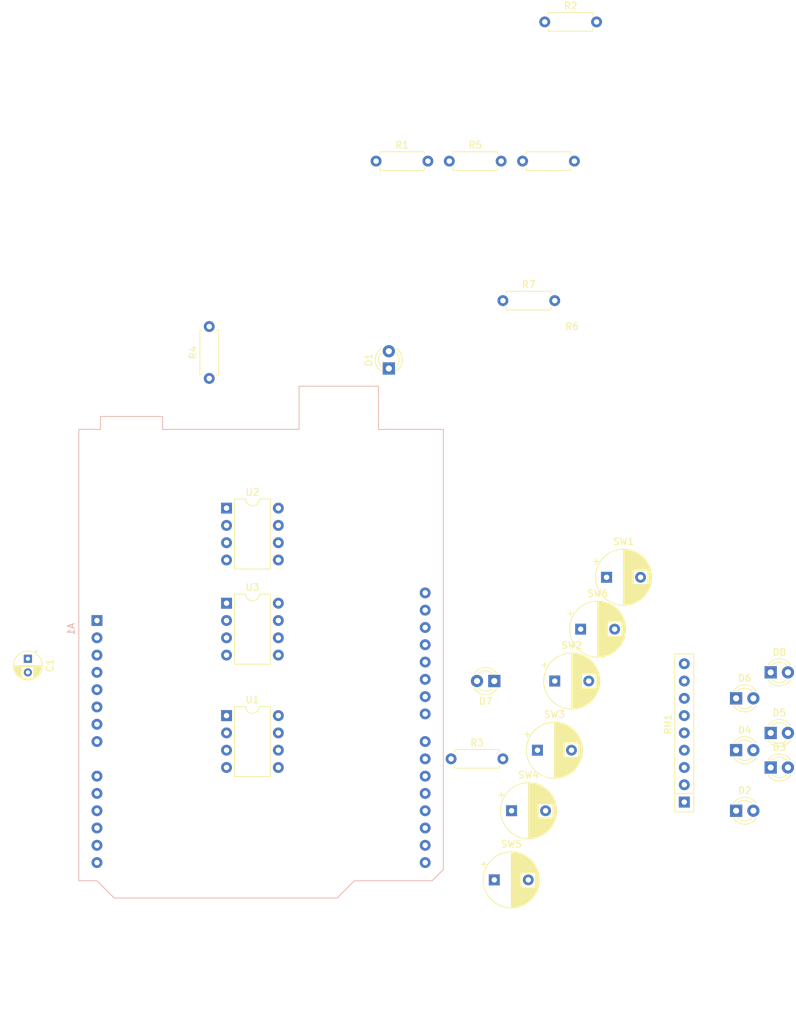
<source format=kicad_pcb>
(kicad_pcb (version 20171130) (host pcbnew "(5.1.5)-2")

  (general
    (thickness 1.6)
    (drawings 0)
    (tracks 0)
    (zones 0)
    (modules 27)
    (nets 66)
  )

  (page A4)
  (layers
    (0 F.Cu signal)
    (31 B.Cu signal)
    (32 B.Adhes user)
    (33 F.Adhes user)
    (34 B.Paste user)
    (35 F.Paste user)
    (36 B.SilkS user)
    (37 F.SilkS user)
    (38 B.Mask user)
    (39 F.Mask user)
    (40 Dwgs.User user)
    (41 Cmts.User user)
    (42 Eco1.User user)
    (43 Eco2.User user)
    (44 Edge.Cuts user)
    (45 Margin user)
    (46 B.CrtYd user)
    (47 F.CrtYd user)
    (48 B.Fab user)
    (49 F.Fab user)
  )

  (setup
    (last_trace_width 0.25)
    (trace_clearance 0.2)
    (zone_clearance 0.508)
    (zone_45_only no)
    (trace_min 0.2)
    (via_size 0.8)
    (via_drill 0.4)
    (via_min_size 0.4)
    (via_min_drill 0.3)
    (uvia_size 0.3)
    (uvia_drill 0.1)
    (uvias_allowed no)
    (uvia_min_size 0.2)
    (uvia_min_drill 0.1)
    (edge_width 0.05)
    (segment_width 0.2)
    (pcb_text_width 0.3)
    (pcb_text_size 1.5 1.5)
    (mod_edge_width 0.12)
    (mod_text_size 1 1)
    (mod_text_width 0.15)
    (pad_size 1.524 1.524)
    (pad_drill 0.762)
    (pad_to_mask_clearance 0.051)
    (solder_mask_min_width 0.25)
    (aux_axis_origin 0 0)
    (visible_elements 7FFFFFFF)
    (pcbplotparams
      (layerselection 0x010fc_ffffffff)
      (usegerberextensions false)
      (usegerberattributes false)
      (usegerberadvancedattributes false)
      (creategerberjobfile false)
      (excludeedgelayer true)
      (linewidth 0.100000)
      (plotframeref false)
      (viasonmask false)
      (mode 1)
      (useauxorigin false)
      (hpglpennumber 1)
      (hpglpenspeed 20)
      (hpglpendiameter 15.000000)
      (psnegative false)
      (psa4output false)
      (plotreference true)
      (plotvalue true)
      (plotinvisibletext false)
      (padsonsilk false)
      (subtractmaskfromsilk false)
      (outputformat 1)
      (mirror false)
      (drillshape 1)
      (scaleselection 1)
      (outputdirectory ""))
  )

  (net 0 "")
  (net 1 "Net-(D1-Pad2)")
  (net 2 GNDREF)
  (net 3 "Net-(D2-Pad1)")
  (net 4 "Net-(D3-Pad1)")
  (net 5 "Net-(D4-Pad1)")
  (net 6 "Net-(D5-Pad1)")
  (net 7 "Net-(D6-Pad1)")
  (net 8 "Net-(D7-Pad1)")
  (net 9 +5V)
  (net 10 "Net-(R1-Pad2)")
  (net 11 "Net-(R2-Pad2)")
  (net 12 "Net-(R3-Pad2)")
  (net 13 "Net-(R4-Pad1)")
  (net 14 "Net-(U1-Pad4)")
  (net 15 "Net-(U1-Pad7)")
  (net 16 "Net-(U1-Pad3)")
  (net 17 "Net-(U1-Pad6)")
  (net 18 "Net-(U2-Pad4)")
  (net 19 "Net-(U2-Pad7)")
  (net 20 "Net-(U2-Pad3)")
  (net 21 "Net-(U2-Pad6)")
  (net 22 "Net-(U2-Pad2)")
  (net 23 "Net-(U3-Pad4)")
  (net 24 "Net-(U3-Pad7)")
  (net 25 "Net-(U3-Pad3)")
  (net 26 "Net-(U3-Pad6)")
  (net 27 "Net-(D2-Pad2)")
  (net 28 "Net-(D3-Pad2)")
  (net 29 "Net-(D4-Pad2)")
  (net 30 "Net-(D5-Pad2)")
  (net 31 "Net-(D6-Pad2)")
  (net 32 "Net-(RN1-Pad9)")
  (net 33 "Net-(A1-Pad16)")
  (net 34 "Net-(A1-Pad15)")
  (net 35 "Net-(A1-Pad30)")
  (net 36 "Net-(A1-Pad14)")
  (net 37 "Net-(A1-Pad29)")
  (net 38 "Net-(A1-Pad13)")
  (net 39 "Net-(A1-Pad28)")
  (net 40 "Net-(A1-Pad12)")
  (net 41 "Net-(A1-Pad27)")
  (net 42 "Net-(A1-Pad11)")
  (net 43 "Net-(A1-Pad26)")
  (net 44 "Net-(A1-Pad10)")
  (net 45 "Net-(A1-Pad25)")
  (net 46 "Net-(A1-Pad9)")
  (net 47 "Net-(A1-Pad24)")
  (net 48 "Net-(A1-Pad8)")
  (net 49 "Net-(A1-Pad23)")
  (net 50 "Net-(A1-Pad7)")
  (net 51 "Net-(A1-Pad22)")
  (net 52 "Net-(A1-Pad21)")
  (net 53 "Net-(A1-Pad20)")
  (net 54 "Net-(A1-Pad4)")
  (net 55 "Net-(A1-Pad19)")
  (net 56 "Net-(A1-Pad3)")
  (net 57 "Net-(A1-Pad18)")
  (net 58 "Net-(A1-Pad2)")
  (net 59 "Net-(A1-Pad17)")
  (net 60 "Net-(A1-Pad1)")
  (net 61 "Net-(D8-Pad2)")
  (net 62 "Net-(D8-Pad1)")
  (net 63 "Net-(R5-Pad2)")
  (net 64 "Net-(R6-Pad2)")
  (net 65 "Net-(R7-Pad2)")

  (net_class Default "This is the default net class."
    (clearance 0.2)
    (trace_width 0.25)
    (via_dia 0.8)
    (via_drill 0.4)
    (uvia_dia 0.3)
    (uvia_drill 0.1)
    (add_net +5V)
    (add_net GNDREF)
    (add_net "Net-(A1-Pad1)")
    (add_net "Net-(A1-Pad10)")
    (add_net "Net-(A1-Pad11)")
    (add_net "Net-(A1-Pad12)")
    (add_net "Net-(A1-Pad13)")
    (add_net "Net-(A1-Pad14)")
    (add_net "Net-(A1-Pad15)")
    (add_net "Net-(A1-Pad16)")
    (add_net "Net-(A1-Pad17)")
    (add_net "Net-(A1-Pad18)")
    (add_net "Net-(A1-Pad19)")
    (add_net "Net-(A1-Pad2)")
    (add_net "Net-(A1-Pad20)")
    (add_net "Net-(A1-Pad21)")
    (add_net "Net-(A1-Pad22)")
    (add_net "Net-(A1-Pad23)")
    (add_net "Net-(A1-Pad24)")
    (add_net "Net-(A1-Pad25)")
    (add_net "Net-(A1-Pad26)")
    (add_net "Net-(A1-Pad27)")
    (add_net "Net-(A1-Pad28)")
    (add_net "Net-(A1-Pad29)")
    (add_net "Net-(A1-Pad3)")
    (add_net "Net-(A1-Pad30)")
    (add_net "Net-(A1-Pad4)")
    (add_net "Net-(A1-Pad7)")
    (add_net "Net-(A1-Pad8)")
    (add_net "Net-(A1-Pad9)")
    (add_net "Net-(D1-Pad2)")
    (add_net "Net-(D2-Pad1)")
    (add_net "Net-(D2-Pad2)")
    (add_net "Net-(D3-Pad1)")
    (add_net "Net-(D3-Pad2)")
    (add_net "Net-(D4-Pad1)")
    (add_net "Net-(D4-Pad2)")
    (add_net "Net-(D5-Pad1)")
    (add_net "Net-(D5-Pad2)")
    (add_net "Net-(D6-Pad1)")
    (add_net "Net-(D6-Pad2)")
    (add_net "Net-(D7-Pad1)")
    (add_net "Net-(D8-Pad1)")
    (add_net "Net-(D8-Pad2)")
    (add_net "Net-(R1-Pad2)")
    (add_net "Net-(R2-Pad2)")
    (add_net "Net-(R3-Pad2)")
    (add_net "Net-(R4-Pad1)")
    (add_net "Net-(R5-Pad2)")
    (add_net "Net-(R6-Pad2)")
    (add_net "Net-(R7-Pad2)")
    (add_net "Net-(RN1-Pad9)")
    (add_net "Net-(U1-Pad3)")
    (add_net "Net-(U1-Pad4)")
    (add_net "Net-(U1-Pad6)")
    (add_net "Net-(U1-Pad7)")
    (add_net "Net-(U2-Pad2)")
    (add_net "Net-(U2-Pad3)")
    (add_net "Net-(U2-Pad4)")
    (add_net "Net-(U2-Pad6)")
    (add_net "Net-(U2-Pad7)")
    (add_net "Net-(U3-Pad3)")
    (add_net "Net-(U3-Pad4)")
    (add_net "Net-(U3-Pad6)")
    (add_net "Net-(U3-Pad7)")
  )

  (module Module:Arduino_UNO_R2_WithMountingHoles (layer B.Cu) (tedit 5B3F9642) (tstamp 5ED2DBEB)
    (at 69.85 147.32 270)
    (descr "Arduino UNO R2, http://www.mouser.com/pdfdocs/Gravitech_Arduino_Nano3_0.pdf")
    (tags "Arduino UNO R2")
    (path /5ED2AA88)
    (fp_text reference A1 (at 1.27 3.81 270) (layer B.SilkS)
      (effects (font (size 1 1) (thickness 0.15)) (justify mirror))
    )
    (fp_text value Arduino_UNO_R3 (at 0 -22.86 90) (layer B.Fab)
      (effects (font (size 1 1) (thickness 0.15)) (justify mirror))
    )
    (fp_line (start -27.94 2.54) (end 38.1 2.54) (layer B.Fab) (width 0.1))
    (fp_line (start -27.94 -50.8) (end -27.94 2.54) (layer B.Fab) (width 0.1))
    (fp_line (start 36.58 -50.8) (end -27.94 -50.8) (layer B.Fab) (width 0.1))
    (fp_line (start 38.1 -49.28) (end 36.58 -50.8) (layer B.Fab) (width 0.1))
    (fp_line (start 38.1 0) (end 40.64 -2.54) (layer B.Fab) (width 0.1))
    (fp_line (start 38.1 2.54) (end 38.1 0) (layer B.Fab) (width 0.1))
    (fp_line (start 40.64 -35.31) (end 38.1 -37.85) (layer B.Fab) (width 0.1))
    (fp_line (start 40.64 -2.54) (end 40.64 -35.31) (layer B.Fab) (width 0.1))
    (fp_line (start 38.1 -37.85) (end 38.1 -49.28) (layer B.Fab) (width 0.1))
    (fp_line (start -29.84 -9.53) (end -29.84 -0.64) (layer B.Fab) (width 0.1))
    (fp_line (start -16.51 -9.53) (end -29.84 -9.53) (layer B.Fab) (width 0.1))
    (fp_line (start -16.51 -0.64) (end -16.51 -9.53) (layer B.Fab) (width 0.1))
    (fp_line (start -29.84 -0.64) (end -16.51 -0.64) (layer B.Fab) (width 0.1))
    (fp_line (start -34.29 -41.27) (end -34.29 -29.84) (layer B.Fab) (width 0.1))
    (fp_line (start -18.41 -41.27) (end -34.29 -41.27) (layer B.Fab) (width 0.1))
    (fp_line (start -18.41 -29.84) (end -18.41 -41.27) (layer B.Fab) (width 0.1))
    (fp_line (start -34.29 -29.84) (end -18.41 -29.84) (layer B.Fab) (width 0.1))
    (fp_line (start 38.23 -37.85) (end 40.77 -35.31) (layer B.SilkS) (width 0.12))
    (fp_line (start 38.23 -49.28) (end 38.23 -37.85) (layer B.SilkS) (width 0.12))
    (fp_line (start 36.58 -50.93) (end 38.23 -49.28) (layer B.SilkS) (width 0.12))
    (fp_line (start -28.07 -50.93) (end 36.58 -50.93) (layer B.SilkS) (width 0.12))
    (fp_line (start -28.07 -41.4) (end -28.07 -50.93) (layer B.SilkS) (width 0.12))
    (fp_line (start -34.42 -41.4) (end -28.07 -41.4) (layer B.SilkS) (width 0.12))
    (fp_line (start -34.42 -29.72) (end -34.42 -41.4) (layer B.SilkS) (width 0.12))
    (fp_line (start -28.07 -29.72) (end -34.42 -29.72) (layer B.SilkS) (width 0.12))
    (fp_line (start -28.07 -9.65) (end -28.07 -29.72) (layer B.SilkS) (width 0.12))
    (fp_line (start -29.97 -9.65) (end -28.07 -9.65) (layer B.SilkS) (width 0.12))
    (fp_line (start -29.97 -0.51) (end -29.97 -9.65) (layer B.SilkS) (width 0.12))
    (fp_line (start -28.07 -0.51) (end -29.97 -0.51) (layer B.SilkS) (width 0.12))
    (fp_line (start -28.07 2.67) (end -28.07 -0.51) (layer B.SilkS) (width 0.12))
    (fp_line (start 38.23 2.67) (end -28.07 2.67) (layer B.SilkS) (width 0.12))
    (fp_line (start 38.23 0) (end 38.23 2.67) (layer B.SilkS) (width 0.12))
    (fp_line (start 40.77 -2.54) (end 38.23 0) (layer B.SilkS) (width 0.12))
    (fp_line (start 40.77 -35.31) (end 40.77 -2.54) (layer B.SilkS) (width 0.12))
    (fp_line (start -28.19 2.79) (end 38.35 2.79) (layer B.CrtYd) (width 0.05))
    (fp_line (start -28.19 -0.38) (end -28.19 2.79) (layer B.CrtYd) (width 0.05))
    (fp_line (start -30.1 -0.38) (end -28.19 -0.38) (layer B.CrtYd) (width 0.05))
    (fp_line (start -30.1 -9.78) (end -30.1 -0.38) (layer B.CrtYd) (width 0.05))
    (fp_line (start -28.19 -9.78) (end -30.1 -9.78) (layer B.CrtYd) (width 0.05))
    (fp_line (start -28.19 -29.59) (end -28.19 -9.78) (layer B.CrtYd) (width 0.05))
    (fp_line (start -34.54 -29.59) (end -28.19 -29.59) (layer B.CrtYd) (width 0.05))
    (fp_line (start -34.54 -41.53) (end -34.54 -29.59) (layer B.CrtYd) (width 0.05))
    (fp_line (start -28.19 -41.53) (end -34.54 -41.53) (layer B.CrtYd) (width 0.05))
    (fp_line (start -28.19 -51.05) (end -28.19 -41.53) (layer B.CrtYd) (width 0.05))
    (fp_line (start 36.58 -51.05) (end -28.19 -51.05) (layer B.CrtYd) (width 0.05))
    (fp_line (start 38.35 -49.28) (end 36.58 -51.05) (layer B.CrtYd) (width 0.05))
    (fp_line (start 38.35 -37.85) (end 38.35 -49.28) (layer B.CrtYd) (width 0.05))
    (fp_line (start 40.89 -35.31) (end 38.35 -37.85) (layer B.CrtYd) (width 0.05))
    (fp_line (start 40.89 -2.54) (end 40.89 -35.31) (layer B.CrtYd) (width 0.05))
    (fp_line (start 38.35 0) (end 40.89 -2.54) (layer B.CrtYd) (width 0.05))
    (fp_line (start 38.35 2.79) (end 38.35 0) (layer B.CrtYd) (width 0.05))
    (fp_text user %R (at 0 -20.32 270) (layer B.Fab)
      (effects (font (size 1 1) (thickness 0.15)) (justify mirror))
    )
    (pad "" np_thru_hole circle (at 38.1 -5.08 180) (size 3.2 3.2) (drill 3.2) (layers *.Cu *.Mask))
    (pad "" np_thru_hole circle (at 38.1 -33.02 180) (size 3.2 3.2) (drill 3.2) (layers *.Cu *.Mask))
    (pad "" np_thru_hole circle (at -12.7 -48.26 180) (size 3.2 3.2) (drill 3.2) (layers *.Cu *.Mask))
    (pad "" np_thru_hole circle (at -13.97 0 180) (size 3.2 3.2) (drill 3.2) (layers *.Cu *.Mask))
    (pad 16 thru_hole oval (at 33.02 -48.26 180) (size 1.6 1.6) (drill 0.8) (layers *.Cu *.Mask)
      (net 33 "Net-(A1-Pad16)"))
    (pad 15 thru_hole oval (at 35.56 -48.26 180) (size 1.6 1.6) (drill 0.8) (layers *.Cu *.Mask)
      (net 34 "Net-(A1-Pad15)"))
    (pad 14 thru_hole oval (at 35.56 0 180) (size 1.6 1.6) (drill 0.8) (layers *.Cu *.Mask)
      (net 36 "Net-(A1-Pad14)"))
    (pad 13 thru_hole oval (at 33.02 0 180) (size 1.6 1.6) (drill 0.8) (layers *.Cu *.Mask)
      (net 38 "Net-(A1-Pad13)"))
    (pad 28 thru_hole oval (at 1.02 -48.26 180) (size 1.6 1.6) (drill 0.8) (layers *.Cu *.Mask)
      (net 39 "Net-(A1-Pad28)"))
    (pad 12 thru_hole oval (at 30.48 0 180) (size 1.6 1.6) (drill 0.8) (layers *.Cu *.Mask)
      (net 40 "Net-(A1-Pad12)"))
    (pad 27 thru_hole oval (at 3.56 -48.26 180) (size 1.6 1.6) (drill 0.8) (layers *.Cu *.Mask)
      (net 41 "Net-(A1-Pad27)"))
    (pad 11 thru_hole oval (at 27.94 0 180) (size 1.6 1.6) (drill 0.8) (layers *.Cu *.Mask)
      (net 42 "Net-(A1-Pad11)"))
    (pad 26 thru_hole oval (at 6.1 -48.26 180) (size 1.6 1.6) (drill 0.8) (layers *.Cu *.Mask)
      (net 43 "Net-(A1-Pad26)"))
    (pad 10 thru_hole oval (at 25.4 0 180) (size 1.6 1.6) (drill 0.8) (layers *.Cu *.Mask)
      (net 44 "Net-(A1-Pad10)"))
    (pad 25 thru_hole oval (at 8.64 -48.26 180) (size 1.6 1.6) (drill 0.8) (layers *.Cu *.Mask)
      (net 45 "Net-(A1-Pad25)"))
    (pad 9 thru_hole oval (at 22.86 0 180) (size 1.6 1.6) (drill 0.8) (layers *.Cu *.Mask)
      (net 46 "Net-(A1-Pad9)"))
    (pad 24 thru_hole oval (at 11.18 -48.26 180) (size 1.6 1.6) (drill 0.8) (layers *.Cu *.Mask)
      (net 47 "Net-(A1-Pad24)"))
    (pad 8 thru_hole oval (at 17.78 0 180) (size 1.6 1.6) (drill 0.8) (layers *.Cu *.Mask)
      (net 48 "Net-(A1-Pad8)"))
    (pad 23 thru_hole oval (at 13.72 -48.26 180) (size 1.6 1.6) (drill 0.8) (layers *.Cu *.Mask)
      (net 49 "Net-(A1-Pad23)"))
    (pad 7 thru_hole oval (at 15.24 0 180) (size 1.6 1.6) (drill 0.8) (layers *.Cu *.Mask)
      (net 50 "Net-(A1-Pad7)"))
    (pad 22 thru_hole oval (at 17.78 -48.26 180) (size 1.6 1.6) (drill 0.8) (layers *.Cu *.Mask)
      (net 51 "Net-(A1-Pad22)"))
    (pad 6 thru_hole oval (at 12.7 0 180) (size 1.6 1.6) (drill 0.8) (layers *.Cu *.Mask)
      (net 2 GNDREF))
    (pad 21 thru_hole oval (at 20.32 -48.26 180) (size 1.6 1.6) (drill 0.8) (layers *.Cu *.Mask)
      (net 52 "Net-(A1-Pad21)"))
    (pad 5 thru_hole oval (at 10.16 0 180) (size 1.6 1.6) (drill 0.8) (layers *.Cu *.Mask)
      (net 9 +5V))
    (pad 20 thru_hole oval (at 22.86 -48.26 180) (size 1.6 1.6) (drill 0.8) (layers *.Cu *.Mask)
      (net 53 "Net-(A1-Pad20)"))
    (pad 4 thru_hole oval (at 7.62 0 180) (size 1.6 1.6) (drill 0.8) (layers *.Cu *.Mask)
      (net 54 "Net-(A1-Pad4)"))
    (pad 19 thru_hole oval (at 25.4 -48.26 180) (size 1.6 1.6) (drill 0.8) (layers *.Cu *.Mask)
      (net 55 "Net-(A1-Pad19)"))
    (pad 3 thru_hole oval (at 5.08 0 180) (size 1.6 1.6) (drill 0.8) (layers *.Cu *.Mask)
      (net 56 "Net-(A1-Pad3)"))
    (pad 18 thru_hole oval (at 27.94 -48.26 180) (size 1.6 1.6) (drill 0.8) (layers *.Cu *.Mask)
      (net 57 "Net-(A1-Pad18)"))
    (pad 2 thru_hole oval (at 2.54 0 180) (size 1.6 1.6) (drill 0.8) (layers *.Cu *.Mask)
      (net 58 "Net-(A1-Pad2)"))
    (pad 17 thru_hole oval (at 30.48 -48.26 180) (size 1.6 1.6) (drill 0.8) (layers *.Cu *.Mask)
      (net 59 "Net-(A1-Pad17)"))
    (pad 1 thru_hole rect (at 0 0 180) (size 1.6 1.6) (drill 0.8) (layers *.Cu *.Mask)
      (net 60 "Net-(A1-Pad1)"))
    (pad 30 thru_hole oval (at -4.06 -48.26 180) (size 1.6 1.6) (drill 0.8) (layers *.Cu *.Mask)
      (net 35 "Net-(A1-Pad30)"))
    (pad 29 thru_hole oval (at -1.52 -48.26 180) (size 1.6 1.6) (drill 0.8) (layers *.Cu *.Mask)
      (net 37 "Net-(A1-Pad29)"))
    (model ${KISYS3DMOD}/Module.3dshapes/Arduino_UNO_R2_WithMountingHoles.wrl
      (at (xyz 0 0 0))
      (scale (xyz 1 1 1))
      (rotate (xyz 0 0 0))
    )
  )

  (module Capacitor_THT:CP_Radial_D8.0mm_P5.00mm (layer F.Cu) (tedit 5AE50EF0) (tstamp 5ECDE247)
    (at 140.97 148.59)
    (descr "CP, Radial series, Radial, pin pitch=5.00mm, , diameter=8mm, Electrolytic Capacitor")
    (tags "CP Radial series Radial pin pitch 5.00mm  diameter 8mm Electrolytic Capacitor")
    (path /5ED0C17B)
    (fp_text reference SW6 (at 2.5 -5.25) (layer F.SilkS)
      (effects (font (size 1 1) (thickness 0.15)))
    )
    (fp_text value SW_Push (at 2.5 5.25) (layer F.Fab)
      (effects (font (size 1 1) (thickness 0.15)))
    )
    (fp_text user %R (at 2.5 0) (layer F.Fab)
      (effects (font (size 1 1) (thickness 0.15)))
    )
    (fp_line (start -1.509698 -2.715) (end -1.509698 -1.915) (layer F.SilkS) (width 0.12))
    (fp_line (start -1.909698 -2.315) (end -1.109698 -2.315) (layer F.SilkS) (width 0.12))
    (fp_line (start 6.581 -0.533) (end 6.581 0.533) (layer F.SilkS) (width 0.12))
    (fp_line (start 6.541 -0.768) (end 6.541 0.768) (layer F.SilkS) (width 0.12))
    (fp_line (start 6.501 -0.948) (end 6.501 0.948) (layer F.SilkS) (width 0.12))
    (fp_line (start 6.461 -1.098) (end 6.461 1.098) (layer F.SilkS) (width 0.12))
    (fp_line (start 6.421 -1.229) (end 6.421 1.229) (layer F.SilkS) (width 0.12))
    (fp_line (start 6.381 -1.346) (end 6.381 1.346) (layer F.SilkS) (width 0.12))
    (fp_line (start 6.341 -1.453) (end 6.341 1.453) (layer F.SilkS) (width 0.12))
    (fp_line (start 6.301 -1.552) (end 6.301 1.552) (layer F.SilkS) (width 0.12))
    (fp_line (start 6.261 -1.645) (end 6.261 1.645) (layer F.SilkS) (width 0.12))
    (fp_line (start 6.221 -1.731) (end 6.221 1.731) (layer F.SilkS) (width 0.12))
    (fp_line (start 6.181 -1.813) (end 6.181 1.813) (layer F.SilkS) (width 0.12))
    (fp_line (start 6.141 -1.89) (end 6.141 1.89) (layer F.SilkS) (width 0.12))
    (fp_line (start 6.101 -1.964) (end 6.101 1.964) (layer F.SilkS) (width 0.12))
    (fp_line (start 6.061 -2.034) (end 6.061 2.034) (layer F.SilkS) (width 0.12))
    (fp_line (start 6.021 1.04) (end 6.021 2.102) (layer F.SilkS) (width 0.12))
    (fp_line (start 6.021 -2.102) (end 6.021 -1.04) (layer F.SilkS) (width 0.12))
    (fp_line (start 5.981 1.04) (end 5.981 2.166) (layer F.SilkS) (width 0.12))
    (fp_line (start 5.981 -2.166) (end 5.981 -1.04) (layer F.SilkS) (width 0.12))
    (fp_line (start 5.941 1.04) (end 5.941 2.228) (layer F.SilkS) (width 0.12))
    (fp_line (start 5.941 -2.228) (end 5.941 -1.04) (layer F.SilkS) (width 0.12))
    (fp_line (start 5.901 1.04) (end 5.901 2.287) (layer F.SilkS) (width 0.12))
    (fp_line (start 5.901 -2.287) (end 5.901 -1.04) (layer F.SilkS) (width 0.12))
    (fp_line (start 5.861 1.04) (end 5.861 2.345) (layer F.SilkS) (width 0.12))
    (fp_line (start 5.861 -2.345) (end 5.861 -1.04) (layer F.SilkS) (width 0.12))
    (fp_line (start 5.821 1.04) (end 5.821 2.4) (layer F.SilkS) (width 0.12))
    (fp_line (start 5.821 -2.4) (end 5.821 -1.04) (layer F.SilkS) (width 0.12))
    (fp_line (start 5.781 1.04) (end 5.781 2.454) (layer F.SilkS) (width 0.12))
    (fp_line (start 5.781 -2.454) (end 5.781 -1.04) (layer F.SilkS) (width 0.12))
    (fp_line (start 5.741 1.04) (end 5.741 2.505) (layer F.SilkS) (width 0.12))
    (fp_line (start 5.741 -2.505) (end 5.741 -1.04) (layer F.SilkS) (width 0.12))
    (fp_line (start 5.701 1.04) (end 5.701 2.556) (layer F.SilkS) (width 0.12))
    (fp_line (start 5.701 -2.556) (end 5.701 -1.04) (layer F.SilkS) (width 0.12))
    (fp_line (start 5.661 1.04) (end 5.661 2.604) (layer F.SilkS) (width 0.12))
    (fp_line (start 5.661 -2.604) (end 5.661 -1.04) (layer F.SilkS) (width 0.12))
    (fp_line (start 5.621 1.04) (end 5.621 2.651) (layer F.SilkS) (width 0.12))
    (fp_line (start 5.621 -2.651) (end 5.621 -1.04) (layer F.SilkS) (width 0.12))
    (fp_line (start 5.581 1.04) (end 5.581 2.697) (layer F.SilkS) (width 0.12))
    (fp_line (start 5.581 -2.697) (end 5.581 -1.04) (layer F.SilkS) (width 0.12))
    (fp_line (start 5.541 1.04) (end 5.541 2.741) (layer F.SilkS) (width 0.12))
    (fp_line (start 5.541 -2.741) (end 5.541 -1.04) (layer F.SilkS) (width 0.12))
    (fp_line (start 5.501 1.04) (end 5.501 2.784) (layer F.SilkS) (width 0.12))
    (fp_line (start 5.501 -2.784) (end 5.501 -1.04) (layer F.SilkS) (width 0.12))
    (fp_line (start 5.461 1.04) (end 5.461 2.826) (layer F.SilkS) (width 0.12))
    (fp_line (start 5.461 -2.826) (end 5.461 -1.04) (layer F.SilkS) (width 0.12))
    (fp_line (start 5.421 1.04) (end 5.421 2.867) (layer F.SilkS) (width 0.12))
    (fp_line (start 5.421 -2.867) (end 5.421 -1.04) (layer F.SilkS) (width 0.12))
    (fp_line (start 5.381 1.04) (end 5.381 2.907) (layer F.SilkS) (width 0.12))
    (fp_line (start 5.381 -2.907) (end 5.381 -1.04) (layer F.SilkS) (width 0.12))
    (fp_line (start 5.341 1.04) (end 5.341 2.945) (layer F.SilkS) (width 0.12))
    (fp_line (start 5.341 -2.945) (end 5.341 -1.04) (layer F.SilkS) (width 0.12))
    (fp_line (start 5.301 1.04) (end 5.301 2.983) (layer F.SilkS) (width 0.12))
    (fp_line (start 5.301 -2.983) (end 5.301 -1.04) (layer F.SilkS) (width 0.12))
    (fp_line (start 5.261 1.04) (end 5.261 3.019) (layer F.SilkS) (width 0.12))
    (fp_line (start 5.261 -3.019) (end 5.261 -1.04) (layer F.SilkS) (width 0.12))
    (fp_line (start 5.221 1.04) (end 5.221 3.055) (layer F.SilkS) (width 0.12))
    (fp_line (start 5.221 -3.055) (end 5.221 -1.04) (layer F.SilkS) (width 0.12))
    (fp_line (start 5.181 1.04) (end 5.181 3.09) (layer F.SilkS) (width 0.12))
    (fp_line (start 5.181 -3.09) (end 5.181 -1.04) (layer F.SilkS) (width 0.12))
    (fp_line (start 5.141 1.04) (end 5.141 3.124) (layer F.SilkS) (width 0.12))
    (fp_line (start 5.141 -3.124) (end 5.141 -1.04) (layer F.SilkS) (width 0.12))
    (fp_line (start 5.101 1.04) (end 5.101 3.156) (layer F.SilkS) (width 0.12))
    (fp_line (start 5.101 -3.156) (end 5.101 -1.04) (layer F.SilkS) (width 0.12))
    (fp_line (start 5.061 1.04) (end 5.061 3.189) (layer F.SilkS) (width 0.12))
    (fp_line (start 5.061 -3.189) (end 5.061 -1.04) (layer F.SilkS) (width 0.12))
    (fp_line (start 5.021 1.04) (end 5.021 3.22) (layer F.SilkS) (width 0.12))
    (fp_line (start 5.021 -3.22) (end 5.021 -1.04) (layer F.SilkS) (width 0.12))
    (fp_line (start 4.981 1.04) (end 4.981 3.25) (layer F.SilkS) (width 0.12))
    (fp_line (start 4.981 -3.25) (end 4.981 -1.04) (layer F.SilkS) (width 0.12))
    (fp_line (start 4.941 1.04) (end 4.941 3.28) (layer F.SilkS) (width 0.12))
    (fp_line (start 4.941 -3.28) (end 4.941 -1.04) (layer F.SilkS) (width 0.12))
    (fp_line (start 4.901 1.04) (end 4.901 3.309) (layer F.SilkS) (width 0.12))
    (fp_line (start 4.901 -3.309) (end 4.901 -1.04) (layer F.SilkS) (width 0.12))
    (fp_line (start 4.861 1.04) (end 4.861 3.338) (layer F.SilkS) (width 0.12))
    (fp_line (start 4.861 -3.338) (end 4.861 -1.04) (layer F.SilkS) (width 0.12))
    (fp_line (start 4.821 1.04) (end 4.821 3.365) (layer F.SilkS) (width 0.12))
    (fp_line (start 4.821 -3.365) (end 4.821 -1.04) (layer F.SilkS) (width 0.12))
    (fp_line (start 4.781 1.04) (end 4.781 3.392) (layer F.SilkS) (width 0.12))
    (fp_line (start 4.781 -3.392) (end 4.781 -1.04) (layer F.SilkS) (width 0.12))
    (fp_line (start 4.741 1.04) (end 4.741 3.418) (layer F.SilkS) (width 0.12))
    (fp_line (start 4.741 -3.418) (end 4.741 -1.04) (layer F.SilkS) (width 0.12))
    (fp_line (start 4.701 1.04) (end 4.701 3.444) (layer F.SilkS) (width 0.12))
    (fp_line (start 4.701 -3.444) (end 4.701 -1.04) (layer F.SilkS) (width 0.12))
    (fp_line (start 4.661 1.04) (end 4.661 3.469) (layer F.SilkS) (width 0.12))
    (fp_line (start 4.661 -3.469) (end 4.661 -1.04) (layer F.SilkS) (width 0.12))
    (fp_line (start 4.621 1.04) (end 4.621 3.493) (layer F.SilkS) (width 0.12))
    (fp_line (start 4.621 -3.493) (end 4.621 -1.04) (layer F.SilkS) (width 0.12))
    (fp_line (start 4.581 1.04) (end 4.581 3.517) (layer F.SilkS) (width 0.12))
    (fp_line (start 4.581 -3.517) (end 4.581 -1.04) (layer F.SilkS) (width 0.12))
    (fp_line (start 4.541 1.04) (end 4.541 3.54) (layer F.SilkS) (width 0.12))
    (fp_line (start 4.541 -3.54) (end 4.541 -1.04) (layer F.SilkS) (width 0.12))
    (fp_line (start 4.501 1.04) (end 4.501 3.562) (layer F.SilkS) (width 0.12))
    (fp_line (start 4.501 -3.562) (end 4.501 -1.04) (layer F.SilkS) (width 0.12))
    (fp_line (start 4.461 1.04) (end 4.461 3.584) (layer F.SilkS) (width 0.12))
    (fp_line (start 4.461 -3.584) (end 4.461 -1.04) (layer F.SilkS) (width 0.12))
    (fp_line (start 4.421 1.04) (end 4.421 3.606) (layer F.SilkS) (width 0.12))
    (fp_line (start 4.421 -3.606) (end 4.421 -1.04) (layer F.SilkS) (width 0.12))
    (fp_line (start 4.381 1.04) (end 4.381 3.627) (layer F.SilkS) (width 0.12))
    (fp_line (start 4.381 -3.627) (end 4.381 -1.04) (layer F.SilkS) (width 0.12))
    (fp_line (start 4.341 1.04) (end 4.341 3.647) (layer F.SilkS) (width 0.12))
    (fp_line (start 4.341 -3.647) (end 4.341 -1.04) (layer F.SilkS) (width 0.12))
    (fp_line (start 4.301 1.04) (end 4.301 3.666) (layer F.SilkS) (width 0.12))
    (fp_line (start 4.301 -3.666) (end 4.301 -1.04) (layer F.SilkS) (width 0.12))
    (fp_line (start 4.261 1.04) (end 4.261 3.686) (layer F.SilkS) (width 0.12))
    (fp_line (start 4.261 -3.686) (end 4.261 -1.04) (layer F.SilkS) (width 0.12))
    (fp_line (start 4.221 1.04) (end 4.221 3.704) (layer F.SilkS) (width 0.12))
    (fp_line (start 4.221 -3.704) (end 4.221 -1.04) (layer F.SilkS) (width 0.12))
    (fp_line (start 4.181 1.04) (end 4.181 3.722) (layer F.SilkS) (width 0.12))
    (fp_line (start 4.181 -3.722) (end 4.181 -1.04) (layer F.SilkS) (width 0.12))
    (fp_line (start 4.141 1.04) (end 4.141 3.74) (layer F.SilkS) (width 0.12))
    (fp_line (start 4.141 -3.74) (end 4.141 -1.04) (layer F.SilkS) (width 0.12))
    (fp_line (start 4.101 1.04) (end 4.101 3.757) (layer F.SilkS) (width 0.12))
    (fp_line (start 4.101 -3.757) (end 4.101 -1.04) (layer F.SilkS) (width 0.12))
    (fp_line (start 4.061 1.04) (end 4.061 3.774) (layer F.SilkS) (width 0.12))
    (fp_line (start 4.061 -3.774) (end 4.061 -1.04) (layer F.SilkS) (width 0.12))
    (fp_line (start 4.021 1.04) (end 4.021 3.79) (layer F.SilkS) (width 0.12))
    (fp_line (start 4.021 -3.79) (end 4.021 -1.04) (layer F.SilkS) (width 0.12))
    (fp_line (start 3.981 1.04) (end 3.981 3.805) (layer F.SilkS) (width 0.12))
    (fp_line (start 3.981 -3.805) (end 3.981 -1.04) (layer F.SilkS) (width 0.12))
    (fp_line (start 3.941 -3.821) (end 3.941 3.821) (layer F.SilkS) (width 0.12))
    (fp_line (start 3.901 -3.835) (end 3.901 3.835) (layer F.SilkS) (width 0.12))
    (fp_line (start 3.861 -3.85) (end 3.861 3.85) (layer F.SilkS) (width 0.12))
    (fp_line (start 3.821 -3.863) (end 3.821 3.863) (layer F.SilkS) (width 0.12))
    (fp_line (start 3.781 -3.877) (end 3.781 3.877) (layer F.SilkS) (width 0.12))
    (fp_line (start 3.741 -3.889) (end 3.741 3.889) (layer F.SilkS) (width 0.12))
    (fp_line (start 3.701 -3.902) (end 3.701 3.902) (layer F.SilkS) (width 0.12))
    (fp_line (start 3.661 -3.914) (end 3.661 3.914) (layer F.SilkS) (width 0.12))
    (fp_line (start 3.621 -3.925) (end 3.621 3.925) (layer F.SilkS) (width 0.12))
    (fp_line (start 3.581 -3.936) (end 3.581 3.936) (layer F.SilkS) (width 0.12))
    (fp_line (start 3.541 -3.947) (end 3.541 3.947) (layer F.SilkS) (width 0.12))
    (fp_line (start 3.501 -3.957) (end 3.501 3.957) (layer F.SilkS) (width 0.12))
    (fp_line (start 3.461 -3.967) (end 3.461 3.967) (layer F.SilkS) (width 0.12))
    (fp_line (start 3.421 -3.976) (end 3.421 3.976) (layer F.SilkS) (width 0.12))
    (fp_line (start 3.381 -3.985) (end 3.381 3.985) (layer F.SilkS) (width 0.12))
    (fp_line (start 3.341 -3.994) (end 3.341 3.994) (layer F.SilkS) (width 0.12))
    (fp_line (start 3.301 -4.002) (end 3.301 4.002) (layer F.SilkS) (width 0.12))
    (fp_line (start 3.261 -4.01) (end 3.261 4.01) (layer F.SilkS) (width 0.12))
    (fp_line (start 3.221 -4.017) (end 3.221 4.017) (layer F.SilkS) (width 0.12))
    (fp_line (start 3.18 -4.024) (end 3.18 4.024) (layer F.SilkS) (width 0.12))
    (fp_line (start 3.14 -4.03) (end 3.14 4.03) (layer F.SilkS) (width 0.12))
    (fp_line (start 3.1 -4.037) (end 3.1 4.037) (layer F.SilkS) (width 0.12))
    (fp_line (start 3.06 -4.042) (end 3.06 4.042) (layer F.SilkS) (width 0.12))
    (fp_line (start 3.02 -4.048) (end 3.02 4.048) (layer F.SilkS) (width 0.12))
    (fp_line (start 2.98 -4.052) (end 2.98 4.052) (layer F.SilkS) (width 0.12))
    (fp_line (start 2.94 -4.057) (end 2.94 4.057) (layer F.SilkS) (width 0.12))
    (fp_line (start 2.9 -4.061) (end 2.9 4.061) (layer F.SilkS) (width 0.12))
    (fp_line (start 2.86 -4.065) (end 2.86 4.065) (layer F.SilkS) (width 0.12))
    (fp_line (start 2.82 -4.068) (end 2.82 4.068) (layer F.SilkS) (width 0.12))
    (fp_line (start 2.78 -4.071) (end 2.78 4.071) (layer F.SilkS) (width 0.12))
    (fp_line (start 2.74 -4.074) (end 2.74 4.074) (layer F.SilkS) (width 0.12))
    (fp_line (start 2.7 -4.076) (end 2.7 4.076) (layer F.SilkS) (width 0.12))
    (fp_line (start 2.66 -4.077) (end 2.66 4.077) (layer F.SilkS) (width 0.12))
    (fp_line (start 2.62 -4.079) (end 2.62 4.079) (layer F.SilkS) (width 0.12))
    (fp_line (start 2.58 -4.08) (end 2.58 4.08) (layer F.SilkS) (width 0.12))
    (fp_line (start 2.54 -4.08) (end 2.54 4.08) (layer F.SilkS) (width 0.12))
    (fp_line (start 2.5 -4.08) (end 2.5 4.08) (layer F.SilkS) (width 0.12))
    (fp_line (start -0.526759 -2.1475) (end -0.526759 -1.3475) (layer F.Fab) (width 0.1))
    (fp_line (start -0.926759 -1.7475) (end -0.126759 -1.7475) (layer F.Fab) (width 0.1))
    (fp_circle (center 2.5 0) (end 6.75 0) (layer F.CrtYd) (width 0.05))
    (fp_circle (center 2.5 0) (end 6.62 0) (layer F.SilkS) (width 0.12))
    (fp_circle (center 2.5 0) (end 6.5 0) (layer F.Fab) (width 0.1))
    (pad 2 thru_hole circle (at 5 0) (size 1.6 1.6) (drill 0.8) (layers *.Cu *.Mask)
      (net 2 GNDREF))
    (pad 1 thru_hole rect (at 0 0) (size 1.6 1.6) (drill 0.8) (layers *.Cu *.Mask)
      (net 65 "Net-(R7-Pad2)"))
    (model ${KISYS3DMOD}/Capacitor_THT.3dshapes/CP_Radial_D8.0mm_P5.00mm.wrl
      (at (xyz 0 0 0))
      (scale (xyz 1 1 1))
      (rotate (xyz 0 0 0))
    )
  )

  (module Capacitor_THT:CP_Radial_D8.0mm_P5.00mm (layer F.Cu) (tedit 5AE50EF0) (tstamp 5ECDE230)
    (at 128.27 185.42)
    (descr "CP, Radial series, Radial, pin pitch=5.00mm, , diameter=8mm, Electrolytic Capacitor")
    (tags "CP Radial series Radial pin pitch 5.00mm  diameter 8mm Electrolytic Capacitor")
    (path /5ED0BF5D)
    (fp_text reference SW5 (at 2.5 -5.25) (layer F.SilkS)
      (effects (font (size 1 1) (thickness 0.15)))
    )
    (fp_text value SW_Push (at 2.5 5.25) (layer F.Fab)
      (effects (font (size 1 1) (thickness 0.15)))
    )
    (fp_text user %R (at 1.27 20.32) (layer F.Fab)
      (effects (font (size 1 1) (thickness 0.15)))
    )
    (fp_line (start -1.509698 -2.715) (end -1.509698 -1.915) (layer F.SilkS) (width 0.12))
    (fp_line (start -1.909698 -2.315) (end -1.109698 -2.315) (layer F.SilkS) (width 0.12))
    (fp_line (start 6.581 -0.533) (end 6.581 0.533) (layer F.SilkS) (width 0.12))
    (fp_line (start 6.541 -0.768) (end 6.541 0.768) (layer F.SilkS) (width 0.12))
    (fp_line (start 6.501 -0.948) (end 6.501 0.948) (layer F.SilkS) (width 0.12))
    (fp_line (start 6.461 -1.098) (end 6.461 1.098) (layer F.SilkS) (width 0.12))
    (fp_line (start 6.421 -1.229) (end 6.421 1.229) (layer F.SilkS) (width 0.12))
    (fp_line (start 6.381 -1.346) (end 6.381 1.346) (layer F.SilkS) (width 0.12))
    (fp_line (start 6.341 -1.453) (end 6.341 1.453) (layer F.SilkS) (width 0.12))
    (fp_line (start 6.301 -1.552) (end 6.301 1.552) (layer F.SilkS) (width 0.12))
    (fp_line (start 6.261 -1.645) (end 6.261 1.645) (layer F.SilkS) (width 0.12))
    (fp_line (start 6.221 -1.731) (end 6.221 1.731) (layer F.SilkS) (width 0.12))
    (fp_line (start 6.181 -1.813) (end 6.181 1.813) (layer F.SilkS) (width 0.12))
    (fp_line (start 6.141 -1.89) (end 6.141 1.89) (layer F.SilkS) (width 0.12))
    (fp_line (start 6.101 -1.964) (end 6.101 1.964) (layer F.SilkS) (width 0.12))
    (fp_line (start 6.061 -2.034) (end 6.061 2.034) (layer F.SilkS) (width 0.12))
    (fp_line (start 6.021 1.04) (end 6.021 2.102) (layer F.SilkS) (width 0.12))
    (fp_line (start 6.021 -2.102) (end 6.021 -1.04) (layer F.SilkS) (width 0.12))
    (fp_line (start 5.981 1.04) (end 5.981 2.166) (layer F.SilkS) (width 0.12))
    (fp_line (start 5.981 -2.166) (end 5.981 -1.04) (layer F.SilkS) (width 0.12))
    (fp_line (start 5.941 1.04) (end 5.941 2.228) (layer F.SilkS) (width 0.12))
    (fp_line (start 5.941 -2.228) (end 5.941 -1.04) (layer F.SilkS) (width 0.12))
    (fp_line (start 5.901 1.04) (end 5.901 2.287) (layer F.SilkS) (width 0.12))
    (fp_line (start 5.901 -2.287) (end 5.901 -1.04) (layer F.SilkS) (width 0.12))
    (fp_line (start 5.861 1.04) (end 5.861 2.345) (layer F.SilkS) (width 0.12))
    (fp_line (start 5.861 -2.345) (end 5.861 -1.04) (layer F.SilkS) (width 0.12))
    (fp_line (start 5.821 1.04) (end 5.821 2.4) (layer F.SilkS) (width 0.12))
    (fp_line (start 5.821 -2.4) (end 5.821 -1.04) (layer F.SilkS) (width 0.12))
    (fp_line (start 5.781 1.04) (end 5.781 2.454) (layer F.SilkS) (width 0.12))
    (fp_line (start 5.781 -2.454) (end 5.781 -1.04) (layer F.SilkS) (width 0.12))
    (fp_line (start 5.741 1.04) (end 5.741 2.505) (layer F.SilkS) (width 0.12))
    (fp_line (start 5.741 -2.505) (end 5.741 -1.04) (layer F.SilkS) (width 0.12))
    (fp_line (start 5.701 1.04) (end 5.701 2.556) (layer F.SilkS) (width 0.12))
    (fp_line (start 5.701 -2.556) (end 5.701 -1.04) (layer F.SilkS) (width 0.12))
    (fp_line (start 5.661 1.04) (end 5.661 2.604) (layer F.SilkS) (width 0.12))
    (fp_line (start 5.661 -2.604) (end 5.661 -1.04) (layer F.SilkS) (width 0.12))
    (fp_line (start 5.621 1.04) (end 5.621 2.651) (layer F.SilkS) (width 0.12))
    (fp_line (start 5.621 -2.651) (end 5.621 -1.04) (layer F.SilkS) (width 0.12))
    (fp_line (start 5.581 1.04) (end 5.581 2.697) (layer F.SilkS) (width 0.12))
    (fp_line (start 5.581 -2.697) (end 5.581 -1.04) (layer F.SilkS) (width 0.12))
    (fp_line (start 5.541 1.04) (end 5.541 2.741) (layer F.SilkS) (width 0.12))
    (fp_line (start 5.541 -2.741) (end 5.541 -1.04) (layer F.SilkS) (width 0.12))
    (fp_line (start 5.501 1.04) (end 5.501 2.784) (layer F.SilkS) (width 0.12))
    (fp_line (start 5.501 -2.784) (end 5.501 -1.04) (layer F.SilkS) (width 0.12))
    (fp_line (start 5.461 1.04) (end 5.461 2.826) (layer F.SilkS) (width 0.12))
    (fp_line (start 5.461 -2.826) (end 5.461 -1.04) (layer F.SilkS) (width 0.12))
    (fp_line (start 5.421 1.04) (end 5.421 2.867) (layer F.SilkS) (width 0.12))
    (fp_line (start 5.421 -2.867) (end 5.421 -1.04) (layer F.SilkS) (width 0.12))
    (fp_line (start 5.381 1.04) (end 5.381 2.907) (layer F.SilkS) (width 0.12))
    (fp_line (start 5.381 -2.907) (end 5.381 -1.04) (layer F.SilkS) (width 0.12))
    (fp_line (start 5.341 1.04) (end 5.341 2.945) (layer F.SilkS) (width 0.12))
    (fp_line (start 5.341 -2.945) (end 5.341 -1.04) (layer F.SilkS) (width 0.12))
    (fp_line (start 5.301 1.04) (end 5.301 2.983) (layer F.SilkS) (width 0.12))
    (fp_line (start 5.301 -2.983) (end 5.301 -1.04) (layer F.SilkS) (width 0.12))
    (fp_line (start 5.261 1.04) (end 5.261 3.019) (layer F.SilkS) (width 0.12))
    (fp_line (start 5.261 -3.019) (end 5.261 -1.04) (layer F.SilkS) (width 0.12))
    (fp_line (start 5.221 1.04) (end 5.221 3.055) (layer F.SilkS) (width 0.12))
    (fp_line (start 5.221 -3.055) (end 5.221 -1.04) (layer F.SilkS) (width 0.12))
    (fp_line (start 5.181 1.04) (end 5.181 3.09) (layer F.SilkS) (width 0.12))
    (fp_line (start 5.181 -3.09) (end 5.181 -1.04) (layer F.SilkS) (width 0.12))
    (fp_line (start 5.141 1.04) (end 5.141 3.124) (layer F.SilkS) (width 0.12))
    (fp_line (start 5.141 -3.124) (end 5.141 -1.04) (layer F.SilkS) (width 0.12))
    (fp_line (start 5.101 1.04) (end 5.101 3.156) (layer F.SilkS) (width 0.12))
    (fp_line (start 5.101 -3.156) (end 5.101 -1.04) (layer F.SilkS) (width 0.12))
    (fp_line (start 5.061 1.04) (end 5.061 3.189) (layer F.SilkS) (width 0.12))
    (fp_line (start 5.061 -3.189) (end 5.061 -1.04) (layer F.SilkS) (width 0.12))
    (fp_line (start 5.021 1.04) (end 5.021 3.22) (layer F.SilkS) (width 0.12))
    (fp_line (start 5.021 -3.22) (end 5.021 -1.04) (layer F.SilkS) (width 0.12))
    (fp_line (start 4.981 1.04) (end 4.981 3.25) (layer F.SilkS) (width 0.12))
    (fp_line (start 4.981 -3.25) (end 4.981 -1.04) (layer F.SilkS) (width 0.12))
    (fp_line (start 4.941 1.04) (end 4.941 3.28) (layer F.SilkS) (width 0.12))
    (fp_line (start 4.941 -3.28) (end 4.941 -1.04) (layer F.SilkS) (width 0.12))
    (fp_line (start 4.901 1.04) (end 4.901 3.309) (layer F.SilkS) (width 0.12))
    (fp_line (start 4.901 -3.309) (end 4.901 -1.04) (layer F.SilkS) (width 0.12))
    (fp_line (start 4.861 1.04) (end 4.861 3.338) (layer F.SilkS) (width 0.12))
    (fp_line (start 4.861 -3.338) (end 4.861 -1.04) (layer F.SilkS) (width 0.12))
    (fp_line (start 4.821 1.04) (end 4.821 3.365) (layer F.SilkS) (width 0.12))
    (fp_line (start 4.821 -3.365) (end 4.821 -1.04) (layer F.SilkS) (width 0.12))
    (fp_line (start 4.781 1.04) (end 4.781 3.392) (layer F.SilkS) (width 0.12))
    (fp_line (start 4.781 -3.392) (end 4.781 -1.04) (layer F.SilkS) (width 0.12))
    (fp_line (start 4.741 1.04) (end 4.741 3.418) (layer F.SilkS) (width 0.12))
    (fp_line (start 4.741 -3.418) (end 4.741 -1.04) (layer F.SilkS) (width 0.12))
    (fp_line (start 4.701 1.04) (end 4.701 3.444) (layer F.SilkS) (width 0.12))
    (fp_line (start 4.701 -3.444) (end 4.701 -1.04) (layer F.SilkS) (width 0.12))
    (fp_line (start 4.661 1.04) (end 4.661 3.469) (layer F.SilkS) (width 0.12))
    (fp_line (start 4.661 -3.469) (end 4.661 -1.04) (layer F.SilkS) (width 0.12))
    (fp_line (start 4.621 1.04) (end 4.621 3.493) (layer F.SilkS) (width 0.12))
    (fp_line (start 4.621 -3.493) (end 4.621 -1.04) (layer F.SilkS) (width 0.12))
    (fp_line (start 4.581 1.04) (end 4.581 3.517) (layer F.SilkS) (width 0.12))
    (fp_line (start 4.581 -3.517) (end 4.581 -1.04) (layer F.SilkS) (width 0.12))
    (fp_line (start 4.541 1.04) (end 4.541 3.54) (layer F.SilkS) (width 0.12))
    (fp_line (start 4.541 -3.54) (end 4.541 -1.04) (layer F.SilkS) (width 0.12))
    (fp_line (start 4.501 1.04) (end 4.501 3.562) (layer F.SilkS) (width 0.12))
    (fp_line (start 4.501 -3.562) (end 4.501 -1.04) (layer F.SilkS) (width 0.12))
    (fp_line (start 4.461 1.04) (end 4.461 3.584) (layer F.SilkS) (width 0.12))
    (fp_line (start 4.461 -3.584) (end 4.461 -1.04) (layer F.SilkS) (width 0.12))
    (fp_line (start 4.421 1.04) (end 4.421 3.606) (layer F.SilkS) (width 0.12))
    (fp_line (start 4.421 -3.606) (end 4.421 -1.04) (layer F.SilkS) (width 0.12))
    (fp_line (start 4.381 1.04) (end 4.381 3.627) (layer F.SilkS) (width 0.12))
    (fp_line (start 4.381 -3.627) (end 4.381 -1.04) (layer F.SilkS) (width 0.12))
    (fp_line (start 4.341 1.04) (end 4.341 3.647) (layer F.SilkS) (width 0.12))
    (fp_line (start 4.341 -3.647) (end 4.341 -1.04) (layer F.SilkS) (width 0.12))
    (fp_line (start 4.301 1.04) (end 4.301 3.666) (layer F.SilkS) (width 0.12))
    (fp_line (start 4.301 -3.666) (end 4.301 -1.04) (layer F.SilkS) (width 0.12))
    (fp_line (start 4.261 1.04) (end 4.261 3.686) (layer F.SilkS) (width 0.12))
    (fp_line (start 4.261 -3.686) (end 4.261 -1.04) (layer F.SilkS) (width 0.12))
    (fp_line (start 4.221 1.04) (end 4.221 3.704) (layer F.SilkS) (width 0.12))
    (fp_line (start 4.221 -3.704) (end 4.221 -1.04) (layer F.SilkS) (width 0.12))
    (fp_line (start 4.181 1.04) (end 4.181 3.722) (layer F.SilkS) (width 0.12))
    (fp_line (start 4.181 -3.722) (end 4.181 -1.04) (layer F.SilkS) (width 0.12))
    (fp_line (start 4.141 1.04) (end 4.141 3.74) (layer F.SilkS) (width 0.12))
    (fp_line (start 4.141 -3.74) (end 4.141 -1.04) (layer F.SilkS) (width 0.12))
    (fp_line (start 4.101 1.04) (end 4.101 3.757) (layer F.SilkS) (width 0.12))
    (fp_line (start 4.101 -3.757) (end 4.101 -1.04) (layer F.SilkS) (width 0.12))
    (fp_line (start 4.061 1.04) (end 4.061 3.774) (layer F.SilkS) (width 0.12))
    (fp_line (start 4.061 -3.774) (end 4.061 -1.04) (layer F.SilkS) (width 0.12))
    (fp_line (start 4.021 1.04) (end 4.021 3.79) (layer F.SilkS) (width 0.12))
    (fp_line (start 4.021 -3.79) (end 4.021 -1.04) (layer F.SilkS) (width 0.12))
    (fp_line (start 3.981 1.04) (end 3.981 3.805) (layer F.SilkS) (width 0.12))
    (fp_line (start 3.981 -3.805) (end 3.981 -1.04) (layer F.SilkS) (width 0.12))
    (fp_line (start 3.941 -3.821) (end 3.941 3.821) (layer F.SilkS) (width 0.12))
    (fp_line (start 3.901 -3.835) (end 3.901 3.835) (layer F.SilkS) (width 0.12))
    (fp_line (start 3.861 -3.85) (end 3.861 3.85) (layer F.SilkS) (width 0.12))
    (fp_line (start 3.821 -3.863) (end 3.821 3.863) (layer F.SilkS) (width 0.12))
    (fp_line (start 3.781 -3.877) (end 3.781 3.877) (layer F.SilkS) (width 0.12))
    (fp_line (start 3.741 -3.889) (end 3.741 3.889) (layer F.SilkS) (width 0.12))
    (fp_line (start 3.701 -3.902) (end 3.701 3.902) (layer F.SilkS) (width 0.12))
    (fp_line (start 3.661 -3.914) (end 3.661 3.914) (layer F.SilkS) (width 0.12))
    (fp_line (start 3.621 -3.925) (end 3.621 3.925) (layer F.SilkS) (width 0.12))
    (fp_line (start 3.581 -3.936) (end 3.581 3.936) (layer F.SilkS) (width 0.12))
    (fp_line (start 3.541 -3.947) (end 3.541 3.947) (layer F.SilkS) (width 0.12))
    (fp_line (start 3.501 -3.957) (end 3.501 3.957) (layer F.SilkS) (width 0.12))
    (fp_line (start 3.461 -3.967) (end 3.461 3.967) (layer F.SilkS) (width 0.12))
    (fp_line (start 3.421 -3.976) (end 3.421 3.976) (layer F.SilkS) (width 0.12))
    (fp_line (start 3.381 -3.985) (end 3.381 3.985) (layer F.SilkS) (width 0.12))
    (fp_line (start 3.341 -3.994) (end 3.341 3.994) (layer F.SilkS) (width 0.12))
    (fp_line (start 3.301 -4.002) (end 3.301 4.002) (layer F.SilkS) (width 0.12))
    (fp_line (start 3.261 -4.01) (end 3.261 4.01) (layer F.SilkS) (width 0.12))
    (fp_line (start 3.221 -4.017) (end 3.221 4.017) (layer F.SilkS) (width 0.12))
    (fp_line (start 3.18 -4.024) (end 3.18 4.024) (layer F.SilkS) (width 0.12))
    (fp_line (start 3.14 -4.03) (end 3.14 4.03) (layer F.SilkS) (width 0.12))
    (fp_line (start 3.1 -4.037) (end 3.1 4.037) (layer F.SilkS) (width 0.12))
    (fp_line (start 3.06 -4.042) (end 3.06 4.042) (layer F.SilkS) (width 0.12))
    (fp_line (start 3.02 -4.048) (end 3.02 4.048) (layer F.SilkS) (width 0.12))
    (fp_line (start 2.98 -4.052) (end 2.98 4.052) (layer F.SilkS) (width 0.12))
    (fp_line (start 2.94 -4.057) (end 2.94 4.057) (layer F.SilkS) (width 0.12))
    (fp_line (start 2.9 -4.061) (end 2.9 4.061) (layer F.SilkS) (width 0.12))
    (fp_line (start 2.86 -4.065) (end 2.86 4.065) (layer F.SilkS) (width 0.12))
    (fp_line (start 2.82 -4.068) (end 2.82 4.068) (layer F.SilkS) (width 0.12))
    (fp_line (start 2.78 -4.071) (end 2.78 4.071) (layer F.SilkS) (width 0.12))
    (fp_line (start 2.74 -4.074) (end 2.74 4.074) (layer F.SilkS) (width 0.12))
    (fp_line (start 2.7 -4.076) (end 2.7 4.076) (layer F.SilkS) (width 0.12))
    (fp_line (start 2.66 -4.077) (end 2.66 4.077) (layer F.SilkS) (width 0.12))
    (fp_line (start 2.62 -4.079) (end 2.62 4.079) (layer F.SilkS) (width 0.12))
    (fp_line (start 2.58 -4.08) (end 2.58 4.08) (layer F.SilkS) (width 0.12))
    (fp_line (start 2.54 -4.08) (end 2.54 4.08) (layer F.SilkS) (width 0.12))
    (fp_line (start 2.5 -4.08) (end 2.5 4.08) (layer F.SilkS) (width 0.12))
    (fp_line (start -0.526759 -2.1475) (end -0.526759 -1.3475) (layer F.Fab) (width 0.1))
    (fp_line (start -0.926759 -1.7475) (end -0.126759 -1.7475) (layer F.Fab) (width 0.1))
    (fp_circle (center 2.5 0) (end 6.75 0) (layer F.CrtYd) (width 0.05))
    (fp_circle (center 2.5 0) (end 6.62 0) (layer F.SilkS) (width 0.12))
    (fp_circle (center 2.5 0) (end 6.5 0) (layer F.Fab) (width 0.1))
    (pad 2 thru_hole circle (at 5 0) (size 1.6 1.6) (drill 0.8) (layers *.Cu *.Mask)
      (net 2 GNDREF))
    (pad 1 thru_hole rect (at 0 0) (size 1.6 1.6) (drill 0.8) (layers *.Cu *.Mask)
      (net 64 "Net-(R6-Pad2)"))
    (model ${KISYS3DMOD}/Capacitor_THT.3dshapes/CP_Radial_D8.0mm_P5.00mm.wrl
      (at (xyz 0 0 0))
      (scale (xyz 1 1 1))
      (rotate (xyz 0 0 0))
    )
  )

  (module Capacitor_THT:CP_Radial_D8.0mm_P5.00mm (layer F.Cu) (tedit 5AE50EF0) (tstamp 5ECDE219)
    (at 130.81 175.26)
    (descr "CP, Radial series, Radial, pin pitch=5.00mm, , diameter=8mm, Electrolytic Capacitor")
    (tags "CP Radial series Radial pin pitch 5.00mm  diameter 8mm Electrolytic Capacitor")
    (path /5ED0BCBE)
    (fp_text reference SW4 (at 2.5 -5.25) (layer F.SilkS)
      (effects (font (size 1 1) (thickness 0.15)))
    )
    (fp_text value SW_Push (at 2.5 5.25) (layer F.Fab)
      (effects (font (size 1 1) (thickness 0.15)))
    )
    (fp_text user %R (at 2.5 0) (layer F.Fab)
      (effects (font (size 1 1) (thickness 0.15)))
    )
    (fp_line (start -1.509698 -2.715) (end -1.509698 -1.915) (layer F.SilkS) (width 0.12))
    (fp_line (start -1.909698 -2.315) (end -1.109698 -2.315) (layer F.SilkS) (width 0.12))
    (fp_line (start 6.581 -0.533) (end 6.581 0.533) (layer F.SilkS) (width 0.12))
    (fp_line (start 6.541 -0.768) (end 6.541 0.768) (layer F.SilkS) (width 0.12))
    (fp_line (start 6.501 -0.948) (end 6.501 0.948) (layer F.SilkS) (width 0.12))
    (fp_line (start 6.461 -1.098) (end 6.461 1.098) (layer F.SilkS) (width 0.12))
    (fp_line (start 6.421 -1.229) (end 6.421 1.229) (layer F.SilkS) (width 0.12))
    (fp_line (start 6.381 -1.346) (end 6.381 1.346) (layer F.SilkS) (width 0.12))
    (fp_line (start 6.341 -1.453) (end 6.341 1.453) (layer F.SilkS) (width 0.12))
    (fp_line (start 6.301 -1.552) (end 6.301 1.552) (layer F.SilkS) (width 0.12))
    (fp_line (start 6.261 -1.645) (end 6.261 1.645) (layer F.SilkS) (width 0.12))
    (fp_line (start 6.221 -1.731) (end 6.221 1.731) (layer F.SilkS) (width 0.12))
    (fp_line (start 6.181 -1.813) (end 6.181 1.813) (layer F.SilkS) (width 0.12))
    (fp_line (start 6.141 -1.89) (end 6.141 1.89) (layer F.SilkS) (width 0.12))
    (fp_line (start 6.101 -1.964) (end 6.101 1.964) (layer F.SilkS) (width 0.12))
    (fp_line (start 6.061 -2.034) (end 6.061 2.034) (layer F.SilkS) (width 0.12))
    (fp_line (start 6.021 1.04) (end 6.021 2.102) (layer F.SilkS) (width 0.12))
    (fp_line (start 6.021 -2.102) (end 6.021 -1.04) (layer F.SilkS) (width 0.12))
    (fp_line (start 5.981 1.04) (end 5.981 2.166) (layer F.SilkS) (width 0.12))
    (fp_line (start 5.981 -2.166) (end 5.981 -1.04) (layer F.SilkS) (width 0.12))
    (fp_line (start 5.941 1.04) (end 5.941 2.228) (layer F.SilkS) (width 0.12))
    (fp_line (start 5.941 -2.228) (end 5.941 -1.04) (layer F.SilkS) (width 0.12))
    (fp_line (start 5.901 1.04) (end 5.901 2.287) (layer F.SilkS) (width 0.12))
    (fp_line (start 5.901 -2.287) (end 5.901 -1.04) (layer F.SilkS) (width 0.12))
    (fp_line (start 5.861 1.04) (end 5.861 2.345) (layer F.SilkS) (width 0.12))
    (fp_line (start 5.861 -2.345) (end 5.861 -1.04) (layer F.SilkS) (width 0.12))
    (fp_line (start 5.821 1.04) (end 5.821 2.4) (layer F.SilkS) (width 0.12))
    (fp_line (start 5.821 -2.4) (end 5.821 -1.04) (layer F.SilkS) (width 0.12))
    (fp_line (start 5.781 1.04) (end 5.781 2.454) (layer F.SilkS) (width 0.12))
    (fp_line (start 5.781 -2.454) (end 5.781 -1.04) (layer F.SilkS) (width 0.12))
    (fp_line (start 5.741 1.04) (end 5.741 2.505) (layer F.SilkS) (width 0.12))
    (fp_line (start 5.741 -2.505) (end 5.741 -1.04) (layer F.SilkS) (width 0.12))
    (fp_line (start 5.701 1.04) (end 5.701 2.556) (layer F.SilkS) (width 0.12))
    (fp_line (start 5.701 -2.556) (end 5.701 -1.04) (layer F.SilkS) (width 0.12))
    (fp_line (start 5.661 1.04) (end 5.661 2.604) (layer F.SilkS) (width 0.12))
    (fp_line (start 5.661 -2.604) (end 5.661 -1.04) (layer F.SilkS) (width 0.12))
    (fp_line (start 5.621 1.04) (end 5.621 2.651) (layer F.SilkS) (width 0.12))
    (fp_line (start 5.621 -2.651) (end 5.621 -1.04) (layer F.SilkS) (width 0.12))
    (fp_line (start 5.581 1.04) (end 5.581 2.697) (layer F.SilkS) (width 0.12))
    (fp_line (start 5.581 -2.697) (end 5.581 -1.04) (layer F.SilkS) (width 0.12))
    (fp_line (start 5.541 1.04) (end 5.541 2.741) (layer F.SilkS) (width 0.12))
    (fp_line (start 5.541 -2.741) (end 5.541 -1.04) (layer F.SilkS) (width 0.12))
    (fp_line (start 5.501 1.04) (end 5.501 2.784) (layer F.SilkS) (width 0.12))
    (fp_line (start 5.501 -2.784) (end 5.501 -1.04) (layer F.SilkS) (width 0.12))
    (fp_line (start 5.461 1.04) (end 5.461 2.826) (layer F.SilkS) (width 0.12))
    (fp_line (start 5.461 -2.826) (end 5.461 -1.04) (layer F.SilkS) (width 0.12))
    (fp_line (start 5.421 1.04) (end 5.421 2.867) (layer F.SilkS) (width 0.12))
    (fp_line (start 5.421 -2.867) (end 5.421 -1.04) (layer F.SilkS) (width 0.12))
    (fp_line (start 5.381 1.04) (end 5.381 2.907) (layer F.SilkS) (width 0.12))
    (fp_line (start 5.381 -2.907) (end 5.381 -1.04) (layer F.SilkS) (width 0.12))
    (fp_line (start 5.341 1.04) (end 5.341 2.945) (layer F.SilkS) (width 0.12))
    (fp_line (start 5.341 -2.945) (end 5.341 -1.04) (layer F.SilkS) (width 0.12))
    (fp_line (start 5.301 1.04) (end 5.301 2.983) (layer F.SilkS) (width 0.12))
    (fp_line (start 5.301 -2.983) (end 5.301 -1.04) (layer F.SilkS) (width 0.12))
    (fp_line (start 5.261 1.04) (end 5.261 3.019) (layer F.SilkS) (width 0.12))
    (fp_line (start 5.261 -3.019) (end 5.261 -1.04) (layer F.SilkS) (width 0.12))
    (fp_line (start 5.221 1.04) (end 5.221 3.055) (layer F.SilkS) (width 0.12))
    (fp_line (start 5.221 -3.055) (end 5.221 -1.04) (layer F.SilkS) (width 0.12))
    (fp_line (start 5.181 1.04) (end 5.181 3.09) (layer F.SilkS) (width 0.12))
    (fp_line (start 5.181 -3.09) (end 5.181 -1.04) (layer F.SilkS) (width 0.12))
    (fp_line (start 5.141 1.04) (end 5.141 3.124) (layer F.SilkS) (width 0.12))
    (fp_line (start 5.141 -3.124) (end 5.141 -1.04) (layer F.SilkS) (width 0.12))
    (fp_line (start 5.101 1.04) (end 5.101 3.156) (layer F.SilkS) (width 0.12))
    (fp_line (start 5.101 -3.156) (end 5.101 -1.04) (layer F.SilkS) (width 0.12))
    (fp_line (start 5.061 1.04) (end 5.061 3.189) (layer F.SilkS) (width 0.12))
    (fp_line (start 5.061 -3.189) (end 5.061 -1.04) (layer F.SilkS) (width 0.12))
    (fp_line (start 5.021 1.04) (end 5.021 3.22) (layer F.SilkS) (width 0.12))
    (fp_line (start 5.021 -3.22) (end 5.021 -1.04) (layer F.SilkS) (width 0.12))
    (fp_line (start 4.981 1.04) (end 4.981 3.25) (layer F.SilkS) (width 0.12))
    (fp_line (start 4.981 -3.25) (end 4.981 -1.04) (layer F.SilkS) (width 0.12))
    (fp_line (start 4.941 1.04) (end 4.941 3.28) (layer F.SilkS) (width 0.12))
    (fp_line (start 4.941 -3.28) (end 4.941 -1.04) (layer F.SilkS) (width 0.12))
    (fp_line (start 4.901 1.04) (end 4.901 3.309) (layer F.SilkS) (width 0.12))
    (fp_line (start 4.901 -3.309) (end 4.901 -1.04) (layer F.SilkS) (width 0.12))
    (fp_line (start 4.861 1.04) (end 4.861 3.338) (layer F.SilkS) (width 0.12))
    (fp_line (start 4.861 -3.338) (end 4.861 -1.04) (layer F.SilkS) (width 0.12))
    (fp_line (start 4.821 1.04) (end 4.821 3.365) (layer F.SilkS) (width 0.12))
    (fp_line (start 4.821 -3.365) (end 4.821 -1.04) (layer F.SilkS) (width 0.12))
    (fp_line (start 4.781 1.04) (end 4.781 3.392) (layer F.SilkS) (width 0.12))
    (fp_line (start 4.781 -3.392) (end 4.781 -1.04) (layer F.SilkS) (width 0.12))
    (fp_line (start 4.741 1.04) (end 4.741 3.418) (layer F.SilkS) (width 0.12))
    (fp_line (start 4.741 -3.418) (end 4.741 -1.04) (layer F.SilkS) (width 0.12))
    (fp_line (start 4.701 1.04) (end 4.701 3.444) (layer F.SilkS) (width 0.12))
    (fp_line (start 4.701 -3.444) (end 4.701 -1.04) (layer F.SilkS) (width 0.12))
    (fp_line (start 4.661 1.04) (end 4.661 3.469) (layer F.SilkS) (width 0.12))
    (fp_line (start 4.661 -3.469) (end 4.661 -1.04) (layer F.SilkS) (width 0.12))
    (fp_line (start 4.621 1.04) (end 4.621 3.493) (layer F.SilkS) (width 0.12))
    (fp_line (start 4.621 -3.493) (end 4.621 -1.04) (layer F.SilkS) (width 0.12))
    (fp_line (start 4.581 1.04) (end 4.581 3.517) (layer F.SilkS) (width 0.12))
    (fp_line (start 4.581 -3.517) (end 4.581 -1.04) (layer F.SilkS) (width 0.12))
    (fp_line (start 4.541 1.04) (end 4.541 3.54) (layer F.SilkS) (width 0.12))
    (fp_line (start 4.541 -3.54) (end 4.541 -1.04) (layer F.SilkS) (width 0.12))
    (fp_line (start 4.501 1.04) (end 4.501 3.562) (layer F.SilkS) (width 0.12))
    (fp_line (start 4.501 -3.562) (end 4.501 -1.04) (layer F.SilkS) (width 0.12))
    (fp_line (start 4.461 1.04) (end 4.461 3.584) (layer F.SilkS) (width 0.12))
    (fp_line (start 4.461 -3.584) (end 4.461 -1.04) (layer F.SilkS) (width 0.12))
    (fp_line (start 4.421 1.04) (end 4.421 3.606) (layer F.SilkS) (width 0.12))
    (fp_line (start 4.421 -3.606) (end 4.421 -1.04) (layer F.SilkS) (width 0.12))
    (fp_line (start 4.381 1.04) (end 4.381 3.627) (layer F.SilkS) (width 0.12))
    (fp_line (start 4.381 -3.627) (end 4.381 -1.04) (layer F.SilkS) (width 0.12))
    (fp_line (start 4.341 1.04) (end 4.341 3.647) (layer F.SilkS) (width 0.12))
    (fp_line (start 4.341 -3.647) (end 4.341 -1.04) (layer F.SilkS) (width 0.12))
    (fp_line (start 4.301 1.04) (end 4.301 3.666) (layer F.SilkS) (width 0.12))
    (fp_line (start 4.301 -3.666) (end 4.301 -1.04) (layer F.SilkS) (width 0.12))
    (fp_line (start 4.261 1.04) (end 4.261 3.686) (layer F.SilkS) (width 0.12))
    (fp_line (start 4.261 -3.686) (end 4.261 -1.04) (layer F.SilkS) (width 0.12))
    (fp_line (start 4.221 1.04) (end 4.221 3.704) (layer F.SilkS) (width 0.12))
    (fp_line (start 4.221 -3.704) (end 4.221 -1.04) (layer F.SilkS) (width 0.12))
    (fp_line (start 4.181 1.04) (end 4.181 3.722) (layer F.SilkS) (width 0.12))
    (fp_line (start 4.181 -3.722) (end 4.181 -1.04) (layer F.SilkS) (width 0.12))
    (fp_line (start 4.141 1.04) (end 4.141 3.74) (layer F.SilkS) (width 0.12))
    (fp_line (start 4.141 -3.74) (end 4.141 -1.04) (layer F.SilkS) (width 0.12))
    (fp_line (start 4.101 1.04) (end 4.101 3.757) (layer F.SilkS) (width 0.12))
    (fp_line (start 4.101 -3.757) (end 4.101 -1.04) (layer F.SilkS) (width 0.12))
    (fp_line (start 4.061 1.04) (end 4.061 3.774) (layer F.SilkS) (width 0.12))
    (fp_line (start 4.061 -3.774) (end 4.061 -1.04) (layer F.SilkS) (width 0.12))
    (fp_line (start 4.021 1.04) (end 4.021 3.79) (layer F.SilkS) (width 0.12))
    (fp_line (start 4.021 -3.79) (end 4.021 -1.04) (layer F.SilkS) (width 0.12))
    (fp_line (start 3.981 1.04) (end 3.981 3.805) (layer F.SilkS) (width 0.12))
    (fp_line (start 3.981 -3.805) (end 3.981 -1.04) (layer F.SilkS) (width 0.12))
    (fp_line (start 3.941 -3.821) (end 3.941 3.821) (layer F.SilkS) (width 0.12))
    (fp_line (start 3.901 -3.835) (end 3.901 3.835) (layer F.SilkS) (width 0.12))
    (fp_line (start 3.861 -3.85) (end 3.861 3.85) (layer F.SilkS) (width 0.12))
    (fp_line (start 3.821 -3.863) (end 3.821 3.863) (layer F.SilkS) (width 0.12))
    (fp_line (start 3.781 -3.877) (end 3.781 3.877) (layer F.SilkS) (width 0.12))
    (fp_line (start 3.741 -3.889) (end 3.741 3.889) (layer F.SilkS) (width 0.12))
    (fp_line (start 3.701 -3.902) (end 3.701 3.902) (layer F.SilkS) (width 0.12))
    (fp_line (start 3.661 -3.914) (end 3.661 3.914) (layer F.SilkS) (width 0.12))
    (fp_line (start 3.621 -3.925) (end 3.621 3.925) (layer F.SilkS) (width 0.12))
    (fp_line (start 3.581 -3.936) (end 3.581 3.936) (layer F.SilkS) (width 0.12))
    (fp_line (start 3.541 -3.947) (end 3.541 3.947) (layer F.SilkS) (width 0.12))
    (fp_line (start 3.501 -3.957) (end 3.501 3.957) (layer F.SilkS) (width 0.12))
    (fp_line (start 3.461 -3.967) (end 3.461 3.967) (layer F.SilkS) (width 0.12))
    (fp_line (start 3.421 -3.976) (end 3.421 3.976) (layer F.SilkS) (width 0.12))
    (fp_line (start 3.381 -3.985) (end 3.381 3.985) (layer F.SilkS) (width 0.12))
    (fp_line (start 3.341 -3.994) (end 3.341 3.994) (layer F.SilkS) (width 0.12))
    (fp_line (start 3.301 -4.002) (end 3.301 4.002) (layer F.SilkS) (width 0.12))
    (fp_line (start 3.261 -4.01) (end 3.261 4.01) (layer F.SilkS) (width 0.12))
    (fp_line (start 3.221 -4.017) (end 3.221 4.017) (layer F.SilkS) (width 0.12))
    (fp_line (start 3.18 -4.024) (end 3.18 4.024) (layer F.SilkS) (width 0.12))
    (fp_line (start 3.14 -4.03) (end 3.14 4.03) (layer F.SilkS) (width 0.12))
    (fp_line (start 3.1 -4.037) (end 3.1 4.037) (layer F.SilkS) (width 0.12))
    (fp_line (start 3.06 -4.042) (end 3.06 4.042) (layer F.SilkS) (width 0.12))
    (fp_line (start 3.02 -4.048) (end 3.02 4.048) (layer F.SilkS) (width 0.12))
    (fp_line (start 2.98 -4.052) (end 2.98 4.052) (layer F.SilkS) (width 0.12))
    (fp_line (start 2.94 -4.057) (end 2.94 4.057) (layer F.SilkS) (width 0.12))
    (fp_line (start 2.9 -4.061) (end 2.9 4.061) (layer F.SilkS) (width 0.12))
    (fp_line (start 2.86 -4.065) (end 2.86 4.065) (layer F.SilkS) (width 0.12))
    (fp_line (start 2.82 -4.068) (end 2.82 4.068) (layer F.SilkS) (width 0.12))
    (fp_line (start 2.78 -4.071) (end 2.78 4.071) (layer F.SilkS) (width 0.12))
    (fp_line (start 2.74 -4.074) (end 2.74 4.074) (layer F.SilkS) (width 0.12))
    (fp_line (start 2.7 -4.076) (end 2.7 4.076) (layer F.SilkS) (width 0.12))
    (fp_line (start 2.66 -4.077) (end 2.66 4.077) (layer F.SilkS) (width 0.12))
    (fp_line (start 2.62 -4.079) (end 2.62 4.079) (layer F.SilkS) (width 0.12))
    (fp_line (start 2.58 -4.08) (end 2.58 4.08) (layer F.SilkS) (width 0.12))
    (fp_line (start 2.54 -4.08) (end 2.54 4.08) (layer F.SilkS) (width 0.12))
    (fp_line (start 2.5 -4.08) (end 2.5 4.08) (layer F.SilkS) (width 0.12))
    (fp_line (start -0.526759 -2.1475) (end -0.526759 -1.3475) (layer F.Fab) (width 0.1))
    (fp_line (start -0.926759 -1.7475) (end -0.126759 -1.7475) (layer F.Fab) (width 0.1))
    (fp_circle (center 2.5 0) (end 6.75 0) (layer F.CrtYd) (width 0.05))
    (fp_circle (center 2.5 0) (end 6.62 0) (layer F.SilkS) (width 0.12))
    (fp_circle (center 2.5 0) (end 6.5 0) (layer F.Fab) (width 0.1))
    (pad 2 thru_hole circle (at 5 0) (size 1.6 1.6) (drill 0.8) (layers *.Cu *.Mask)
      (net 2 GNDREF))
    (pad 1 thru_hole rect (at 0 0) (size 1.6 1.6) (drill 0.8) (layers *.Cu *.Mask)
      (net 63 "Net-(R5-Pad2)"))
    (model ${KISYS3DMOD}/Capacitor_THT.3dshapes/CP_Radial_D8.0mm_P5.00mm.wrl
      (at (xyz 0 0 0))
      (scale (xyz 1 1 1))
      (rotate (xyz 0 0 0))
    )
  )

  (module Capacitor_THT:CP_Radial_D8.0mm_P5.00mm (layer F.Cu) (tedit 5AE50EF0) (tstamp 5ECDE202)
    (at 134.62 166.37)
    (descr "CP, Radial series, Radial, pin pitch=5.00mm, , diameter=8mm, Electrolytic Capacitor")
    (tags "CP Radial series Radial pin pitch 5.00mm  diameter 8mm Electrolytic Capacitor")
    (path /5ED0B741)
    (fp_text reference SW3 (at 2.5 -5.25) (layer F.SilkS)
      (effects (font (size 1 1) (thickness 0.15)))
    )
    (fp_text value SW_Push (at 2.5 5.25) (layer F.Fab)
      (effects (font (size 1 1) (thickness 0.15)))
    )
    (fp_text user %R (at 2.5 0) (layer F.Fab)
      (effects (font (size 1 1) (thickness 0.15)))
    )
    (fp_line (start -1.509698 -2.715) (end -1.509698 -1.915) (layer F.SilkS) (width 0.12))
    (fp_line (start -1.909698 -2.315) (end -1.109698 -2.315) (layer F.SilkS) (width 0.12))
    (fp_line (start 6.581 -0.533) (end 6.581 0.533) (layer F.SilkS) (width 0.12))
    (fp_line (start 6.541 -0.768) (end 6.541 0.768) (layer F.SilkS) (width 0.12))
    (fp_line (start 6.501 -0.948) (end 6.501 0.948) (layer F.SilkS) (width 0.12))
    (fp_line (start 6.461 -1.098) (end 6.461 1.098) (layer F.SilkS) (width 0.12))
    (fp_line (start 6.421 -1.229) (end 6.421 1.229) (layer F.SilkS) (width 0.12))
    (fp_line (start 6.381 -1.346) (end 6.381 1.346) (layer F.SilkS) (width 0.12))
    (fp_line (start 6.341 -1.453) (end 6.341 1.453) (layer F.SilkS) (width 0.12))
    (fp_line (start 6.301 -1.552) (end 6.301 1.552) (layer F.SilkS) (width 0.12))
    (fp_line (start 6.261 -1.645) (end 6.261 1.645) (layer F.SilkS) (width 0.12))
    (fp_line (start 6.221 -1.731) (end 6.221 1.731) (layer F.SilkS) (width 0.12))
    (fp_line (start 6.181 -1.813) (end 6.181 1.813) (layer F.SilkS) (width 0.12))
    (fp_line (start 6.141 -1.89) (end 6.141 1.89) (layer F.SilkS) (width 0.12))
    (fp_line (start 6.101 -1.964) (end 6.101 1.964) (layer F.SilkS) (width 0.12))
    (fp_line (start 6.061 -2.034) (end 6.061 2.034) (layer F.SilkS) (width 0.12))
    (fp_line (start 6.021 1.04) (end 6.021 2.102) (layer F.SilkS) (width 0.12))
    (fp_line (start 6.021 -2.102) (end 6.021 -1.04) (layer F.SilkS) (width 0.12))
    (fp_line (start 5.981 1.04) (end 5.981 2.166) (layer F.SilkS) (width 0.12))
    (fp_line (start 5.981 -2.166) (end 5.981 -1.04) (layer F.SilkS) (width 0.12))
    (fp_line (start 5.941 1.04) (end 5.941 2.228) (layer F.SilkS) (width 0.12))
    (fp_line (start 5.941 -2.228) (end 5.941 -1.04) (layer F.SilkS) (width 0.12))
    (fp_line (start 5.901 1.04) (end 5.901 2.287) (layer F.SilkS) (width 0.12))
    (fp_line (start 5.901 -2.287) (end 5.901 -1.04) (layer F.SilkS) (width 0.12))
    (fp_line (start 5.861 1.04) (end 5.861 2.345) (layer F.SilkS) (width 0.12))
    (fp_line (start 5.861 -2.345) (end 5.861 -1.04) (layer F.SilkS) (width 0.12))
    (fp_line (start 5.821 1.04) (end 5.821 2.4) (layer F.SilkS) (width 0.12))
    (fp_line (start 5.821 -2.4) (end 5.821 -1.04) (layer F.SilkS) (width 0.12))
    (fp_line (start 5.781 1.04) (end 5.781 2.454) (layer F.SilkS) (width 0.12))
    (fp_line (start 5.781 -2.454) (end 5.781 -1.04) (layer F.SilkS) (width 0.12))
    (fp_line (start 5.741 1.04) (end 5.741 2.505) (layer F.SilkS) (width 0.12))
    (fp_line (start 5.741 -2.505) (end 5.741 -1.04) (layer F.SilkS) (width 0.12))
    (fp_line (start 5.701 1.04) (end 5.701 2.556) (layer F.SilkS) (width 0.12))
    (fp_line (start 5.701 -2.556) (end 5.701 -1.04) (layer F.SilkS) (width 0.12))
    (fp_line (start 5.661 1.04) (end 5.661 2.604) (layer F.SilkS) (width 0.12))
    (fp_line (start 5.661 -2.604) (end 5.661 -1.04) (layer F.SilkS) (width 0.12))
    (fp_line (start 5.621 1.04) (end 5.621 2.651) (layer F.SilkS) (width 0.12))
    (fp_line (start 5.621 -2.651) (end 5.621 -1.04) (layer F.SilkS) (width 0.12))
    (fp_line (start 5.581 1.04) (end 5.581 2.697) (layer F.SilkS) (width 0.12))
    (fp_line (start 5.581 -2.697) (end 5.581 -1.04) (layer F.SilkS) (width 0.12))
    (fp_line (start 5.541 1.04) (end 5.541 2.741) (layer F.SilkS) (width 0.12))
    (fp_line (start 5.541 -2.741) (end 5.541 -1.04) (layer F.SilkS) (width 0.12))
    (fp_line (start 5.501 1.04) (end 5.501 2.784) (layer F.SilkS) (width 0.12))
    (fp_line (start 5.501 -2.784) (end 5.501 -1.04) (layer F.SilkS) (width 0.12))
    (fp_line (start 5.461 1.04) (end 5.461 2.826) (layer F.SilkS) (width 0.12))
    (fp_line (start 5.461 -2.826) (end 5.461 -1.04) (layer F.SilkS) (width 0.12))
    (fp_line (start 5.421 1.04) (end 5.421 2.867) (layer F.SilkS) (width 0.12))
    (fp_line (start 5.421 -2.867) (end 5.421 -1.04) (layer F.SilkS) (width 0.12))
    (fp_line (start 5.381 1.04) (end 5.381 2.907) (layer F.SilkS) (width 0.12))
    (fp_line (start 5.381 -2.907) (end 5.381 -1.04) (layer F.SilkS) (width 0.12))
    (fp_line (start 5.341 1.04) (end 5.341 2.945) (layer F.SilkS) (width 0.12))
    (fp_line (start 5.341 -2.945) (end 5.341 -1.04) (layer F.SilkS) (width 0.12))
    (fp_line (start 5.301 1.04) (end 5.301 2.983) (layer F.SilkS) (width 0.12))
    (fp_line (start 5.301 -2.983) (end 5.301 -1.04) (layer F.SilkS) (width 0.12))
    (fp_line (start 5.261 1.04) (end 5.261 3.019) (layer F.SilkS) (width 0.12))
    (fp_line (start 5.261 -3.019) (end 5.261 -1.04) (layer F.SilkS) (width 0.12))
    (fp_line (start 5.221 1.04) (end 5.221 3.055) (layer F.SilkS) (width 0.12))
    (fp_line (start 5.221 -3.055) (end 5.221 -1.04) (layer F.SilkS) (width 0.12))
    (fp_line (start 5.181 1.04) (end 5.181 3.09) (layer F.SilkS) (width 0.12))
    (fp_line (start 5.181 -3.09) (end 5.181 -1.04) (layer F.SilkS) (width 0.12))
    (fp_line (start 5.141 1.04) (end 5.141 3.124) (layer F.SilkS) (width 0.12))
    (fp_line (start 5.141 -3.124) (end 5.141 -1.04) (layer F.SilkS) (width 0.12))
    (fp_line (start 5.101 1.04) (end 5.101 3.156) (layer F.SilkS) (width 0.12))
    (fp_line (start 5.101 -3.156) (end 5.101 -1.04) (layer F.SilkS) (width 0.12))
    (fp_line (start 5.061 1.04) (end 5.061 3.189) (layer F.SilkS) (width 0.12))
    (fp_line (start 5.061 -3.189) (end 5.061 -1.04) (layer F.SilkS) (width 0.12))
    (fp_line (start 5.021 1.04) (end 5.021 3.22) (layer F.SilkS) (width 0.12))
    (fp_line (start 5.021 -3.22) (end 5.021 -1.04) (layer F.SilkS) (width 0.12))
    (fp_line (start 4.981 1.04) (end 4.981 3.25) (layer F.SilkS) (width 0.12))
    (fp_line (start 4.981 -3.25) (end 4.981 -1.04) (layer F.SilkS) (width 0.12))
    (fp_line (start 4.941 1.04) (end 4.941 3.28) (layer F.SilkS) (width 0.12))
    (fp_line (start 4.941 -3.28) (end 4.941 -1.04) (layer F.SilkS) (width 0.12))
    (fp_line (start 4.901 1.04) (end 4.901 3.309) (layer F.SilkS) (width 0.12))
    (fp_line (start 4.901 -3.309) (end 4.901 -1.04) (layer F.SilkS) (width 0.12))
    (fp_line (start 4.861 1.04) (end 4.861 3.338) (layer F.SilkS) (width 0.12))
    (fp_line (start 4.861 -3.338) (end 4.861 -1.04) (layer F.SilkS) (width 0.12))
    (fp_line (start 4.821 1.04) (end 4.821 3.365) (layer F.SilkS) (width 0.12))
    (fp_line (start 4.821 -3.365) (end 4.821 -1.04) (layer F.SilkS) (width 0.12))
    (fp_line (start 4.781 1.04) (end 4.781 3.392) (layer F.SilkS) (width 0.12))
    (fp_line (start 4.781 -3.392) (end 4.781 -1.04) (layer F.SilkS) (width 0.12))
    (fp_line (start 4.741 1.04) (end 4.741 3.418) (layer F.SilkS) (width 0.12))
    (fp_line (start 4.741 -3.418) (end 4.741 -1.04) (layer F.SilkS) (width 0.12))
    (fp_line (start 4.701 1.04) (end 4.701 3.444) (layer F.SilkS) (width 0.12))
    (fp_line (start 4.701 -3.444) (end 4.701 -1.04) (layer F.SilkS) (width 0.12))
    (fp_line (start 4.661 1.04) (end 4.661 3.469) (layer F.SilkS) (width 0.12))
    (fp_line (start 4.661 -3.469) (end 4.661 -1.04) (layer F.SilkS) (width 0.12))
    (fp_line (start 4.621 1.04) (end 4.621 3.493) (layer F.SilkS) (width 0.12))
    (fp_line (start 4.621 -3.493) (end 4.621 -1.04) (layer F.SilkS) (width 0.12))
    (fp_line (start 4.581 1.04) (end 4.581 3.517) (layer F.SilkS) (width 0.12))
    (fp_line (start 4.581 -3.517) (end 4.581 -1.04) (layer F.SilkS) (width 0.12))
    (fp_line (start 4.541 1.04) (end 4.541 3.54) (layer F.SilkS) (width 0.12))
    (fp_line (start 4.541 -3.54) (end 4.541 -1.04) (layer F.SilkS) (width 0.12))
    (fp_line (start 4.501 1.04) (end 4.501 3.562) (layer F.SilkS) (width 0.12))
    (fp_line (start 4.501 -3.562) (end 4.501 -1.04) (layer F.SilkS) (width 0.12))
    (fp_line (start 4.461 1.04) (end 4.461 3.584) (layer F.SilkS) (width 0.12))
    (fp_line (start 4.461 -3.584) (end 4.461 -1.04) (layer F.SilkS) (width 0.12))
    (fp_line (start 4.421 1.04) (end 4.421 3.606) (layer F.SilkS) (width 0.12))
    (fp_line (start 4.421 -3.606) (end 4.421 -1.04) (layer F.SilkS) (width 0.12))
    (fp_line (start 4.381 1.04) (end 4.381 3.627) (layer F.SilkS) (width 0.12))
    (fp_line (start 4.381 -3.627) (end 4.381 -1.04) (layer F.SilkS) (width 0.12))
    (fp_line (start 4.341 1.04) (end 4.341 3.647) (layer F.SilkS) (width 0.12))
    (fp_line (start 4.341 -3.647) (end 4.341 -1.04) (layer F.SilkS) (width 0.12))
    (fp_line (start 4.301 1.04) (end 4.301 3.666) (layer F.SilkS) (width 0.12))
    (fp_line (start 4.301 -3.666) (end 4.301 -1.04) (layer F.SilkS) (width 0.12))
    (fp_line (start 4.261 1.04) (end 4.261 3.686) (layer F.SilkS) (width 0.12))
    (fp_line (start 4.261 -3.686) (end 4.261 -1.04) (layer F.SilkS) (width 0.12))
    (fp_line (start 4.221 1.04) (end 4.221 3.704) (layer F.SilkS) (width 0.12))
    (fp_line (start 4.221 -3.704) (end 4.221 -1.04) (layer F.SilkS) (width 0.12))
    (fp_line (start 4.181 1.04) (end 4.181 3.722) (layer F.SilkS) (width 0.12))
    (fp_line (start 4.181 -3.722) (end 4.181 -1.04) (layer F.SilkS) (width 0.12))
    (fp_line (start 4.141 1.04) (end 4.141 3.74) (layer F.SilkS) (width 0.12))
    (fp_line (start 4.141 -3.74) (end 4.141 -1.04) (layer F.SilkS) (width 0.12))
    (fp_line (start 4.101 1.04) (end 4.101 3.757) (layer F.SilkS) (width 0.12))
    (fp_line (start 4.101 -3.757) (end 4.101 -1.04) (layer F.SilkS) (width 0.12))
    (fp_line (start 4.061 1.04) (end 4.061 3.774) (layer F.SilkS) (width 0.12))
    (fp_line (start 4.061 -3.774) (end 4.061 -1.04) (layer F.SilkS) (width 0.12))
    (fp_line (start 4.021 1.04) (end 4.021 3.79) (layer F.SilkS) (width 0.12))
    (fp_line (start 4.021 -3.79) (end 4.021 -1.04) (layer F.SilkS) (width 0.12))
    (fp_line (start 3.981 1.04) (end 3.981 3.805) (layer F.SilkS) (width 0.12))
    (fp_line (start 3.981 -3.805) (end 3.981 -1.04) (layer F.SilkS) (width 0.12))
    (fp_line (start 3.941 -3.821) (end 3.941 3.821) (layer F.SilkS) (width 0.12))
    (fp_line (start 3.901 -3.835) (end 3.901 3.835) (layer F.SilkS) (width 0.12))
    (fp_line (start 3.861 -3.85) (end 3.861 3.85) (layer F.SilkS) (width 0.12))
    (fp_line (start 3.821 -3.863) (end 3.821 3.863) (layer F.SilkS) (width 0.12))
    (fp_line (start 3.781 -3.877) (end 3.781 3.877) (layer F.SilkS) (width 0.12))
    (fp_line (start 3.741 -3.889) (end 3.741 3.889) (layer F.SilkS) (width 0.12))
    (fp_line (start 3.701 -3.902) (end 3.701 3.902) (layer F.SilkS) (width 0.12))
    (fp_line (start 3.661 -3.914) (end 3.661 3.914) (layer F.SilkS) (width 0.12))
    (fp_line (start 3.621 -3.925) (end 3.621 3.925) (layer F.SilkS) (width 0.12))
    (fp_line (start 3.581 -3.936) (end 3.581 3.936) (layer F.SilkS) (width 0.12))
    (fp_line (start 3.541 -3.947) (end 3.541 3.947) (layer F.SilkS) (width 0.12))
    (fp_line (start 3.501 -3.957) (end 3.501 3.957) (layer F.SilkS) (width 0.12))
    (fp_line (start 3.461 -3.967) (end 3.461 3.967) (layer F.SilkS) (width 0.12))
    (fp_line (start 3.421 -3.976) (end 3.421 3.976) (layer F.SilkS) (width 0.12))
    (fp_line (start 3.381 -3.985) (end 3.381 3.985) (layer F.SilkS) (width 0.12))
    (fp_line (start 3.341 -3.994) (end 3.341 3.994) (layer F.SilkS) (width 0.12))
    (fp_line (start 3.301 -4.002) (end 3.301 4.002) (layer F.SilkS) (width 0.12))
    (fp_line (start 3.261 -4.01) (end 3.261 4.01) (layer F.SilkS) (width 0.12))
    (fp_line (start 3.221 -4.017) (end 3.221 4.017) (layer F.SilkS) (width 0.12))
    (fp_line (start 3.18 -4.024) (end 3.18 4.024) (layer F.SilkS) (width 0.12))
    (fp_line (start 3.14 -4.03) (end 3.14 4.03) (layer F.SilkS) (width 0.12))
    (fp_line (start 3.1 -4.037) (end 3.1 4.037) (layer F.SilkS) (width 0.12))
    (fp_line (start 3.06 -4.042) (end 3.06 4.042) (layer F.SilkS) (width 0.12))
    (fp_line (start 3.02 -4.048) (end 3.02 4.048) (layer F.SilkS) (width 0.12))
    (fp_line (start 2.98 -4.052) (end 2.98 4.052) (layer F.SilkS) (width 0.12))
    (fp_line (start 2.94 -4.057) (end 2.94 4.057) (layer F.SilkS) (width 0.12))
    (fp_line (start 2.9 -4.061) (end 2.9 4.061) (layer F.SilkS) (width 0.12))
    (fp_line (start 2.86 -4.065) (end 2.86 4.065) (layer F.SilkS) (width 0.12))
    (fp_line (start 2.82 -4.068) (end 2.82 4.068) (layer F.SilkS) (width 0.12))
    (fp_line (start 2.78 -4.071) (end 2.78 4.071) (layer F.SilkS) (width 0.12))
    (fp_line (start 2.74 -4.074) (end 2.74 4.074) (layer F.SilkS) (width 0.12))
    (fp_line (start 2.7 -4.076) (end 2.7 4.076) (layer F.SilkS) (width 0.12))
    (fp_line (start 2.66 -4.077) (end 2.66 4.077) (layer F.SilkS) (width 0.12))
    (fp_line (start 2.62 -4.079) (end 2.62 4.079) (layer F.SilkS) (width 0.12))
    (fp_line (start 2.58 -4.08) (end 2.58 4.08) (layer F.SilkS) (width 0.12))
    (fp_line (start 2.54 -4.08) (end 2.54 4.08) (layer F.SilkS) (width 0.12))
    (fp_line (start 2.5 -4.08) (end 2.5 4.08) (layer F.SilkS) (width 0.12))
    (fp_line (start -0.526759 -2.1475) (end -0.526759 -1.3475) (layer F.Fab) (width 0.1))
    (fp_line (start -0.926759 -1.7475) (end -0.126759 -1.7475) (layer F.Fab) (width 0.1))
    (fp_circle (center 2.5 0) (end 6.75 0) (layer F.CrtYd) (width 0.05))
    (fp_circle (center 2.5 0) (end 6.62 0) (layer F.SilkS) (width 0.12))
    (fp_circle (center 2.5 0) (end 6.5 0) (layer F.Fab) (width 0.1))
    (pad 2 thru_hole circle (at 5 0) (size 1.6 1.6) (drill 0.8) (layers *.Cu *.Mask)
      (net 2 GNDREF))
    (pad 1 thru_hole rect (at 0 0) (size 1.6 1.6) (drill 0.8) (layers *.Cu *.Mask)
      (net 12 "Net-(R3-Pad2)"))
    (model ${KISYS3DMOD}/Capacitor_THT.3dshapes/CP_Radial_D8.0mm_P5.00mm.wrl
      (at (xyz 0 0 0))
      (scale (xyz 1 1 1))
      (rotate (xyz 0 0 0))
    )
  )

  (module Capacitor_THT:CP_Radial_D8.0mm_P5.00mm (layer F.Cu) (tedit 5AE50EF0) (tstamp 5ECDE1EB)
    (at 137.16 156.21)
    (descr "CP, Radial series, Radial, pin pitch=5.00mm, , diameter=8mm, Electrolytic Capacitor")
    (tags "CP Radial series Radial pin pitch 5.00mm  diameter 8mm Electrolytic Capacitor")
    (path /5ED0A118)
    (fp_text reference SW2 (at 2.5 -5.25) (layer F.SilkS)
      (effects (font (size 1 1) (thickness 0.15)))
    )
    (fp_text value SW_Push (at 2.5 5.25) (layer F.Fab)
      (effects (font (size 1 1) (thickness 0.15)))
    )
    (fp_text user %R (at 2.5 0) (layer F.Fab)
      (effects (font (size 1 1) (thickness 0.15)))
    )
    (fp_line (start -1.509698 -2.715) (end -1.509698 -1.915) (layer F.SilkS) (width 0.12))
    (fp_line (start -1.909698 -2.315) (end -1.109698 -2.315) (layer F.SilkS) (width 0.12))
    (fp_line (start 6.581 -0.533) (end 6.581 0.533) (layer F.SilkS) (width 0.12))
    (fp_line (start 6.541 -0.768) (end 6.541 0.768) (layer F.SilkS) (width 0.12))
    (fp_line (start 6.501 -0.948) (end 6.501 0.948) (layer F.SilkS) (width 0.12))
    (fp_line (start 6.461 -1.098) (end 6.461 1.098) (layer F.SilkS) (width 0.12))
    (fp_line (start 6.421 -1.229) (end 6.421 1.229) (layer F.SilkS) (width 0.12))
    (fp_line (start 6.381 -1.346) (end 6.381 1.346) (layer F.SilkS) (width 0.12))
    (fp_line (start 6.341 -1.453) (end 6.341 1.453) (layer F.SilkS) (width 0.12))
    (fp_line (start 6.301 -1.552) (end 6.301 1.552) (layer F.SilkS) (width 0.12))
    (fp_line (start 6.261 -1.645) (end 6.261 1.645) (layer F.SilkS) (width 0.12))
    (fp_line (start 6.221 -1.731) (end 6.221 1.731) (layer F.SilkS) (width 0.12))
    (fp_line (start 6.181 -1.813) (end 6.181 1.813) (layer F.SilkS) (width 0.12))
    (fp_line (start 6.141 -1.89) (end 6.141 1.89) (layer F.SilkS) (width 0.12))
    (fp_line (start 6.101 -1.964) (end 6.101 1.964) (layer F.SilkS) (width 0.12))
    (fp_line (start 6.061 -2.034) (end 6.061 2.034) (layer F.SilkS) (width 0.12))
    (fp_line (start 6.021 1.04) (end 6.021 2.102) (layer F.SilkS) (width 0.12))
    (fp_line (start 6.021 -2.102) (end 6.021 -1.04) (layer F.SilkS) (width 0.12))
    (fp_line (start 5.981 1.04) (end 5.981 2.166) (layer F.SilkS) (width 0.12))
    (fp_line (start 5.981 -2.166) (end 5.981 -1.04) (layer F.SilkS) (width 0.12))
    (fp_line (start 5.941 1.04) (end 5.941 2.228) (layer F.SilkS) (width 0.12))
    (fp_line (start 5.941 -2.228) (end 5.941 -1.04) (layer F.SilkS) (width 0.12))
    (fp_line (start 5.901 1.04) (end 5.901 2.287) (layer F.SilkS) (width 0.12))
    (fp_line (start 5.901 -2.287) (end 5.901 -1.04) (layer F.SilkS) (width 0.12))
    (fp_line (start 5.861 1.04) (end 5.861 2.345) (layer F.SilkS) (width 0.12))
    (fp_line (start 5.861 -2.345) (end 5.861 -1.04) (layer F.SilkS) (width 0.12))
    (fp_line (start 5.821 1.04) (end 5.821 2.4) (layer F.SilkS) (width 0.12))
    (fp_line (start 5.821 -2.4) (end 5.821 -1.04) (layer F.SilkS) (width 0.12))
    (fp_line (start 5.781 1.04) (end 5.781 2.454) (layer F.SilkS) (width 0.12))
    (fp_line (start 5.781 -2.454) (end 5.781 -1.04) (layer F.SilkS) (width 0.12))
    (fp_line (start 5.741 1.04) (end 5.741 2.505) (layer F.SilkS) (width 0.12))
    (fp_line (start 5.741 -2.505) (end 5.741 -1.04) (layer F.SilkS) (width 0.12))
    (fp_line (start 5.701 1.04) (end 5.701 2.556) (layer F.SilkS) (width 0.12))
    (fp_line (start 5.701 -2.556) (end 5.701 -1.04) (layer F.SilkS) (width 0.12))
    (fp_line (start 5.661 1.04) (end 5.661 2.604) (layer F.SilkS) (width 0.12))
    (fp_line (start 5.661 -2.604) (end 5.661 -1.04) (layer F.SilkS) (width 0.12))
    (fp_line (start 5.621 1.04) (end 5.621 2.651) (layer F.SilkS) (width 0.12))
    (fp_line (start 5.621 -2.651) (end 5.621 -1.04) (layer F.SilkS) (width 0.12))
    (fp_line (start 5.581 1.04) (end 5.581 2.697) (layer F.SilkS) (width 0.12))
    (fp_line (start 5.581 -2.697) (end 5.581 -1.04) (layer F.SilkS) (width 0.12))
    (fp_line (start 5.541 1.04) (end 5.541 2.741) (layer F.SilkS) (width 0.12))
    (fp_line (start 5.541 -2.741) (end 5.541 -1.04) (layer F.SilkS) (width 0.12))
    (fp_line (start 5.501 1.04) (end 5.501 2.784) (layer F.SilkS) (width 0.12))
    (fp_line (start 5.501 -2.784) (end 5.501 -1.04) (layer F.SilkS) (width 0.12))
    (fp_line (start 5.461 1.04) (end 5.461 2.826) (layer F.SilkS) (width 0.12))
    (fp_line (start 5.461 -2.826) (end 5.461 -1.04) (layer F.SilkS) (width 0.12))
    (fp_line (start 5.421 1.04) (end 5.421 2.867) (layer F.SilkS) (width 0.12))
    (fp_line (start 5.421 -2.867) (end 5.421 -1.04) (layer F.SilkS) (width 0.12))
    (fp_line (start 5.381 1.04) (end 5.381 2.907) (layer F.SilkS) (width 0.12))
    (fp_line (start 5.381 -2.907) (end 5.381 -1.04) (layer F.SilkS) (width 0.12))
    (fp_line (start 5.341 1.04) (end 5.341 2.945) (layer F.SilkS) (width 0.12))
    (fp_line (start 5.341 -2.945) (end 5.341 -1.04) (layer F.SilkS) (width 0.12))
    (fp_line (start 5.301 1.04) (end 5.301 2.983) (layer F.SilkS) (width 0.12))
    (fp_line (start 5.301 -2.983) (end 5.301 -1.04) (layer F.SilkS) (width 0.12))
    (fp_line (start 5.261 1.04) (end 5.261 3.019) (layer F.SilkS) (width 0.12))
    (fp_line (start 5.261 -3.019) (end 5.261 -1.04) (layer F.SilkS) (width 0.12))
    (fp_line (start 5.221 1.04) (end 5.221 3.055) (layer F.SilkS) (width 0.12))
    (fp_line (start 5.221 -3.055) (end 5.221 -1.04) (layer F.SilkS) (width 0.12))
    (fp_line (start 5.181 1.04) (end 5.181 3.09) (layer F.SilkS) (width 0.12))
    (fp_line (start 5.181 -3.09) (end 5.181 -1.04) (layer F.SilkS) (width 0.12))
    (fp_line (start 5.141 1.04) (end 5.141 3.124) (layer F.SilkS) (width 0.12))
    (fp_line (start 5.141 -3.124) (end 5.141 -1.04) (layer F.SilkS) (width 0.12))
    (fp_line (start 5.101 1.04) (end 5.101 3.156) (layer F.SilkS) (width 0.12))
    (fp_line (start 5.101 -3.156) (end 5.101 -1.04) (layer F.SilkS) (width 0.12))
    (fp_line (start 5.061 1.04) (end 5.061 3.189) (layer F.SilkS) (width 0.12))
    (fp_line (start 5.061 -3.189) (end 5.061 -1.04) (layer F.SilkS) (width 0.12))
    (fp_line (start 5.021 1.04) (end 5.021 3.22) (layer F.SilkS) (width 0.12))
    (fp_line (start 5.021 -3.22) (end 5.021 -1.04) (layer F.SilkS) (width 0.12))
    (fp_line (start 4.981 1.04) (end 4.981 3.25) (layer F.SilkS) (width 0.12))
    (fp_line (start 4.981 -3.25) (end 4.981 -1.04) (layer F.SilkS) (width 0.12))
    (fp_line (start 4.941 1.04) (end 4.941 3.28) (layer F.SilkS) (width 0.12))
    (fp_line (start 4.941 -3.28) (end 4.941 -1.04) (layer F.SilkS) (width 0.12))
    (fp_line (start 4.901 1.04) (end 4.901 3.309) (layer F.SilkS) (width 0.12))
    (fp_line (start 4.901 -3.309) (end 4.901 -1.04) (layer F.SilkS) (width 0.12))
    (fp_line (start 4.861 1.04) (end 4.861 3.338) (layer F.SilkS) (width 0.12))
    (fp_line (start 4.861 -3.338) (end 4.861 -1.04) (layer F.SilkS) (width 0.12))
    (fp_line (start 4.821 1.04) (end 4.821 3.365) (layer F.SilkS) (width 0.12))
    (fp_line (start 4.821 -3.365) (end 4.821 -1.04) (layer F.SilkS) (width 0.12))
    (fp_line (start 4.781 1.04) (end 4.781 3.392) (layer F.SilkS) (width 0.12))
    (fp_line (start 4.781 -3.392) (end 4.781 -1.04) (layer F.SilkS) (width 0.12))
    (fp_line (start 4.741 1.04) (end 4.741 3.418) (layer F.SilkS) (width 0.12))
    (fp_line (start 4.741 -3.418) (end 4.741 -1.04) (layer F.SilkS) (width 0.12))
    (fp_line (start 4.701 1.04) (end 4.701 3.444) (layer F.SilkS) (width 0.12))
    (fp_line (start 4.701 -3.444) (end 4.701 -1.04) (layer F.SilkS) (width 0.12))
    (fp_line (start 4.661 1.04) (end 4.661 3.469) (layer F.SilkS) (width 0.12))
    (fp_line (start 4.661 -3.469) (end 4.661 -1.04) (layer F.SilkS) (width 0.12))
    (fp_line (start 4.621 1.04) (end 4.621 3.493) (layer F.SilkS) (width 0.12))
    (fp_line (start 4.621 -3.493) (end 4.621 -1.04) (layer F.SilkS) (width 0.12))
    (fp_line (start 4.581 1.04) (end 4.581 3.517) (layer F.SilkS) (width 0.12))
    (fp_line (start 4.581 -3.517) (end 4.581 -1.04) (layer F.SilkS) (width 0.12))
    (fp_line (start 4.541 1.04) (end 4.541 3.54) (layer F.SilkS) (width 0.12))
    (fp_line (start 4.541 -3.54) (end 4.541 -1.04) (layer F.SilkS) (width 0.12))
    (fp_line (start 4.501 1.04) (end 4.501 3.562) (layer F.SilkS) (width 0.12))
    (fp_line (start 4.501 -3.562) (end 4.501 -1.04) (layer F.SilkS) (width 0.12))
    (fp_line (start 4.461 1.04) (end 4.461 3.584) (layer F.SilkS) (width 0.12))
    (fp_line (start 4.461 -3.584) (end 4.461 -1.04) (layer F.SilkS) (width 0.12))
    (fp_line (start 4.421 1.04) (end 4.421 3.606) (layer F.SilkS) (width 0.12))
    (fp_line (start 4.421 -3.606) (end 4.421 -1.04) (layer F.SilkS) (width 0.12))
    (fp_line (start 4.381 1.04) (end 4.381 3.627) (layer F.SilkS) (width 0.12))
    (fp_line (start 4.381 -3.627) (end 4.381 -1.04) (layer F.SilkS) (width 0.12))
    (fp_line (start 4.341 1.04) (end 4.341 3.647) (layer F.SilkS) (width 0.12))
    (fp_line (start 4.341 -3.647) (end 4.341 -1.04) (layer F.SilkS) (width 0.12))
    (fp_line (start 4.301 1.04) (end 4.301 3.666) (layer F.SilkS) (width 0.12))
    (fp_line (start 4.301 -3.666) (end 4.301 -1.04) (layer F.SilkS) (width 0.12))
    (fp_line (start 4.261 1.04) (end 4.261 3.686) (layer F.SilkS) (width 0.12))
    (fp_line (start 4.261 -3.686) (end 4.261 -1.04) (layer F.SilkS) (width 0.12))
    (fp_line (start 4.221 1.04) (end 4.221 3.704) (layer F.SilkS) (width 0.12))
    (fp_line (start 4.221 -3.704) (end 4.221 -1.04) (layer F.SilkS) (width 0.12))
    (fp_line (start 4.181 1.04) (end 4.181 3.722) (layer F.SilkS) (width 0.12))
    (fp_line (start 4.181 -3.722) (end 4.181 -1.04) (layer F.SilkS) (width 0.12))
    (fp_line (start 4.141 1.04) (end 4.141 3.74) (layer F.SilkS) (width 0.12))
    (fp_line (start 4.141 -3.74) (end 4.141 -1.04) (layer F.SilkS) (width 0.12))
    (fp_line (start 4.101 1.04) (end 4.101 3.757) (layer F.SilkS) (width 0.12))
    (fp_line (start 4.101 -3.757) (end 4.101 -1.04) (layer F.SilkS) (width 0.12))
    (fp_line (start 4.061 1.04) (end 4.061 3.774) (layer F.SilkS) (width 0.12))
    (fp_line (start 4.061 -3.774) (end 4.061 -1.04) (layer F.SilkS) (width 0.12))
    (fp_line (start 4.021 1.04) (end 4.021 3.79) (layer F.SilkS) (width 0.12))
    (fp_line (start 4.021 -3.79) (end 4.021 -1.04) (layer F.SilkS) (width 0.12))
    (fp_line (start 3.981 1.04) (end 3.981 3.805) (layer F.SilkS) (width 0.12))
    (fp_line (start 3.981 -3.805) (end 3.981 -1.04) (layer F.SilkS) (width 0.12))
    (fp_line (start 3.941 -3.821) (end 3.941 3.821) (layer F.SilkS) (width 0.12))
    (fp_line (start 3.901 -3.835) (end 3.901 3.835) (layer F.SilkS) (width 0.12))
    (fp_line (start 3.861 -3.85) (end 3.861 3.85) (layer F.SilkS) (width 0.12))
    (fp_line (start 3.821 -3.863) (end 3.821 3.863) (layer F.SilkS) (width 0.12))
    (fp_line (start 3.781 -3.877) (end 3.781 3.877) (layer F.SilkS) (width 0.12))
    (fp_line (start 3.741 -3.889) (end 3.741 3.889) (layer F.SilkS) (width 0.12))
    (fp_line (start 3.701 -3.902) (end 3.701 3.902) (layer F.SilkS) (width 0.12))
    (fp_line (start 3.661 -3.914) (end 3.661 3.914) (layer F.SilkS) (width 0.12))
    (fp_line (start 3.621 -3.925) (end 3.621 3.925) (layer F.SilkS) (width 0.12))
    (fp_line (start 3.581 -3.936) (end 3.581 3.936) (layer F.SilkS) (width 0.12))
    (fp_line (start 3.541 -3.947) (end 3.541 3.947) (layer F.SilkS) (width 0.12))
    (fp_line (start 3.501 -3.957) (end 3.501 3.957) (layer F.SilkS) (width 0.12))
    (fp_line (start 3.461 -3.967) (end 3.461 3.967) (layer F.SilkS) (width 0.12))
    (fp_line (start 3.421 -3.976) (end 3.421 3.976) (layer F.SilkS) (width 0.12))
    (fp_line (start 3.381 -3.985) (end 3.381 3.985) (layer F.SilkS) (width 0.12))
    (fp_line (start 3.341 -3.994) (end 3.341 3.994) (layer F.SilkS) (width 0.12))
    (fp_line (start 3.301 -4.002) (end 3.301 4.002) (layer F.SilkS) (width 0.12))
    (fp_line (start 3.261 -4.01) (end 3.261 4.01) (layer F.SilkS) (width 0.12))
    (fp_line (start 3.221 -4.017) (end 3.221 4.017) (layer F.SilkS) (width 0.12))
    (fp_line (start 3.18 -4.024) (end 3.18 4.024) (layer F.SilkS) (width 0.12))
    (fp_line (start 3.14 -4.03) (end 3.14 4.03) (layer F.SilkS) (width 0.12))
    (fp_line (start 3.1 -4.037) (end 3.1 4.037) (layer F.SilkS) (width 0.12))
    (fp_line (start 3.06 -4.042) (end 3.06 4.042) (layer F.SilkS) (width 0.12))
    (fp_line (start 3.02 -4.048) (end 3.02 4.048) (layer F.SilkS) (width 0.12))
    (fp_line (start 2.98 -4.052) (end 2.98 4.052) (layer F.SilkS) (width 0.12))
    (fp_line (start 2.94 -4.057) (end 2.94 4.057) (layer F.SilkS) (width 0.12))
    (fp_line (start 2.9 -4.061) (end 2.9 4.061) (layer F.SilkS) (width 0.12))
    (fp_line (start 2.86 -4.065) (end 2.86 4.065) (layer F.SilkS) (width 0.12))
    (fp_line (start 2.82 -4.068) (end 2.82 4.068) (layer F.SilkS) (width 0.12))
    (fp_line (start 2.78 -4.071) (end 2.78 4.071) (layer F.SilkS) (width 0.12))
    (fp_line (start 2.74 -4.074) (end 2.74 4.074) (layer F.SilkS) (width 0.12))
    (fp_line (start 2.7 -4.076) (end 2.7 4.076) (layer F.SilkS) (width 0.12))
    (fp_line (start 2.66 -4.077) (end 2.66 4.077) (layer F.SilkS) (width 0.12))
    (fp_line (start 2.62 -4.079) (end 2.62 4.079) (layer F.SilkS) (width 0.12))
    (fp_line (start 2.58 -4.08) (end 2.58 4.08) (layer F.SilkS) (width 0.12))
    (fp_line (start 2.54 -4.08) (end 2.54 4.08) (layer F.SilkS) (width 0.12))
    (fp_line (start 2.5 -4.08) (end 2.5 4.08) (layer F.SilkS) (width 0.12))
    (fp_line (start -0.526759 -2.1475) (end -0.526759 -1.3475) (layer F.Fab) (width 0.1))
    (fp_line (start -0.926759 -1.7475) (end -0.126759 -1.7475) (layer F.Fab) (width 0.1))
    (fp_circle (center 2.5 0) (end 6.75 0) (layer F.CrtYd) (width 0.05))
    (fp_circle (center 2.5 0) (end 6.62 0) (layer F.SilkS) (width 0.12))
    (fp_circle (center 2.5 0) (end 6.5 0) (layer F.Fab) (width 0.1))
    (pad 2 thru_hole circle (at 5 0) (size 1.6 1.6) (drill 0.8) (layers *.Cu *.Mask)
      (net 2 GNDREF))
    (pad 1 thru_hole rect (at 0 0) (size 1.6 1.6) (drill 0.8) (layers *.Cu *.Mask)
      (net 11 "Net-(R2-Pad2)"))
    (model ${KISYS3DMOD}/Capacitor_THT.3dshapes/CP_Radial_D8.0mm_P5.00mm.wrl
      (at (xyz 0 0 0))
      (scale (xyz 1 1 1))
      (rotate (xyz 0 0 0))
    )
  )

  (module Capacitor_THT:CP_Radial_D8.0mm_P5.00mm (layer F.Cu) (tedit 5AE50EF0) (tstamp 5ECDE1D4)
    (at 144.78 140.97)
    (descr "CP, Radial series, Radial, pin pitch=5.00mm, , diameter=8mm, Electrolytic Capacitor")
    (tags "CP Radial series Radial pin pitch 5.00mm  diameter 8mm Electrolytic Capacitor")
    (path /5ECE5310)
    (fp_text reference SW1 (at 2.5 -5.25) (layer F.SilkS)
      (effects (font (size 1 1) (thickness 0.15)))
    )
    (fp_text value SW_Push (at 2.5 5.25) (layer F.Fab)
      (effects (font (size 1 1) (thickness 0.15)))
    )
    (fp_text user %R (at 2.52 -1.45) (layer F.Fab)
      (effects (font (size 1 1) (thickness 0.15)))
    )
    (fp_line (start -1.509698 -2.715) (end -1.509698 -1.915) (layer F.SilkS) (width 0.12))
    (fp_line (start -1.909698 -2.315) (end -1.109698 -2.315) (layer F.SilkS) (width 0.12))
    (fp_line (start 6.581 -0.533) (end 6.581 0.533) (layer F.SilkS) (width 0.12))
    (fp_line (start 6.541 -0.768) (end 6.541 0.768) (layer F.SilkS) (width 0.12))
    (fp_line (start 6.501 -0.948) (end 6.501 0.948) (layer F.SilkS) (width 0.12))
    (fp_line (start 6.461 -1.098) (end 6.461 1.098) (layer F.SilkS) (width 0.12))
    (fp_line (start 6.421 -1.229) (end 6.421 1.229) (layer F.SilkS) (width 0.12))
    (fp_line (start 6.381 -1.346) (end 6.381 1.346) (layer F.SilkS) (width 0.12))
    (fp_line (start 6.341 -1.453) (end 6.341 1.453) (layer F.SilkS) (width 0.12))
    (fp_line (start 6.301 -1.552) (end 6.301 1.552) (layer F.SilkS) (width 0.12))
    (fp_line (start 6.261 -1.645) (end 6.261 1.645) (layer F.SilkS) (width 0.12))
    (fp_line (start 6.221 -1.731) (end 6.221 1.731) (layer F.SilkS) (width 0.12))
    (fp_line (start 6.181 -1.813) (end 6.181 1.813) (layer F.SilkS) (width 0.12))
    (fp_line (start 6.141 -1.89) (end 6.141 1.89) (layer F.SilkS) (width 0.12))
    (fp_line (start 6.101 -1.964) (end 6.101 1.964) (layer F.SilkS) (width 0.12))
    (fp_line (start 6.061 -2.034) (end 6.061 2.034) (layer F.SilkS) (width 0.12))
    (fp_line (start 6.021 1.04) (end 6.021 2.102) (layer F.SilkS) (width 0.12))
    (fp_line (start 6.021 -2.102) (end 6.021 -1.04) (layer F.SilkS) (width 0.12))
    (fp_line (start 5.981 1.04) (end 5.981 2.166) (layer F.SilkS) (width 0.12))
    (fp_line (start 5.981 -2.166) (end 5.981 -1.04) (layer F.SilkS) (width 0.12))
    (fp_line (start 5.941 1.04) (end 5.941 2.228) (layer F.SilkS) (width 0.12))
    (fp_line (start 5.941 -2.228) (end 5.941 -1.04) (layer F.SilkS) (width 0.12))
    (fp_line (start 5.901 1.04) (end 5.901 2.287) (layer F.SilkS) (width 0.12))
    (fp_line (start 5.901 -2.287) (end 5.901 -1.04) (layer F.SilkS) (width 0.12))
    (fp_line (start 5.861 1.04) (end 5.861 2.345) (layer F.SilkS) (width 0.12))
    (fp_line (start 5.861 -2.345) (end 5.861 -1.04) (layer F.SilkS) (width 0.12))
    (fp_line (start 5.821 1.04) (end 5.821 2.4) (layer F.SilkS) (width 0.12))
    (fp_line (start 5.821 -2.4) (end 5.821 -1.04) (layer F.SilkS) (width 0.12))
    (fp_line (start 5.781 1.04) (end 5.781 2.454) (layer F.SilkS) (width 0.12))
    (fp_line (start 5.781 -2.454) (end 5.781 -1.04) (layer F.SilkS) (width 0.12))
    (fp_line (start 5.741 1.04) (end 5.741 2.505) (layer F.SilkS) (width 0.12))
    (fp_line (start 5.741 -2.505) (end 5.741 -1.04) (layer F.SilkS) (width 0.12))
    (fp_line (start 5.701 1.04) (end 5.701 2.556) (layer F.SilkS) (width 0.12))
    (fp_line (start 5.701 -2.556) (end 5.701 -1.04) (layer F.SilkS) (width 0.12))
    (fp_line (start 5.661 1.04) (end 5.661 2.604) (layer F.SilkS) (width 0.12))
    (fp_line (start 5.661 -2.604) (end 5.661 -1.04) (layer F.SilkS) (width 0.12))
    (fp_line (start 5.621 1.04) (end 5.621 2.651) (layer F.SilkS) (width 0.12))
    (fp_line (start 5.621 -2.651) (end 5.621 -1.04) (layer F.SilkS) (width 0.12))
    (fp_line (start 5.581 1.04) (end 5.581 2.697) (layer F.SilkS) (width 0.12))
    (fp_line (start 5.581 -2.697) (end 5.581 -1.04) (layer F.SilkS) (width 0.12))
    (fp_line (start 5.541 1.04) (end 5.541 2.741) (layer F.SilkS) (width 0.12))
    (fp_line (start 5.541 -2.741) (end 5.541 -1.04) (layer F.SilkS) (width 0.12))
    (fp_line (start 5.501 1.04) (end 5.501 2.784) (layer F.SilkS) (width 0.12))
    (fp_line (start 5.501 -2.784) (end 5.501 -1.04) (layer F.SilkS) (width 0.12))
    (fp_line (start 5.461 1.04) (end 5.461 2.826) (layer F.SilkS) (width 0.12))
    (fp_line (start 5.461 -2.826) (end 5.461 -1.04) (layer F.SilkS) (width 0.12))
    (fp_line (start 5.421 1.04) (end 5.421 2.867) (layer F.SilkS) (width 0.12))
    (fp_line (start 5.421 -2.867) (end 5.421 -1.04) (layer F.SilkS) (width 0.12))
    (fp_line (start 5.381 1.04) (end 5.381 2.907) (layer F.SilkS) (width 0.12))
    (fp_line (start 5.381 -2.907) (end 5.381 -1.04) (layer F.SilkS) (width 0.12))
    (fp_line (start 5.341 1.04) (end 5.341 2.945) (layer F.SilkS) (width 0.12))
    (fp_line (start 5.341 -2.945) (end 5.341 -1.04) (layer F.SilkS) (width 0.12))
    (fp_line (start 5.301 1.04) (end 5.301 2.983) (layer F.SilkS) (width 0.12))
    (fp_line (start 5.301 -2.983) (end 5.301 -1.04) (layer F.SilkS) (width 0.12))
    (fp_line (start 5.261 1.04) (end 5.261 3.019) (layer F.SilkS) (width 0.12))
    (fp_line (start 5.261 -3.019) (end 5.261 -1.04) (layer F.SilkS) (width 0.12))
    (fp_line (start 5.221 1.04) (end 5.221 3.055) (layer F.SilkS) (width 0.12))
    (fp_line (start 5.221 -3.055) (end 5.221 -1.04) (layer F.SilkS) (width 0.12))
    (fp_line (start 5.181 1.04) (end 5.181 3.09) (layer F.SilkS) (width 0.12))
    (fp_line (start 5.181 -3.09) (end 5.181 -1.04) (layer F.SilkS) (width 0.12))
    (fp_line (start 5.141 1.04) (end 5.141 3.124) (layer F.SilkS) (width 0.12))
    (fp_line (start 5.141 -3.124) (end 5.141 -1.04) (layer F.SilkS) (width 0.12))
    (fp_line (start 5.101 1.04) (end 5.101 3.156) (layer F.SilkS) (width 0.12))
    (fp_line (start 5.101 -3.156) (end 5.101 -1.04) (layer F.SilkS) (width 0.12))
    (fp_line (start 5.061 1.04) (end 5.061 3.189) (layer F.SilkS) (width 0.12))
    (fp_line (start 5.061 -3.189) (end 5.061 -1.04) (layer F.SilkS) (width 0.12))
    (fp_line (start 5.021 1.04) (end 5.021 3.22) (layer F.SilkS) (width 0.12))
    (fp_line (start 5.021 -3.22) (end 5.021 -1.04) (layer F.SilkS) (width 0.12))
    (fp_line (start 4.981 1.04) (end 4.981 3.25) (layer F.SilkS) (width 0.12))
    (fp_line (start 4.981 -3.25) (end 4.981 -1.04) (layer F.SilkS) (width 0.12))
    (fp_line (start 4.941 1.04) (end 4.941 3.28) (layer F.SilkS) (width 0.12))
    (fp_line (start 4.941 -3.28) (end 4.941 -1.04) (layer F.SilkS) (width 0.12))
    (fp_line (start 4.901 1.04) (end 4.901 3.309) (layer F.SilkS) (width 0.12))
    (fp_line (start 4.901 -3.309) (end 4.901 -1.04) (layer F.SilkS) (width 0.12))
    (fp_line (start 4.861 1.04) (end 4.861 3.338) (layer F.SilkS) (width 0.12))
    (fp_line (start 4.861 -3.338) (end 4.861 -1.04) (layer F.SilkS) (width 0.12))
    (fp_line (start 4.821 1.04) (end 4.821 3.365) (layer F.SilkS) (width 0.12))
    (fp_line (start 4.821 -3.365) (end 4.821 -1.04) (layer F.SilkS) (width 0.12))
    (fp_line (start 4.781 1.04) (end 4.781 3.392) (layer F.SilkS) (width 0.12))
    (fp_line (start 4.781 -3.392) (end 4.781 -1.04) (layer F.SilkS) (width 0.12))
    (fp_line (start 4.741 1.04) (end 4.741 3.418) (layer F.SilkS) (width 0.12))
    (fp_line (start 4.741 -3.418) (end 4.741 -1.04) (layer F.SilkS) (width 0.12))
    (fp_line (start 4.701 1.04) (end 4.701 3.444) (layer F.SilkS) (width 0.12))
    (fp_line (start 4.701 -3.444) (end 4.701 -1.04) (layer F.SilkS) (width 0.12))
    (fp_line (start 4.661 1.04) (end 4.661 3.469) (layer F.SilkS) (width 0.12))
    (fp_line (start 4.661 -3.469) (end 4.661 -1.04) (layer F.SilkS) (width 0.12))
    (fp_line (start 4.621 1.04) (end 4.621 3.493) (layer F.SilkS) (width 0.12))
    (fp_line (start 4.621 -3.493) (end 4.621 -1.04) (layer F.SilkS) (width 0.12))
    (fp_line (start 4.581 1.04) (end 4.581 3.517) (layer F.SilkS) (width 0.12))
    (fp_line (start 4.581 -3.517) (end 4.581 -1.04) (layer F.SilkS) (width 0.12))
    (fp_line (start 4.541 1.04) (end 4.541 3.54) (layer F.SilkS) (width 0.12))
    (fp_line (start 4.541 -3.54) (end 4.541 -1.04) (layer F.SilkS) (width 0.12))
    (fp_line (start 4.501 1.04) (end 4.501 3.562) (layer F.SilkS) (width 0.12))
    (fp_line (start 4.501 -3.562) (end 4.501 -1.04) (layer F.SilkS) (width 0.12))
    (fp_line (start 4.461 1.04) (end 4.461 3.584) (layer F.SilkS) (width 0.12))
    (fp_line (start 4.461 -3.584) (end 4.461 -1.04) (layer F.SilkS) (width 0.12))
    (fp_line (start 4.421 1.04) (end 4.421 3.606) (layer F.SilkS) (width 0.12))
    (fp_line (start 4.421 -3.606) (end 4.421 -1.04) (layer F.SilkS) (width 0.12))
    (fp_line (start 4.381 1.04) (end 4.381 3.627) (layer F.SilkS) (width 0.12))
    (fp_line (start 4.381 -3.627) (end 4.381 -1.04) (layer F.SilkS) (width 0.12))
    (fp_line (start 4.341 1.04) (end 4.341 3.647) (layer F.SilkS) (width 0.12))
    (fp_line (start 4.341 -3.647) (end 4.341 -1.04) (layer F.SilkS) (width 0.12))
    (fp_line (start 4.301 1.04) (end 4.301 3.666) (layer F.SilkS) (width 0.12))
    (fp_line (start 4.301 -3.666) (end 4.301 -1.04) (layer F.SilkS) (width 0.12))
    (fp_line (start 4.261 1.04) (end 4.261 3.686) (layer F.SilkS) (width 0.12))
    (fp_line (start 4.261 -3.686) (end 4.261 -1.04) (layer F.SilkS) (width 0.12))
    (fp_line (start 4.221 1.04) (end 4.221 3.704) (layer F.SilkS) (width 0.12))
    (fp_line (start 4.221 -3.704) (end 4.221 -1.04) (layer F.SilkS) (width 0.12))
    (fp_line (start 4.181 1.04) (end 4.181 3.722) (layer F.SilkS) (width 0.12))
    (fp_line (start 4.181 -3.722) (end 4.181 -1.04) (layer F.SilkS) (width 0.12))
    (fp_line (start 4.141 1.04) (end 4.141 3.74) (layer F.SilkS) (width 0.12))
    (fp_line (start 4.141 -3.74) (end 4.141 -1.04) (layer F.SilkS) (width 0.12))
    (fp_line (start 4.101 1.04) (end 4.101 3.757) (layer F.SilkS) (width 0.12))
    (fp_line (start 4.101 -3.757) (end 4.101 -1.04) (layer F.SilkS) (width 0.12))
    (fp_line (start 4.061 1.04) (end 4.061 3.774) (layer F.SilkS) (width 0.12))
    (fp_line (start 4.061 -3.774) (end 4.061 -1.04) (layer F.SilkS) (width 0.12))
    (fp_line (start 4.021 1.04) (end 4.021 3.79) (layer F.SilkS) (width 0.12))
    (fp_line (start 4.021 -3.79) (end 4.021 -1.04) (layer F.SilkS) (width 0.12))
    (fp_line (start 3.981 1.04) (end 3.981 3.805) (layer F.SilkS) (width 0.12))
    (fp_line (start 3.981 -3.805) (end 3.981 -1.04) (layer F.SilkS) (width 0.12))
    (fp_line (start 3.941 -3.821) (end 3.941 3.821) (layer F.SilkS) (width 0.12))
    (fp_line (start 3.901 -3.835) (end 3.901 3.835) (layer F.SilkS) (width 0.12))
    (fp_line (start 3.861 -3.85) (end 3.861 3.85) (layer F.SilkS) (width 0.12))
    (fp_line (start 3.821 -3.863) (end 3.821 3.863) (layer F.SilkS) (width 0.12))
    (fp_line (start 3.781 -3.877) (end 3.781 3.877) (layer F.SilkS) (width 0.12))
    (fp_line (start 3.741 -3.889) (end 3.741 3.889) (layer F.SilkS) (width 0.12))
    (fp_line (start 3.701 -3.902) (end 3.701 3.902) (layer F.SilkS) (width 0.12))
    (fp_line (start 3.661 -3.914) (end 3.661 3.914) (layer F.SilkS) (width 0.12))
    (fp_line (start 3.621 -3.925) (end 3.621 3.925) (layer F.SilkS) (width 0.12))
    (fp_line (start 3.581 -3.936) (end 3.581 3.936) (layer F.SilkS) (width 0.12))
    (fp_line (start 3.541 -3.947) (end 3.541 3.947) (layer F.SilkS) (width 0.12))
    (fp_line (start 3.501 -3.957) (end 3.501 3.957) (layer F.SilkS) (width 0.12))
    (fp_line (start 3.461 -3.967) (end 3.461 3.967) (layer F.SilkS) (width 0.12))
    (fp_line (start 3.421 -3.976) (end 3.421 3.976) (layer F.SilkS) (width 0.12))
    (fp_line (start 3.381 -3.985) (end 3.381 3.985) (layer F.SilkS) (width 0.12))
    (fp_line (start 3.341 -3.994) (end 3.341 3.994) (layer F.SilkS) (width 0.12))
    (fp_line (start 3.301 -4.002) (end 3.301 4.002) (layer F.SilkS) (width 0.12))
    (fp_line (start 3.261 -4.01) (end 3.261 4.01) (layer F.SilkS) (width 0.12))
    (fp_line (start 3.221 -4.017) (end 3.221 4.017) (layer F.SilkS) (width 0.12))
    (fp_line (start 3.18 -4.024) (end 3.18 4.024) (layer F.SilkS) (width 0.12))
    (fp_line (start 3.14 -4.03) (end 3.14 4.03) (layer F.SilkS) (width 0.12))
    (fp_line (start 3.1 -4.037) (end 3.1 4.037) (layer F.SilkS) (width 0.12))
    (fp_line (start 3.06 -4.042) (end 3.06 4.042) (layer F.SilkS) (width 0.12))
    (fp_line (start 3.02 -4.048) (end 3.02 4.048) (layer F.SilkS) (width 0.12))
    (fp_line (start 2.98 -4.052) (end 2.98 4.052) (layer F.SilkS) (width 0.12))
    (fp_line (start 2.94 -4.057) (end 2.94 4.057) (layer F.SilkS) (width 0.12))
    (fp_line (start 2.9 -4.061) (end 2.9 4.061) (layer F.SilkS) (width 0.12))
    (fp_line (start 2.86 -4.065) (end 2.86 4.065) (layer F.SilkS) (width 0.12))
    (fp_line (start 2.82 -4.068) (end 2.82 4.068) (layer F.SilkS) (width 0.12))
    (fp_line (start 2.78 -4.071) (end 2.78 4.071) (layer F.SilkS) (width 0.12))
    (fp_line (start 2.74 -4.074) (end 2.74 4.074) (layer F.SilkS) (width 0.12))
    (fp_line (start 2.7 -4.076) (end 2.7 4.076) (layer F.SilkS) (width 0.12))
    (fp_line (start 2.66 -4.077) (end 2.66 4.077) (layer F.SilkS) (width 0.12))
    (fp_line (start 2.62 -4.079) (end 2.62 4.079) (layer F.SilkS) (width 0.12))
    (fp_line (start 2.58 -4.08) (end 2.58 4.08) (layer F.SilkS) (width 0.12))
    (fp_line (start 2.54 -4.08) (end 2.54 4.08) (layer F.SilkS) (width 0.12))
    (fp_line (start 2.5 -4.08) (end 2.5 4.08) (layer F.SilkS) (width 0.12))
    (fp_line (start -0.526759 -2.1475) (end -0.526759 -1.3475) (layer F.Fab) (width 0.1))
    (fp_line (start -0.926759 -1.7475) (end -0.126759 -1.7475) (layer F.Fab) (width 0.1))
    (fp_circle (center 2.5 0) (end 6.75 0) (layer F.CrtYd) (width 0.05))
    (fp_circle (center 2.5 0) (end 6.62 0) (layer F.SilkS) (width 0.12))
    (fp_circle (center 2.5 0) (end 6.5 0) (layer F.Fab) (width 0.1))
    (pad 2 thru_hole circle (at 5 0) (size 1.6 1.6) (drill 0.8) (layers *.Cu *.Mask)
      (net 2 GNDREF))
    (pad 1 thru_hole rect (at 0 0) (size 1.6 1.6) (drill 0.8) (layers *.Cu *.Mask)
      (net 10 "Net-(R1-Pad2)"))
    (model ${KISYS3DMOD}/Capacitor_THT.3dshapes/CP_Radial_D8.0mm_P5.00mm.wrl
      (at (xyz 0 0 0))
      (scale (xyz 1 1 1))
      (rotate (xyz 0 0 0))
    )
  )

  (module Resistor_THT:R_Axial_DIN0207_L6.3mm_D2.5mm_P7.62mm_Horizontal (layer F.Cu) (tedit 5AE5139B) (tstamp 5ED2DE01)
    (at 86.36 111.76 90)
    (descr "Resistor, Axial_DIN0207 series, Axial, Horizontal, pin pitch=7.62mm, 0.25W = 1/4W, length*diameter=6.3*2.5mm^2, http://cdn-reichelt.de/documents/datenblatt/B400/1_4W%23YAG.pdf")
    (tags "Resistor Axial_DIN0207 series Axial Horizontal pin pitch 7.62mm 0.25W = 1/4W length 6.3mm diameter 2.5mm")
    (path /5ED6D8E4)
    (fp_text reference R4 (at 3.81 -2.37 90) (layer F.SilkS)
      (effects (font (size 1 1) (thickness 0.15)))
    )
    (fp_text value R_Small (at 3.81 2.37 90) (layer F.Fab)
      (effects (font (size 1 1) (thickness 0.15)))
    )
    (fp_text user %R (at 3.81 0 90) (layer F.Fab)
      (effects (font (size 1 1) (thickness 0.15)))
    )
    (fp_line (start 8.67 -1.5) (end -1.05 -1.5) (layer F.CrtYd) (width 0.05))
    (fp_line (start 8.67 1.5) (end 8.67 -1.5) (layer F.CrtYd) (width 0.05))
    (fp_line (start -1.05 1.5) (end 8.67 1.5) (layer F.CrtYd) (width 0.05))
    (fp_line (start -1.05 -1.5) (end -1.05 1.5) (layer F.CrtYd) (width 0.05))
    (fp_line (start 7.08 1.37) (end 7.08 1.04) (layer F.SilkS) (width 0.12))
    (fp_line (start 0.54 1.37) (end 7.08 1.37) (layer F.SilkS) (width 0.12))
    (fp_line (start 0.54 1.04) (end 0.54 1.37) (layer F.SilkS) (width 0.12))
    (fp_line (start 7.08 -1.37) (end 7.08 -1.04) (layer F.SilkS) (width 0.12))
    (fp_line (start 0.54 -1.37) (end 7.08 -1.37) (layer F.SilkS) (width 0.12))
    (fp_line (start 0.54 -1.04) (end 0.54 -1.37) (layer F.SilkS) (width 0.12))
    (fp_line (start 7.62 0) (end 6.96 0) (layer F.Fab) (width 0.1))
    (fp_line (start 0 0) (end 0.66 0) (layer F.Fab) (width 0.1))
    (fp_line (start 6.96 -1.25) (end 0.66 -1.25) (layer F.Fab) (width 0.1))
    (fp_line (start 6.96 1.25) (end 6.96 -1.25) (layer F.Fab) (width 0.1))
    (fp_line (start 0.66 1.25) (end 6.96 1.25) (layer F.Fab) (width 0.1))
    (fp_line (start 0.66 -1.25) (end 0.66 1.25) (layer F.Fab) (width 0.1))
    (pad 2 thru_hole oval (at 7.62 0 90) (size 1.6 1.6) (drill 0.8) (layers *.Cu *.Mask)
      (net 1 "Net-(D1-Pad2)"))
    (pad 1 thru_hole circle (at 0 0 90) (size 1.6 1.6) (drill 0.8) (layers *.Cu *.Mask)
      (net 13 "Net-(R4-Pad1)"))
    (model ${KISYS3DMOD}/Resistor_THT.3dshapes/R_Axial_DIN0207_L6.3mm_D2.5mm_P7.62mm_Horizontal.wrl
      (at (xyz 0 0 0))
      (scale (xyz 1 1 1))
      (rotate (xyz 0 0 0))
    )
  )

  (module LED_THT:LED_D3.0mm (layer F.Cu) (tedit 587A3A7B) (tstamp 5ED2DD66)
    (at 112.765001 110.304999 90)
    (descr "LED, diameter 3.0mm, 2 pins")
    (tags "LED diameter 3.0mm 2 pins")
    (path /5ED6C265)
    (fp_text reference D1 (at 1.27 -2.96 90) (layer F.SilkS)
      (effects (font (size 1 1) (thickness 0.15)))
    )
    (fp_text value LED (at 1.27 2.96 90) (layer F.Fab)
      (effects (font (size 1 1) (thickness 0.15)))
    )
    (fp_line (start 3.7 -2.25) (end -1.15 -2.25) (layer F.CrtYd) (width 0.05))
    (fp_line (start 3.7 2.25) (end 3.7 -2.25) (layer F.CrtYd) (width 0.05))
    (fp_line (start -1.15 2.25) (end 3.7 2.25) (layer F.CrtYd) (width 0.05))
    (fp_line (start -1.15 -2.25) (end -1.15 2.25) (layer F.CrtYd) (width 0.05))
    (fp_line (start -0.29 1.08) (end -0.29 1.236) (layer F.SilkS) (width 0.12))
    (fp_line (start -0.29 -1.236) (end -0.29 -1.08) (layer F.SilkS) (width 0.12))
    (fp_line (start -0.23 -1.16619) (end -0.23 1.16619) (layer F.Fab) (width 0.1))
    (fp_circle (center 1.27 0) (end 2.77 0) (layer F.Fab) (width 0.1))
    (fp_arc (start 1.27 0) (end 0.229039 1.08) (angle -87.9) (layer F.SilkS) (width 0.12))
    (fp_arc (start 1.27 0) (end 0.229039 -1.08) (angle 87.9) (layer F.SilkS) (width 0.12))
    (fp_arc (start 1.27 0) (end -0.29 1.235516) (angle -108.8) (layer F.SilkS) (width 0.12))
    (fp_arc (start 1.27 0) (end -0.29 -1.235516) (angle 108.8) (layer F.SilkS) (width 0.12))
    (fp_arc (start 1.27 0) (end -0.23 -1.16619) (angle 284.3) (layer F.Fab) (width 0.1))
    (pad 2 thru_hole circle (at 2.54 0 90) (size 1.8 1.8) (drill 0.9) (layers *.Cu *.Mask)
      (net 1 "Net-(D1-Pad2)"))
    (pad 1 thru_hole rect (at 0 0 90) (size 1.8 1.8) (drill 0.9) (layers *.Cu *.Mask)
      (net 2 GNDREF))
    (model ${KISYS3DMOD}/LED_THT.3dshapes/LED_D3.0mm.wrl
      (at (xyz 0 0 0))
      (scale (xyz 1 1 1))
      (rotate (xyz 0 0 0))
    )
  )

  (module Capacitor_THT:CP_Radial_D4.0mm_P2.00mm (layer F.Cu) (tedit 5AE50EF0) (tstamp 5ED2DC57)
    (at 59.69 152.94 270)
    (descr "CP, Radial series, Radial, pin pitch=2.00mm, , diameter=4mm, Electrolytic Capacitor")
    (tags "CP Radial series Radial pin pitch 2.00mm  diameter 4mm Electrolytic Capacitor")
    (path /5ED294E9)
    (fp_text reference C1 (at 1 -3.25 90) (layer F.SilkS)
      (effects (font (size 1 1) (thickness 0.15)))
    )
    (fp_text value CP_Small (at 1 3.25 90) (layer F.Fab)
      (effects (font (size 1 1) (thickness 0.15)))
    )
    (fp_text user %R (at 1 0 90) (layer F.Fab)
      (effects (font (size 0.8 0.8) (thickness 0.12)))
    )
    (fp_line (start -1.069801 -1.395) (end -1.069801 -0.995) (layer F.SilkS) (width 0.12))
    (fp_line (start -1.269801 -1.195) (end -0.869801 -1.195) (layer F.SilkS) (width 0.12))
    (fp_line (start 3.081 -0.37) (end 3.081 0.37) (layer F.SilkS) (width 0.12))
    (fp_line (start 3.041 -0.537) (end 3.041 0.537) (layer F.SilkS) (width 0.12))
    (fp_line (start 3.001 -0.664) (end 3.001 0.664) (layer F.SilkS) (width 0.12))
    (fp_line (start 2.961 -0.768) (end 2.961 0.768) (layer F.SilkS) (width 0.12))
    (fp_line (start 2.921 -0.859) (end 2.921 0.859) (layer F.SilkS) (width 0.12))
    (fp_line (start 2.881 -0.94) (end 2.881 0.94) (layer F.SilkS) (width 0.12))
    (fp_line (start 2.841 -1.013) (end 2.841 1.013) (layer F.SilkS) (width 0.12))
    (fp_line (start 2.801 0.84) (end 2.801 1.08) (layer F.SilkS) (width 0.12))
    (fp_line (start 2.801 -1.08) (end 2.801 -0.84) (layer F.SilkS) (width 0.12))
    (fp_line (start 2.761 0.84) (end 2.761 1.142) (layer F.SilkS) (width 0.12))
    (fp_line (start 2.761 -1.142) (end 2.761 -0.84) (layer F.SilkS) (width 0.12))
    (fp_line (start 2.721 0.84) (end 2.721 1.2) (layer F.SilkS) (width 0.12))
    (fp_line (start 2.721 -1.2) (end 2.721 -0.84) (layer F.SilkS) (width 0.12))
    (fp_line (start 2.681 0.84) (end 2.681 1.254) (layer F.SilkS) (width 0.12))
    (fp_line (start 2.681 -1.254) (end 2.681 -0.84) (layer F.SilkS) (width 0.12))
    (fp_line (start 2.641 0.84) (end 2.641 1.304) (layer F.SilkS) (width 0.12))
    (fp_line (start 2.641 -1.304) (end 2.641 -0.84) (layer F.SilkS) (width 0.12))
    (fp_line (start 2.601 0.84) (end 2.601 1.351) (layer F.SilkS) (width 0.12))
    (fp_line (start 2.601 -1.351) (end 2.601 -0.84) (layer F.SilkS) (width 0.12))
    (fp_line (start 2.561 0.84) (end 2.561 1.396) (layer F.SilkS) (width 0.12))
    (fp_line (start 2.561 -1.396) (end 2.561 -0.84) (layer F.SilkS) (width 0.12))
    (fp_line (start 2.521 0.84) (end 2.521 1.438) (layer F.SilkS) (width 0.12))
    (fp_line (start 2.521 -1.438) (end 2.521 -0.84) (layer F.SilkS) (width 0.12))
    (fp_line (start 2.481 0.84) (end 2.481 1.478) (layer F.SilkS) (width 0.12))
    (fp_line (start 2.481 -1.478) (end 2.481 -0.84) (layer F.SilkS) (width 0.12))
    (fp_line (start 2.441 0.84) (end 2.441 1.516) (layer F.SilkS) (width 0.12))
    (fp_line (start 2.441 -1.516) (end 2.441 -0.84) (layer F.SilkS) (width 0.12))
    (fp_line (start 2.401 0.84) (end 2.401 1.552) (layer F.SilkS) (width 0.12))
    (fp_line (start 2.401 -1.552) (end 2.401 -0.84) (layer F.SilkS) (width 0.12))
    (fp_line (start 2.361 0.84) (end 2.361 1.587) (layer F.SilkS) (width 0.12))
    (fp_line (start 2.361 -1.587) (end 2.361 -0.84) (layer F.SilkS) (width 0.12))
    (fp_line (start 2.321 0.84) (end 2.321 1.619) (layer F.SilkS) (width 0.12))
    (fp_line (start 2.321 -1.619) (end 2.321 -0.84) (layer F.SilkS) (width 0.12))
    (fp_line (start 2.281 0.84) (end 2.281 1.65) (layer F.SilkS) (width 0.12))
    (fp_line (start 2.281 -1.65) (end 2.281 -0.84) (layer F.SilkS) (width 0.12))
    (fp_line (start 2.241 0.84) (end 2.241 1.68) (layer F.SilkS) (width 0.12))
    (fp_line (start 2.241 -1.68) (end 2.241 -0.84) (layer F.SilkS) (width 0.12))
    (fp_line (start 2.201 0.84) (end 2.201 1.708) (layer F.SilkS) (width 0.12))
    (fp_line (start 2.201 -1.708) (end 2.201 -0.84) (layer F.SilkS) (width 0.12))
    (fp_line (start 2.161 0.84) (end 2.161 1.735) (layer F.SilkS) (width 0.12))
    (fp_line (start 2.161 -1.735) (end 2.161 -0.84) (layer F.SilkS) (width 0.12))
    (fp_line (start 2.121 0.84) (end 2.121 1.76) (layer F.SilkS) (width 0.12))
    (fp_line (start 2.121 -1.76) (end 2.121 -0.84) (layer F.SilkS) (width 0.12))
    (fp_line (start 2.081 0.84) (end 2.081 1.785) (layer F.SilkS) (width 0.12))
    (fp_line (start 2.081 -1.785) (end 2.081 -0.84) (layer F.SilkS) (width 0.12))
    (fp_line (start 2.041 0.84) (end 2.041 1.808) (layer F.SilkS) (width 0.12))
    (fp_line (start 2.041 -1.808) (end 2.041 -0.84) (layer F.SilkS) (width 0.12))
    (fp_line (start 2.001 0.84) (end 2.001 1.83) (layer F.SilkS) (width 0.12))
    (fp_line (start 2.001 -1.83) (end 2.001 -0.84) (layer F.SilkS) (width 0.12))
    (fp_line (start 1.961 0.84) (end 1.961 1.851) (layer F.SilkS) (width 0.12))
    (fp_line (start 1.961 -1.851) (end 1.961 -0.84) (layer F.SilkS) (width 0.12))
    (fp_line (start 1.921 0.84) (end 1.921 1.87) (layer F.SilkS) (width 0.12))
    (fp_line (start 1.921 -1.87) (end 1.921 -0.84) (layer F.SilkS) (width 0.12))
    (fp_line (start 1.881 0.84) (end 1.881 1.889) (layer F.SilkS) (width 0.12))
    (fp_line (start 1.881 -1.889) (end 1.881 -0.84) (layer F.SilkS) (width 0.12))
    (fp_line (start 1.841 0.84) (end 1.841 1.907) (layer F.SilkS) (width 0.12))
    (fp_line (start 1.841 -1.907) (end 1.841 -0.84) (layer F.SilkS) (width 0.12))
    (fp_line (start 1.801 0.84) (end 1.801 1.924) (layer F.SilkS) (width 0.12))
    (fp_line (start 1.801 -1.924) (end 1.801 -0.84) (layer F.SilkS) (width 0.12))
    (fp_line (start 1.761 0.84) (end 1.761 1.94) (layer F.SilkS) (width 0.12))
    (fp_line (start 1.761 -1.94) (end 1.761 -0.84) (layer F.SilkS) (width 0.12))
    (fp_line (start 1.721 0.84) (end 1.721 1.954) (layer F.SilkS) (width 0.12))
    (fp_line (start 1.721 -1.954) (end 1.721 -0.84) (layer F.SilkS) (width 0.12))
    (fp_line (start 1.68 0.84) (end 1.68 1.968) (layer F.SilkS) (width 0.12))
    (fp_line (start 1.68 -1.968) (end 1.68 -0.84) (layer F.SilkS) (width 0.12))
    (fp_line (start 1.64 0.84) (end 1.64 1.982) (layer F.SilkS) (width 0.12))
    (fp_line (start 1.64 -1.982) (end 1.64 -0.84) (layer F.SilkS) (width 0.12))
    (fp_line (start 1.6 0.84) (end 1.6 1.994) (layer F.SilkS) (width 0.12))
    (fp_line (start 1.6 -1.994) (end 1.6 -0.84) (layer F.SilkS) (width 0.12))
    (fp_line (start 1.56 0.84) (end 1.56 2.005) (layer F.SilkS) (width 0.12))
    (fp_line (start 1.56 -2.005) (end 1.56 -0.84) (layer F.SilkS) (width 0.12))
    (fp_line (start 1.52 0.84) (end 1.52 2.016) (layer F.SilkS) (width 0.12))
    (fp_line (start 1.52 -2.016) (end 1.52 -0.84) (layer F.SilkS) (width 0.12))
    (fp_line (start 1.48 0.84) (end 1.48 2.025) (layer F.SilkS) (width 0.12))
    (fp_line (start 1.48 -2.025) (end 1.48 -0.84) (layer F.SilkS) (width 0.12))
    (fp_line (start 1.44 0.84) (end 1.44 2.034) (layer F.SilkS) (width 0.12))
    (fp_line (start 1.44 -2.034) (end 1.44 -0.84) (layer F.SilkS) (width 0.12))
    (fp_line (start 1.4 0.84) (end 1.4 2.042) (layer F.SilkS) (width 0.12))
    (fp_line (start 1.4 -2.042) (end 1.4 -0.84) (layer F.SilkS) (width 0.12))
    (fp_line (start 1.36 0.84) (end 1.36 2.05) (layer F.SilkS) (width 0.12))
    (fp_line (start 1.36 -2.05) (end 1.36 -0.84) (layer F.SilkS) (width 0.12))
    (fp_line (start 1.32 0.84) (end 1.32 2.056) (layer F.SilkS) (width 0.12))
    (fp_line (start 1.32 -2.056) (end 1.32 -0.84) (layer F.SilkS) (width 0.12))
    (fp_line (start 1.28 0.84) (end 1.28 2.062) (layer F.SilkS) (width 0.12))
    (fp_line (start 1.28 -2.062) (end 1.28 -0.84) (layer F.SilkS) (width 0.12))
    (fp_line (start 1.24 0.84) (end 1.24 2.067) (layer F.SilkS) (width 0.12))
    (fp_line (start 1.24 -2.067) (end 1.24 -0.84) (layer F.SilkS) (width 0.12))
    (fp_line (start 1.2 0.84) (end 1.2 2.071) (layer F.SilkS) (width 0.12))
    (fp_line (start 1.2 -2.071) (end 1.2 -0.84) (layer F.SilkS) (width 0.12))
    (fp_line (start 1.16 -2.074) (end 1.16 2.074) (layer F.SilkS) (width 0.12))
    (fp_line (start 1.12 -2.077) (end 1.12 2.077) (layer F.SilkS) (width 0.12))
    (fp_line (start 1.08 -2.079) (end 1.08 2.079) (layer F.SilkS) (width 0.12))
    (fp_line (start 1.04 -2.08) (end 1.04 2.08) (layer F.SilkS) (width 0.12))
    (fp_line (start 1 -2.08) (end 1 2.08) (layer F.SilkS) (width 0.12))
    (fp_line (start -0.502554 -1.0675) (end -0.502554 -0.6675) (layer F.Fab) (width 0.1))
    (fp_line (start -0.702554 -0.8675) (end -0.302554 -0.8675) (layer F.Fab) (width 0.1))
    (fp_circle (center 1 0) (end 3.25 0) (layer F.CrtYd) (width 0.05))
    (fp_circle (center 1 0) (end 3.12 0) (layer F.SilkS) (width 0.12))
    (fp_circle (center 1 0) (end 3 0) (layer F.Fab) (width 0.1))
    (pad 2 thru_hole circle (at 2 0 270) (size 1.2 1.2) (drill 0.6) (layers *.Cu *.Mask)
      (net 2 GNDREF))
    (pad 1 thru_hole rect (at 0 0 270) (size 1.2 1.2) (drill 0.6) (layers *.Cu *.Mask)
      (net 56 "Net-(A1-Pad3)"))
    (model ${KISYS3DMOD}/Capacitor_THT.3dshapes/CP_Radial_D4.0mm_P2.00mm.wrl
      (at (xyz 0 0 0))
      (scale (xyz 1 1 1))
      (rotate (xyz 0 0 0))
    )
  )

  (module Resistor_THT:R_Array_SIP9 (layer F.Cu) (tedit 5A14249F) (tstamp 5ECEE045)
    (at 156.21 173.99 90)
    (descr "9-pin Resistor SIP pack")
    (tags R)
    (path /5ECEE950)
    (fp_text reference RN1 (at 11.43 -2.4 90) (layer F.SilkS)
      (effects (font (size 1 1) (thickness 0.15)))
    )
    (fp_text value R_Network08 (at 11.43 2.4 90) (layer F.Fab)
      (effects (font (size 1 1) (thickness 0.15)))
    )
    (fp_line (start 22.05 -1.65) (end -1.7 -1.65) (layer F.CrtYd) (width 0.05))
    (fp_line (start 22.05 1.65) (end 22.05 -1.65) (layer F.CrtYd) (width 0.05))
    (fp_line (start -1.7 1.65) (end 22.05 1.65) (layer F.CrtYd) (width 0.05))
    (fp_line (start -1.7 -1.65) (end -1.7 1.65) (layer F.CrtYd) (width 0.05))
    (fp_line (start 1.27 -1.4) (end 1.27 1.4) (layer F.SilkS) (width 0.12))
    (fp_line (start 21.76 -1.4) (end -1.44 -1.4) (layer F.SilkS) (width 0.12))
    (fp_line (start 21.76 1.4) (end 21.76 -1.4) (layer F.SilkS) (width 0.12))
    (fp_line (start -1.44 1.4) (end 21.76 1.4) (layer F.SilkS) (width 0.12))
    (fp_line (start -1.44 -1.4) (end -1.44 1.4) (layer F.SilkS) (width 0.12))
    (fp_line (start 1.27 -1.25) (end 1.27 1.25) (layer F.Fab) (width 0.1))
    (fp_line (start 21.61 -1.25) (end -1.29 -1.25) (layer F.Fab) (width 0.1))
    (fp_line (start 21.61 1.25) (end 21.61 -1.25) (layer F.Fab) (width 0.1))
    (fp_line (start -1.29 1.25) (end 21.61 1.25) (layer F.Fab) (width 0.1))
    (fp_line (start -1.29 -1.25) (end -1.29 1.25) (layer F.Fab) (width 0.1))
    (fp_text user %R (at 10.16 0 270) (layer F.Fab)
      (effects (font (size 1 1) (thickness 0.15)))
    )
    (pad 9 thru_hole oval (at 20.32 0 90) (size 1.6 1.6) (drill 0.8) (layers *.Cu *.Mask)
      (net 32 "Net-(RN1-Pad9)"))
    (pad 8 thru_hole oval (at 17.78 0 90) (size 1.6 1.6) (drill 0.8) (layers *.Cu *.Mask)
      (net 62 "Net-(D8-Pad1)"))
    (pad 7 thru_hole oval (at 15.24 0 90) (size 1.6 1.6) (drill 0.8) (layers *.Cu *.Mask)
      (net 8 "Net-(D7-Pad1)"))
    (pad 6 thru_hole oval (at 12.7 0 90) (size 1.6 1.6) (drill 0.8) (layers *.Cu *.Mask)
      (net 7 "Net-(D6-Pad1)"))
    (pad 5 thru_hole oval (at 10.16 0 90) (size 1.6 1.6) (drill 0.8) (layers *.Cu *.Mask)
      (net 6 "Net-(D5-Pad1)"))
    (pad 4 thru_hole oval (at 7.62 0 90) (size 1.6 1.6) (drill 0.8) (layers *.Cu *.Mask)
      (net 5 "Net-(D4-Pad1)"))
    (pad 3 thru_hole oval (at 5.08 0 90) (size 1.6 1.6) (drill 0.8) (layers *.Cu *.Mask)
      (net 4 "Net-(D3-Pad1)"))
    (pad 2 thru_hole oval (at 2.54 0 90) (size 1.6 1.6) (drill 0.8) (layers *.Cu *.Mask)
      (net 3 "Net-(D2-Pad1)"))
    (pad 1 thru_hole rect (at 0 0 90) (size 1.6 1.6) (drill 0.8) (layers *.Cu *.Mask)
      (net 2 GNDREF))
    (model ${KISYS3DMOD}/Resistor_THT.3dshapes/R_Array_SIP9.wrl
      (at (xyz 0 0 0))
      (scale (xyz 1 1 1))
      (rotate (xyz 0 0 0))
    )
  )

  (module Package_DIP:DIP-8_W7.62mm (layer F.Cu) (tedit 5A02E8C5) (tstamp 5ECDE29B)
    (at 88.9 144.78)
    (descr "8-lead though-hole mounted DIP package, row spacing 7.62 mm (300 mils)")
    (tags "THT DIP DIL PDIP 2.54mm 7.62mm 300mil")
    (path /5ECE1992)
    (fp_text reference U3 (at 3.81 -2.33) (layer F.SilkS)
      (effects (font (size 1 1) (thickness 0.15)))
    )
    (fp_text value ATtiny85-20MU (at 3.81 9.95) (layer F.Fab)
      (effects (font (size 1 1) (thickness 0.15)))
    )
    (fp_text user %R (at 3.81 3.81) (layer F.Fab)
      (effects (font (size 1 1) (thickness 0.15)))
    )
    (fp_line (start 8.7 -1.55) (end -1.1 -1.55) (layer F.CrtYd) (width 0.05))
    (fp_line (start 8.7 9.15) (end 8.7 -1.55) (layer F.CrtYd) (width 0.05))
    (fp_line (start -1.1 9.15) (end 8.7 9.15) (layer F.CrtYd) (width 0.05))
    (fp_line (start -1.1 -1.55) (end -1.1 9.15) (layer F.CrtYd) (width 0.05))
    (fp_line (start 6.46 -1.33) (end 4.81 -1.33) (layer F.SilkS) (width 0.12))
    (fp_line (start 6.46 8.95) (end 6.46 -1.33) (layer F.SilkS) (width 0.12))
    (fp_line (start 1.16 8.95) (end 6.46 8.95) (layer F.SilkS) (width 0.12))
    (fp_line (start 1.16 -1.33) (end 1.16 8.95) (layer F.SilkS) (width 0.12))
    (fp_line (start 2.81 -1.33) (end 1.16 -1.33) (layer F.SilkS) (width 0.12))
    (fp_line (start 0.635 -0.27) (end 1.635 -1.27) (layer F.Fab) (width 0.1))
    (fp_line (start 0.635 8.89) (end 0.635 -0.27) (layer F.Fab) (width 0.1))
    (fp_line (start 6.985 8.89) (end 0.635 8.89) (layer F.Fab) (width 0.1))
    (fp_line (start 6.985 -1.27) (end 6.985 8.89) (layer F.Fab) (width 0.1))
    (fp_line (start 1.635 -1.27) (end 6.985 -1.27) (layer F.Fab) (width 0.1))
    (fp_arc (start 3.81 -1.33) (end 2.81 -1.33) (angle -180) (layer F.SilkS) (width 0.12))
    (pad 8 thru_hole oval (at 7.62 0) (size 1.6 1.6) (drill 0.8) (layers *.Cu *.Mask)
      (net 2 GNDREF))
    (pad 4 thru_hole oval (at 0 7.62) (size 1.6 1.6) (drill 0.8) (layers *.Cu *.Mask)
      (net 23 "Net-(U3-Pad4)"))
    (pad 7 thru_hole oval (at 7.62 2.54) (size 1.6 1.6) (drill 0.8) (layers *.Cu *.Mask)
      (net 24 "Net-(U3-Pad7)"))
    (pad 3 thru_hole oval (at 0 5.08) (size 1.6 1.6) (drill 0.8) (layers *.Cu *.Mask)
      (net 25 "Net-(U3-Pad3)"))
    (pad 6 thru_hole oval (at 7.62 5.08) (size 1.6 1.6) (drill 0.8) (layers *.Cu *.Mask)
      (net 26 "Net-(U3-Pad6)"))
    (pad 2 thru_hole oval (at 0 2.54) (size 1.6 1.6) (drill 0.8) (layers *.Cu *.Mask)
      (net 63 "Net-(R5-Pad2)"))
    (pad 5 thru_hole oval (at 7.62 7.62) (size 1.6 1.6) (drill 0.8) (layers *.Cu *.Mask)
      (net 64 "Net-(R6-Pad2)"))
    (pad 1 thru_hole rect (at 0 0) (size 1.6 1.6) (drill 0.8) (layers *.Cu *.Mask)
      (net 65 "Net-(R7-Pad2)"))
    (model ${KISYS3DMOD}/Package_DIP.3dshapes/DIP-8_W7.62mm.wrl
      (at (xyz 0 0 0))
      (scale (xyz 1 1 1))
      (rotate (xyz 0 0 0))
    )
  )

  (module Package_DIP:DIP-8_W7.62mm (layer F.Cu) (tedit 5A02E8C5) (tstamp 5ECDE27F)
    (at 88.9 130.81)
    (descr "8-lead though-hole mounted DIP package, row spacing 7.62 mm (300 mils)")
    (tags "THT DIP DIL PDIP 2.54mm 7.62mm 300mil")
    (path /5ECDC33B)
    (fp_text reference U2 (at 3.81 -2.33) (layer F.SilkS)
      (effects (font (size 1 1) (thickness 0.15)))
    )
    (fp_text value ATtiny85-20MU (at 3.81 9.95) (layer F.Fab)
      (effects (font (size 1 1) (thickness 0.15)))
    )
    (fp_text user %R (at 3.81 3.81) (layer F.Fab)
      (effects (font (size 1 1) (thickness 0.15)))
    )
    (fp_line (start 8.7 -1.55) (end -1.1 -1.55) (layer F.CrtYd) (width 0.05))
    (fp_line (start 8.7 9.15) (end 8.7 -1.55) (layer F.CrtYd) (width 0.05))
    (fp_line (start -1.1 9.15) (end 8.7 9.15) (layer F.CrtYd) (width 0.05))
    (fp_line (start -1.1 -1.55) (end -1.1 9.15) (layer F.CrtYd) (width 0.05))
    (fp_line (start 6.46 -1.33) (end 4.81 -1.33) (layer F.SilkS) (width 0.12))
    (fp_line (start 6.46 8.95) (end 6.46 -1.33) (layer F.SilkS) (width 0.12))
    (fp_line (start 1.16 8.95) (end 6.46 8.95) (layer F.SilkS) (width 0.12))
    (fp_line (start 1.16 -1.33) (end 1.16 8.95) (layer F.SilkS) (width 0.12))
    (fp_line (start 2.81 -1.33) (end 1.16 -1.33) (layer F.SilkS) (width 0.12))
    (fp_line (start 0.635 -0.27) (end 1.635 -1.27) (layer F.Fab) (width 0.1))
    (fp_line (start 0.635 8.89) (end 0.635 -0.27) (layer F.Fab) (width 0.1))
    (fp_line (start 6.985 8.89) (end 0.635 8.89) (layer F.Fab) (width 0.1))
    (fp_line (start 6.985 -1.27) (end 6.985 8.89) (layer F.Fab) (width 0.1))
    (fp_line (start 1.635 -1.27) (end 6.985 -1.27) (layer F.Fab) (width 0.1))
    (fp_arc (start 3.81 -1.33) (end 2.81 -1.33) (angle -180) (layer F.SilkS) (width 0.12))
    (pad 8 thru_hole oval (at 7.62 0) (size 1.6 1.6) (drill 0.8) (layers *.Cu *.Mask)
      (net 2 GNDREF))
    (pad 4 thru_hole oval (at 0 7.62) (size 1.6 1.6) (drill 0.8) (layers *.Cu *.Mask)
      (net 18 "Net-(U2-Pad4)"))
    (pad 7 thru_hole oval (at 7.62 2.54) (size 1.6 1.6) (drill 0.8) (layers *.Cu *.Mask)
      (net 19 "Net-(U2-Pad7)"))
    (pad 3 thru_hole oval (at 0 5.08) (size 1.6 1.6) (drill 0.8) (layers *.Cu *.Mask)
      (net 20 "Net-(U2-Pad3)"))
    (pad 6 thru_hole oval (at 7.62 5.08) (size 1.6 1.6) (drill 0.8) (layers *.Cu *.Mask)
      (net 21 "Net-(U2-Pad6)"))
    (pad 2 thru_hole oval (at 0 2.54) (size 1.6 1.6) (drill 0.8) (layers *.Cu *.Mask)
      (net 22 "Net-(U2-Pad2)"))
    (pad 5 thru_hole oval (at 7.62 7.62) (size 1.6 1.6) (drill 0.8) (layers *.Cu *.Mask)
      (net 13 "Net-(R4-Pad1)"))
    (pad 1 thru_hole rect (at 0 0) (size 1.6 1.6) (drill 0.8) (layers *.Cu *.Mask)
      (net 45 "Net-(A1-Pad25)"))
    (model ${KISYS3DMOD}/Package_DIP.3dshapes/DIP-8_W7.62mm.wrl
      (at (xyz 0 0 0))
      (scale (xyz 1 1 1))
      (rotate (xyz 0 0 0))
    )
  )

  (module Package_DIP:DIP-8_W7.62mm (layer F.Cu) (tedit 5A02E8C5) (tstamp 5ECDE263)
    (at 88.9 161.29)
    (descr "8-lead though-hole mounted DIP package, row spacing 7.62 mm (300 mils)")
    (tags "THT DIP DIL PDIP 2.54mm 7.62mm 300mil")
    (path /5ECDBB44)
    (fp_text reference U1 (at 3.81 -2.33) (layer F.SilkS)
      (effects (font (size 1 1) (thickness 0.15)))
    )
    (fp_text value ATtiny85-20MU (at 3.81 9.95) (layer F.Fab)
      (effects (font (size 1 1) (thickness 0.15)))
    )
    (fp_text user %R (at 3.81 3.81) (layer F.Fab)
      (effects (font (size 1 1) (thickness 0.15)))
    )
    (fp_line (start 8.7 -1.55) (end -1.1 -1.55) (layer F.CrtYd) (width 0.05))
    (fp_line (start 8.7 9.15) (end 8.7 -1.55) (layer F.CrtYd) (width 0.05))
    (fp_line (start -1.1 9.15) (end 8.7 9.15) (layer F.CrtYd) (width 0.05))
    (fp_line (start -1.1 -1.55) (end -1.1 9.15) (layer F.CrtYd) (width 0.05))
    (fp_line (start 6.46 -1.33) (end 4.81 -1.33) (layer F.SilkS) (width 0.12))
    (fp_line (start 6.46 8.95) (end 6.46 -1.33) (layer F.SilkS) (width 0.12))
    (fp_line (start 1.16 8.95) (end 6.46 8.95) (layer F.SilkS) (width 0.12))
    (fp_line (start 1.16 -1.33) (end 1.16 8.95) (layer F.SilkS) (width 0.12))
    (fp_line (start 2.81 -1.33) (end 1.16 -1.33) (layer F.SilkS) (width 0.12))
    (fp_line (start 0.635 -0.27) (end 1.635 -1.27) (layer F.Fab) (width 0.1))
    (fp_line (start 0.635 8.89) (end 0.635 -0.27) (layer F.Fab) (width 0.1))
    (fp_line (start 6.985 8.89) (end 0.635 8.89) (layer F.Fab) (width 0.1))
    (fp_line (start 6.985 -1.27) (end 6.985 8.89) (layer F.Fab) (width 0.1))
    (fp_line (start 1.635 -1.27) (end 6.985 -1.27) (layer F.Fab) (width 0.1))
    (fp_arc (start 3.81 -1.33) (end 2.81 -1.33) (angle -180) (layer F.SilkS) (width 0.12))
    (pad 8 thru_hole oval (at 7.62 0) (size 1.6 1.6) (drill 0.8) (layers *.Cu *.Mask)
      (net 2 GNDREF))
    (pad 4 thru_hole oval (at 0 7.62) (size 1.6 1.6) (drill 0.8) (layers *.Cu *.Mask)
      (net 14 "Net-(U1-Pad4)"))
    (pad 7 thru_hole oval (at 7.62 2.54) (size 1.6 1.6) (drill 0.8) (layers *.Cu *.Mask)
      (net 15 "Net-(U1-Pad7)"))
    (pad 3 thru_hole oval (at 0 5.08) (size 1.6 1.6) (drill 0.8) (layers *.Cu *.Mask)
      (net 16 "Net-(U1-Pad3)"))
    (pad 6 thru_hole oval (at 7.62 5.08) (size 1.6 1.6) (drill 0.8) (layers *.Cu *.Mask)
      (net 17 "Net-(U1-Pad6)"))
    (pad 2 thru_hole oval (at 0 2.54) (size 1.6 1.6) (drill 0.8) (layers *.Cu *.Mask)
      (net 29 "Net-(D4-Pad2)"))
    (pad 5 thru_hole oval (at 7.62 7.62) (size 1.6 1.6) (drill 0.8) (layers *.Cu *.Mask)
      (net 30 "Net-(D5-Pad2)"))
    (pad 1 thru_hole rect (at 0 0) (size 1.6 1.6) (drill 0.8) (layers *.Cu *.Mask)
      (net 31 "Net-(D6-Pad2)"))
    (model ${KISYS3DMOD}/Package_DIP.3dshapes/DIP-8_W7.62mm.wrl
      (at (xyz 0 0 0))
      (scale (xyz 1 1 1))
      (rotate (xyz 0 0 0))
    )
  )

  (module Resistor_THT:R_Axial_DIN0207_L6.3mm_D2.5mm_P7.62mm_Horizontal (layer F.Cu) (tedit 5AE5139B) (tstamp 5ECDE19B)
    (at 129.54 100.33)
    (descr "Resistor, Axial_DIN0207 series, Axial, Horizontal, pin pitch=7.62mm, 0.25W = 1/4W, length*diameter=6.3*2.5mm^2, http://cdn-reichelt.de/documents/datenblatt/B400/1_4W%23YAG.pdf")
    (tags "Resistor Axial_DIN0207 series Axial Horizontal pin pitch 7.62mm 0.25W = 1/4W length 6.3mm diameter 2.5mm")
    (path /5ED1E5AC)
    (fp_text reference R7 (at 3.81 -2.37) (layer F.SilkS)
      (effects (font (size 1 1) (thickness 0.15)))
    )
    (fp_text value R_Small (at 3.81 2.37) (layer F.Fab)
      (effects (font (size 1 1) (thickness 0.15)))
    )
    (fp_text user %R (at 3.81 0) (layer F.Fab)
      (effects (font (size 1 1) (thickness 0.15)))
    )
    (fp_line (start 8.67 -1.5) (end -1.05 -1.5) (layer F.CrtYd) (width 0.05))
    (fp_line (start 8.67 1.5) (end 8.67 -1.5) (layer F.CrtYd) (width 0.05))
    (fp_line (start -1.05 1.5) (end 8.67 1.5) (layer F.CrtYd) (width 0.05))
    (fp_line (start -1.05 -1.5) (end -1.05 1.5) (layer F.CrtYd) (width 0.05))
    (fp_line (start 7.08 1.37) (end 7.08 1.04) (layer F.SilkS) (width 0.12))
    (fp_line (start 0.54 1.37) (end 7.08 1.37) (layer F.SilkS) (width 0.12))
    (fp_line (start 0.54 1.04) (end 0.54 1.37) (layer F.SilkS) (width 0.12))
    (fp_line (start 7.08 -1.37) (end 7.08 -1.04) (layer F.SilkS) (width 0.12))
    (fp_line (start 0.54 -1.37) (end 7.08 -1.37) (layer F.SilkS) (width 0.12))
    (fp_line (start 0.54 -1.04) (end 0.54 -1.37) (layer F.SilkS) (width 0.12))
    (fp_line (start 7.62 0) (end 6.96 0) (layer F.Fab) (width 0.1))
    (fp_line (start 0 0) (end 0.66 0) (layer F.Fab) (width 0.1))
    (fp_line (start 6.96 -1.25) (end 0.66 -1.25) (layer F.Fab) (width 0.1))
    (fp_line (start 6.96 1.25) (end 6.96 -1.25) (layer F.Fab) (width 0.1))
    (fp_line (start 0.66 1.25) (end 6.96 1.25) (layer F.Fab) (width 0.1))
    (fp_line (start 0.66 -1.25) (end 0.66 1.25) (layer F.Fab) (width 0.1))
    (pad 2 thru_hole oval (at 7.62 0) (size 1.6 1.6) (drill 0.8) (layers *.Cu *.Mask)
      (net 65 "Net-(R7-Pad2)"))
    (pad 1 thru_hole circle (at 0 0) (size 1.6 1.6) (drill 0.8) (layers *.Cu *.Mask)
      (net 9 +5V))
    (model ${KISYS3DMOD}/Resistor_THT.3dshapes/R_Axial_DIN0207_L6.3mm_D2.5mm_P7.62mm_Horizontal.wrl
      (at (xyz 0 0 0))
      (scale (xyz 1 1 1))
      (rotate (xyz 0 0 0))
    )
  )

  (module Resistor_THT:R_Axial_DIN0207_L6.3mm_D2.5mm_P7.62mm_Horizontal (layer F.Cu) (tedit 5AE5139B) (tstamp 5ECDE184)
    (at 132.43 79.84)
    (descr "Resistor, Axial_DIN0207 series, Axial, Horizontal, pin pitch=7.62mm, 0.25W = 1/4W, length*diameter=6.3*2.5mm^2, http://cdn-reichelt.de/documents/datenblatt/B400/1_4W%23YAG.pdf")
    (tags "Resistor Axial_DIN0207 series Axial Horizontal pin pitch 7.62mm 0.25W = 1/4W length 6.3mm diameter 2.5mm")
    (path /5ED1E2B8)
    (fp_text reference R6 (at 7.27 24.3) (layer F.SilkS)
      (effects (font (size 1 1) (thickness 0.15)))
    )
    (fp_text value R_Small (at 3.81 2.37) (layer F.Fab)
      (effects (font (size 1 1) (thickness 0.15)))
    )
    (fp_text user %R (at 3.81 0) (layer F.Fab)
      (effects (font (size 1 1) (thickness 0.15)))
    )
    (fp_line (start 8.67 -1.5) (end -1.05 -1.5) (layer F.CrtYd) (width 0.05))
    (fp_line (start 8.67 1.5) (end 8.67 -1.5) (layer F.CrtYd) (width 0.05))
    (fp_line (start -1.05 1.5) (end 8.67 1.5) (layer F.CrtYd) (width 0.05))
    (fp_line (start -1.05 -1.5) (end -1.05 1.5) (layer F.CrtYd) (width 0.05))
    (fp_line (start 7.08 1.37) (end 7.08 1.04) (layer F.SilkS) (width 0.12))
    (fp_line (start 0.54 1.37) (end 7.08 1.37) (layer F.SilkS) (width 0.12))
    (fp_line (start 0.54 1.04) (end 0.54 1.37) (layer F.SilkS) (width 0.12))
    (fp_line (start 7.08 -1.37) (end 7.08 -1.04) (layer F.SilkS) (width 0.12))
    (fp_line (start 0.54 -1.37) (end 7.08 -1.37) (layer F.SilkS) (width 0.12))
    (fp_line (start 0.54 -1.04) (end 0.54 -1.37) (layer F.SilkS) (width 0.12))
    (fp_line (start 7.62 0) (end 6.96 0) (layer F.Fab) (width 0.1))
    (fp_line (start 0 0) (end 0.66 0) (layer F.Fab) (width 0.1))
    (fp_line (start 6.96 -1.25) (end 0.66 -1.25) (layer F.Fab) (width 0.1))
    (fp_line (start 6.96 1.25) (end 6.96 -1.25) (layer F.Fab) (width 0.1))
    (fp_line (start 0.66 1.25) (end 6.96 1.25) (layer F.Fab) (width 0.1))
    (fp_line (start 0.66 -1.25) (end 0.66 1.25) (layer F.Fab) (width 0.1))
    (pad 2 thru_hole oval (at 7.62 0) (size 1.6 1.6) (drill 0.8) (layers *.Cu *.Mask)
      (net 64 "Net-(R6-Pad2)"))
    (pad 1 thru_hole circle (at 0 0) (size 1.6 1.6) (drill 0.8) (layers *.Cu *.Mask)
      (net 9 +5V))
    (model ${KISYS3DMOD}/Resistor_THT.3dshapes/R_Axial_DIN0207_L6.3mm_D2.5mm_P7.62mm_Horizontal.wrl
      (at (xyz 0 0 0))
      (scale (xyz 1 1 1))
      (rotate (xyz 0 0 0))
    )
  )

  (module Resistor_THT:R_Axial_DIN0207_L6.3mm_D2.5mm_P7.62mm_Horizontal (layer F.Cu) (tedit 5AE5139B) (tstamp 5ECDE156)
    (at 121.66 79.84)
    (descr "Resistor, Axial_DIN0207 series, Axial, Horizontal, pin pitch=7.62mm, 0.25W = 1/4W, length*diameter=6.3*2.5mm^2, http://cdn-reichelt.de/documents/datenblatt/B400/1_4W%23YAG.pdf")
    (tags "Resistor Axial_DIN0207 series Axial Horizontal pin pitch 7.62mm 0.25W = 1/4W length 6.3mm diameter 2.5mm")
    (path /5ED1E061)
    (fp_text reference R5 (at 3.81 -2.37) (layer F.SilkS)
      (effects (font (size 1 1) (thickness 0.15)))
    )
    (fp_text value R_Small (at 3.81 2.37) (layer F.Fab)
      (effects (font (size 1 1) (thickness 0.15)))
    )
    (fp_text user %R (at 3.81 0) (layer F.Fab)
      (effects (font (size 1 1) (thickness 0.15)))
    )
    (fp_line (start 8.67 -1.5) (end -1.05 -1.5) (layer F.CrtYd) (width 0.05))
    (fp_line (start 8.67 1.5) (end 8.67 -1.5) (layer F.CrtYd) (width 0.05))
    (fp_line (start -1.05 1.5) (end 8.67 1.5) (layer F.CrtYd) (width 0.05))
    (fp_line (start -1.05 -1.5) (end -1.05 1.5) (layer F.CrtYd) (width 0.05))
    (fp_line (start 7.08 1.37) (end 7.08 1.04) (layer F.SilkS) (width 0.12))
    (fp_line (start 0.54 1.37) (end 7.08 1.37) (layer F.SilkS) (width 0.12))
    (fp_line (start 0.54 1.04) (end 0.54 1.37) (layer F.SilkS) (width 0.12))
    (fp_line (start 7.08 -1.37) (end 7.08 -1.04) (layer F.SilkS) (width 0.12))
    (fp_line (start 0.54 -1.37) (end 7.08 -1.37) (layer F.SilkS) (width 0.12))
    (fp_line (start 0.54 -1.04) (end 0.54 -1.37) (layer F.SilkS) (width 0.12))
    (fp_line (start 7.62 0) (end 6.96 0) (layer F.Fab) (width 0.1))
    (fp_line (start 0 0) (end 0.66 0) (layer F.Fab) (width 0.1))
    (fp_line (start 6.96 -1.25) (end 0.66 -1.25) (layer F.Fab) (width 0.1))
    (fp_line (start 6.96 1.25) (end 6.96 -1.25) (layer F.Fab) (width 0.1))
    (fp_line (start 0.66 1.25) (end 6.96 1.25) (layer F.Fab) (width 0.1))
    (fp_line (start 0.66 -1.25) (end 0.66 1.25) (layer F.Fab) (width 0.1))
    (pad 2 thru_hole oval (at 7.62 0) (size 1.6 1.6) (drill 0.8) (layers *.Cu *.Mask)
      (net 63 "Net-(R5-Pad2)"))
    (pad 1 thru_hole circle (at 0 0) (size 1.6 1.6) (drill 0.8) (layers *.Cu *.Mask)
      (net 9 +5V))
    (model ${KISYS3DMOD}/Resistor_THT.3dshapes/R_Axial_DIN0207_L6.3mm_D2.5mm_P7.62mm_Horizontal.wrl
      (at (xyz 0 0 0))
      (scale (xyz 1 1 1))
      (rotate (xyz 0 0 0))
    )
  )

  (module Resistor_THT:R_Axial_DIN0207_L6.3mm_D2.5mm_P7.62mm_Horizontal (layer F.Cu) (tedit 5AE5139B) (tstamp 5ECDE0B3)
    (at 121.92 167.64)
    (descr "Resistor, Axial_DIN0207 series, Axial, Horizontal, pin pitch=7.62mm, 0.25W = 1/4W, length*diameter=6.3*2.5mm^2, http://cdn-reichelt.de/documents/datenblatt/B400/1_4W%23YAG.pdf")
    (tags "Resistor Axial_DIN0207 series Axial Horizontal pin pitch 7.62mm 0.25W = 1/4W length 6.3mm diameter 2.5mm")
    (path /5ED1DB27)
    (fp_text reference R3 (at 3.81 -2.37) (layer F.SilkS)
      (effects (font (size 1 1) (thickness 0.15)))
    )
    (fp_text value R_Small (at 3.81 2.37) (layer F.Fab)
      (effects (font (size 1 1) (thickness 0.15)))
    )
    (fp_text user %R (at 3.81 0) (layer F.Fab)
      (effects (font (size 1 1) (thickness 0.15)))
    )
    (fp_line (start 8.67 -1.5) (end -1.05 -1.5) (layer F.CrtYd) (width 0.05))
    (fp_line (start 8.67 1.5) (end 8.67 -1.5) (layer F.CrtYd) (width 0.05))
    (fp_line (start -1.05 1.5) (end 8.67 1.5) (layer F.CrtYd) (width 0.05))
    (fp_line (start -1.05 -1.5) (end -1.05 1.5) (layer F.CrtYd) (width 0.05))
    (fp_line (start 7.08 1.37) (end 7.08 1.04) (layer F.SilkS) (width 0.12))
    (fp_line (start 0.54 1.37) (end 7.08 1.37) (layer F.SilkS) (width 0.12))
    (fp_line (start 0.54 1.04) (end 0.54 1.37) (layer F.SilkS) (width 0.12))
    (fp_line (start 7.08 -1.37) (end 7.08 -1.04) (layer F.SilkS) (width 0.12))
    (fp_line (start 0.54 -1.37) (end 7.08 -1.37) (layer F.SilkS) (width 0.12))
    (fp_line (start 0.54 -1.04) (end 0.54 -1.37) (layer F.SilkS) (width 0.12))
    (fp_line (start 7.62 0) (end 6.96 0) (layer F.Fab) (width 0.1))
    (fp_line (start 0 0) (end 0.66 0) (layer F.Fab) (width 0.1))
    (fp_line (start 6.96 -1.25) (end 0.66 -1.25) (layer F.Fab) (width 0.1))
    (fp_line (start 6.96 1.25) (end 6.96 -1.25) (layer F.Fab) (width 0.1))
    (fp_line (start 0.66 1.25) (end 6.96 1.25) (layer F.Fab) (width 0.1))
    (fp_line (start 0.66 -1.25) (end 0.66 1.25) (layer F.Fab) (width 0.1))
    (pad 2 thru_hole oval (at 7.62 0) (size 1.6 1.6) (drill 0.8) (layers *.Cu *.Mask)
      (net 12 "Net-(R3-Pad2)"))
    (pad 1 thru_hole circle (at 0 0) (size 1.6 1.6) (drill 0.8) (layers *.Cu *.Mask)
      (net 9 +5V))
    (model ${KISYS3DMOD}/Resistor_THT.3dshapes/R_Axial_DIN0207_L6.3mm_D2.5mm_P7.62mm_Horizontal.wrl
      (at (xyz 0 0 0))
      (scale (xyz 1 1 1))
      (rotate (xyz 0 0 0))
    )
  )

  (module Resistor_THT:R_Axial_DIN0207_L6.3mm_D2.5mm_P7.62mm_Horizontal (layer F.Cu) (tedit 5AE5139B) (tstamp 5ECDE09C)
    (at 135.69 59.39)
    (descr "Resistor, Axial_DIN0207 series, Axial, Horizontal, pin pitch=7.62mm, 0.25W = 1/4W, length*diameter=6.3*2.5mm^2, http://cdn-reichelt.de/documents/datenblatt/B400/1_4W%23YAG.pdf")
    (tags "Resistor Axial_DIN0207 series Axial Horizontal pin pitch 7.62mm 0.25W = 1/4W length 6.3mm diameter 2.5mm")
    (path /5ED1CEFC)
    (fp_text reference R2 (at 3.81 -2.37) (layer F.SilkS)
      (effects (font (size 1 1) (thickness 0.15)))
    )
    (fp_text value R_Small (at 3.81 2.37) (layer F.Fab)
      (effects (font (size 1 1) (thickness 0.15)))
    )
    (fp_text user %R (at 3.81 0) (layer F.Fab)
      (effects (font (size 1 1) (thickness 0.15)))
    )
    (fp_line (start 8.67 -1.5) (end -1.05 -1.5) (layer F.CrtYd) (width 0.05))
    (fp_line (start 8.67 1.5) (end 8.67 -1.5) (layer F.CrtYd) (width 0.05))
    (fp_line (start -1.05 1.5) (end 8.67 1.5) (layer F.CrtYd) (width 0.05))
    (fp_line (start -1.05 -1.5) (end -1.05 1.5) (layer F.CrtYd) (width 0.05))
    (fp_line (start 7.08 1.37) (end 7.08 1.04) (layer F.SilkS) (width 0.12))
    (fp_line (start 0.54 1.37) (end 7.08 1.37) (layer F.SilkS) (width 0.12))
    (fp_line (start 0.54 1.04) (end 0.54 1.37) (layer F.SilkS) (width 0.12))
    (fp_line (start 7.08 -1.37) (end 7.08 -1.04) (layer F.SilkS) (width 0.12))
    (fp_line (start 0.54 -1.37) (end 7.08 -1.37) (layer F.SilkS) (width 0.12))
    (fp_line (start 0.54 -1.04) (end 0.54 -1.37) (layer F.SilkS) (width 0.12))
    (fp_line (start 7.62 0) (end 6.96 0) (layer F.Fab) (width 0.1))
    (fp_line (start 0 0) (end 0.66 0) (layer F.Fab) (width 0.1))
    (fp_line (start 6.96 -1.25) (end 0.66 -1.25) (layer F.Fab) (width 0.1))
    (fp_line (start 6.96 1.25) (end 6.96 -1.25) (layer F.Fab) (width 0.1))
    (fp_line (start 0.66 1.25) (end 6.96 1.25) (layer F.Fab) (width 0.1))
    (fp_line (start 0.66 -1.25) (end 0.66 1.25) (layer F.Fab) (width 0.1))
    (pad 2 thru_hole oval (at 7.62 0) (size 1.6 1.6) (drill 0.8) (layers *.Cu *.Mask)
      (net 11 "Net-(R2-Pad2)"))
    (pad 1 thru_hole circle (at 0 0) (size 1.6 1.6) (drill 0.8) (layers *.Cu *.Mask)
      (net 9 +5V))
    (model ${KISYS3DMOD}/Resistor_THT.3dshapes/R_Axial_DIN0207_L6.3mm_D2.5mm_P7.62mm_Horizontal.wrl
      (at (xyz 0 0 0))
      (scale (xyz 1 1 1))
      (rotate (xyz 0 0 0))
    )
  )

  (module Resistor_THT:R_Axial_DIN0207_L6.3mm_D2.5mm_P7.62mm_Horizontal (layer F.Cu) (tedit 5AE5139B) (tstamp 5ECDE085)
    (at 110.89 79.84)
    (descr "Resistor, Axial_DIN0207 series, Axial, Horizontal, pin pitch=7.62mm, 0.25W = 1/4W, length*diameter=6.3*2.5mm^2, http://cdn-reichelt.de/documents/datenblatt/B400/1_4W%23YAG.pdf")
    (tags "Resistor Axial_DIN0207 series Axial Horizontal pin pitch 7.62mm 0.25W = 1/4W length 6.3mm diameter 2.5mm")
    (path /5ECECB51)
    (fp_text reference R1 (at 3.81 -2.37) (layer F.SilkS)
      (effects (font (size 1 1) (thickness 0.15)))
    )
    (fp_text value R_Small (at 5.95 6.52) (layer F.Fab)
      (effects (font (size 1 1) (thickness 0.15)))
    )
    (fp_text user %R (at 3.81 0) (layer F.Fab)
      (effects (font (size 1 1) (thickness 0.15)))
    )
    (fp_line (start 8.67 -1.5) (end -1.05 -1.5) (layer F.CrtYd) (width 0.05))
    (fp_line (start 8.67 1.5) (end 8.67 -1.5) (layer F.CrtYd) (width 0.05))
    (fp_line (start -1.05 1.5) (end 8.67 1.5) (layer F.CrtYd) (width 0.05))
    (fp_line (start -1.05 -1.5) (end -1.05 1.5) (layer F.CrtYd) (width 0.05))
    (fp_line (start 7.08 1.37) (end 7.08 1.04) (layer F.SilkS) (width 0.12))
    (fp_line (start 0.54 1.37) (end 7.08 1.37) (layer F.SilkS) (width 0.12))
    (fp_line (start 0.54 1.04) (end 0.54 1.37) (layer F.SilkS) (width 0.12))
    (fp_line (start 7.08 -1.37) (end 7.08 -1.04) (layer F.SilkS) (width 0.12))
    (fp_line (start 0.54 -1.37) (end 7.08 -1.37) (layer F.SilkS) (width 0.12))
    (fp_line (start 0.54 -1.04) (end 0.54 -1.37) (layer F.SilkS) (width 0.12))
    (fp_line (start 7.62 0) (end 6.96 0) (layer F.Fab) (width 0.1))
    (fp_line (start 0 0) (end 0.66 0) (layer F.Fab) (width 0.1))
    (fp_line (start 6.96 -1.25) (end 0.66 -1.25) (layer F.Fab) (width 0.1))
    (fp_line (start 6.96 1.25) (end 6.96 -1.25) (layer F.Fab) (width 0.1))
    (fp_line (start 0.66 1.25) (end 6.96 1.25) (layer F.Fab) (width 0.1))
    (fp_line (start 0.66 -1.25) (end 0.66 1.25) (layer F.Fab) (width 0.1))
    (pad 2 thru_hole oval (at 7.62 0) (size 1.6 1.6) (drill 0.8) (layers *.Cu *.Mask)
      (net 10 "Net-(R1-Pad2)"))
    (pad 1 thru_hole circle (at 0 0) (size 1.6 1.6) (drill 0.8) (layers *.Cu *.Mask)
      (net 9 +5V))
    (model ${KISYS3DMOD}/Resistor_THT.3dshapes/R_Axial_DIN0207_L6.3mm_D2.5mm_P7.62mm_Horizontal.wrl
      (at (xyz 0 0 0))
      (scale (xyz 1 1 1))
      (rotate (xyz 0 0 0))
    )
  )

  (module LED_THT:LED_D3.0mm (layer F.Cu) (tedit 587A3A7B) (tstamp 5ECDE052)
    (at 168.91 154.94)
    (descr "LED, diameter 3.0mm, 2 pins")
    (tags "LED diameter 3.0mm 2 pins")
    (path /5ED078E8)
    (fp_text reference D8 (at 1.27 -2.96) (layer F.SilkS)
      (effects (font (size 1 1) (thickness 0.15)))
    )
    (fp_text value LED (at 1.27 2.96) (layer F.Fab)
      (effects (font (size 1 1) (thickness 0.15)))
    )
    (fp_line (start 3.7 -2.25) (end -1.15 -2.25) (layer F.CrtYd) (width 0.05))
    (fp_line (start 3.7 2.25) (end 3.7 -2.25) (layer F.CrtYd) (width 0.05))
    (fp_line (start -1.15 2.25) (end 3.7 2.25) (layer F.CrtYd) (width 0.05))
    (fp_line (start -1.15 -2.25) (end -1.15 2.25) (layer F.CrtYd) (width 0.05))
    (fp_line (start -0.29 1.08) (end -0.29 1.236) (layer F.SilkS) (width 0.12))
    (fp_line (start -0.29 -1.236) (end -0.29 -1.08) (layer F.SilkS) (width 0.12))
    (fp_line (start -0.23 -1.16619) (end -0.23 1.16619) (layer F.Fab) (width 0.1))
    (fp_circle (center 1.27 0) (end 2.77 0) (layer F.Fab) (width 0.1))
    (fp_arc (start 1.27 0) (end 0.229039 1.08) (angle -87.9) (layer F.SilkS) (width 0.12))
    (fp_arc (start 1.27 0) (end 0.229039 -1.08) (angle 87.9) (layer F.SilkS) (width 0.12))
    (fp_arc (start 1.27 0) (end -0.29 1.235516) (angle -108.8) (layer F.SilkS) (width 0.12))
    (fp_arc (start 1.27 0) (end -0.29 -1.235516) (angle 108.8) (layer F.SilkS) (width 0.12))
    (fp_arc (start 1.27 0) (end -0.23 -1.16619) (angle 284.3) (layer F.Fab) (width 0.1))
    (pad 2 thru_hole circle (at 2.54 0) (size 1.8 1.8) (drill 0.9) (layers *.Cu *.Mask)
      (net 61 "Net-(D8-Pad2)"))
    (pad 1 thru_hole rect (at 0 0) (size 1.8 1.8) (drill 0.9) (layers *.Cu *.Mask)
      (net 62 "Net-(D8-Pad1)"))
    (model ${KISYS3DMOD}/LED_THT.3dshapes/LED_D3.0mm.wrl
      (at (xyz 0 0 0))
      (scale (xyz 1 1 1))
      (rotate (xyz 0 0 0))
    )
  )

  (module LED_THT:LED_D3.0mm (layer F.Cu) (tedit 587A3A7B) (tstamp 5ECDE03F)
    (at 163.83 158.75)
    (descr "LED, diameter 3.0mm, 2 pins")
    (tags "LED diameter 3.0mm 2 pins")
    (path /5ECFB563)
    (fp_text reference D6 (at 1.27 -2.96) (layer F.SilkS)
      (effects (font (size 1 1) (thickness 0.15)))
    )
    (fp_text value LED (at 1.27 2.96) (layer F.Fab)
      (effects (font (size 1 1) (thickness 0.15)))
    )
    (fp_line (start 3.7 -2.25) (end -1.15 -2.25) (layer F.CrtYd) (width 0.05))
    (fp_line (start 3.7 2.25) (end 3.7 -2.25) (layer F.CrtYd) (width 0.05))
    (fp_line (start -1.15 2.25) (end 3.7 2.25) (layer F.CrtYd) (width 0.05))
    (fp_line (start -1.15 -2.25) (end -1.15 2.25) (layer F.CrtYd) (width 0.05))
    (fp_line (start -0.29 1.08) (end -0.29 1.236) (layer F.SilkS) (width 0.12))
    (fp_line (start -0.29 -1.236) (end -0.29 -1.08) (layer F.SilkS) (width 0.12))
    (fp_line (start -0.23 -1.16619) (end -0.23 1.16619) (layer F.Fab) (width 0.1))
    (fp_circle (center 1.27 0) (end 2.77 0) (layer F.Fab) (width 0.1))
    (fp_arc (start 1.27 0) (end 0.229039 1.08) (angle -87.9) (layer F.SilkS) (width 0.12))
    (fp_arc (start 1.27 0) (end 0.229039 -1.08) (angle 87.9) (layer F.SilkS) (width 0.12))
    (fp_arc (start 1.27 0) (end -0.29 1.235516) (angle -108.8) (layer F.SilkS) (width 0.12))
    (fp_arc (start 1.27 0) (end -0.29 -1.235516) (angle 108.8) (layer F.SilkS) (width 0.12))
    (fp_arc (start 1.27 0) (end -0.23 -1.16619) (angle 284.3) (layer F.Fab) (width 0.1))
    (pad 2 thru_hole circle (at 2.54 0) (size 1.8 1.8) (drill 0.9) (layers *.Cu *.Mask)
      (net 31 "Net-(D6-Pad2)"))
    (pad 1 thru_hole rect (at 0 0) (size 1.8 1.8) (drill 0.9) (layers *.Cu *.Mask)
      (net 7 "Net-(D6-Pad1)"))
    (model ${KISYS3DMOD}/LED_THT.3dshapes/LED_D3.0mm.wrl
      (at (xyz 0 0 0))
      (scale (xyz 1 1 1))
      (rotate (xyz 0 0 0))
    )
  )

  (module LED_THT:LED_D3.0mm (layer F.Cu) (tedit 587A3A7B) (tstamp 5ECDE02C)
    (at 168.91 163.83)
    (descr "LED, diameter 3.0mm, 2 pins")
    (tags "LED diameter 3.0mm 2 pins")
    (path /5ECFB27D)
    (fp_text reference D5 (at 1.27 -2.96) (layer F.SilkS)
      (effects (font (size 1 1) (thickness 0.15)))
    )
    (fp_text value LED (at 1.27 2.96) (layer F.Fab)
      (effects (font (size 1 1) (thickness 0.15)))
    )
    (fp_line (start 3.7 -2.25) (end -1.15 -2.25) (layer F.CrtYd) (width 0.05))
    (fp_line (start 3.7 2.25) (end 3.7 -2.25) (layer F.CrtYd) (width 0.05))
    (fp_line (start -1.15 2.25) (end 3.7 2.25) (layer F.CrtYd) (width 0.05))
    (fp_line (start -1.15 -2.25) (end -1.15 2.25) (layer F.CrtYd) (width 0.05))
    (fp_line (start -0.29 1.08) (end -0.29 1.236) (layer F.SilkS) (width 0.12))
    (fp_line (start -0.29 -1.236) (end -0.29 -1.08) (layer F.SilkS) (width 0.12))
    (fp_line (start -0.23 -1.16619) (end -0.23 1.16619) (layer F.Fab) (width 0.1))
    (fp_circle (center 1.27 0) (end 2.77 0) (layer F.Fab) (width 0.1))
    (fp_arc (start 1.27 0) (end 0.229039 1.08) (angle -87.9) (layer F.SilkS) (width 0.12))
    (fp_arc (start 1.27 0) (end 0.229039 -1.08) (angle 87.9) (layer F.SilkS) (width 0.12))
    (fp_arc (start 1.27 0) (end -0.29 1.235516) (angle -108.8) (layer F.SilkS) (width 0.12))
    (fp_arc (start 1.27 0) (end -0.29 -1.235516) (angle 108.8) (layer F.SilkS) (width 0.12))
    (fp_arc (start 1.27 0) (end -0.23 -1.16619) (angle 284.3) (layer F.Fab) (width 0.1))
    (pad 2 thru_hole circle (at 2.54 0) (size 1.8 1.8) (drill 0.9) (layers *.Cu *.Mask)
      (net 30 "Net-(D5-Pad2)"))
    (pad 1 thru_hole rect (at 0 0) (size 1.8 1.8) (drill 0.9) (layers *.Cu *.Mask)
      (net 6 "Net-(D5-Pad1)"))
    (model ${KISYS3DMOD}/LED_THT.3dshapes/LED_D3.0mm.wrl
      (at (xyz 0 0 0))
      (scale (xyz 1 1 1))
      (rotate (xyz 0 0 0))
    )
  )

  (module LED_THT:LED_D3.0mm (layer F.Cu) (tedit 587A3A7B) (tstamp 5ECDE019)
    (at 163.83 166.37)
    (descr "LED, diameter 3.0mm, 2 pins")
    (tags "LED diameter 3.0mm 2 pins")
    (path /5ECFAF24)
    (fp_text reference D4 (at 1.27 -2.96) (layer F.SilkS)
      (effects (font (size 1 1) (thickness 0.15)))
    )
    (fp_text value LED (at 1.27 2.96) (layer F.Fab)
      (effects (font (size 1 1) (thickness 0.15)))
    )
    (fp_line (start 3.7 -2.25) (end -1.15 -2.25) (layer F.CrtYd) (width 0.05))
    (fp_line (start 3.7 2.25) (end 3.7 -2.25) (layer F.CrtYd) (width 0.05))
    (fp_line (start -1.15 2.25) (end 3.7 2.25) (layer F.CrtYd) (width 0.05))
    (fp_line (start -1.15 -2.25) (end -1.15 2.25) (layer F.CrtYd) (width 0.05))
    (fp_line (start -0.29 1.08) (end -0.29 1.236) (layer F.SilkS) (width 0.12))
    (fp_line (start -0.29 -1.236) (end -0.29 -1.08) (layer F.SilkS) (width 0.12))
    (fp_line (start -0.23 -1.16619) (end -0.23 1.16619) (layer F.Fab) (width 0.1))
    (fp_circle (center 1.27 0) (end 2.77 0) (layer F.Fab) (width 0.1))
    (fp_arc (start 1.27 0) (end 0.229039 1.08) (angle -87.9) (layer F.SilkS) (width 0.12))
    (fp_arc (start 1.27 0) (end 0.229039 -1.08) (angle 87.9) (layer F.SilkS) (width 0.12))
    (fp_arc (start 1.27 0) (end -0.29 1.235516) (angle -108.8) (layer F.SilkS) (width 0.12))
    (fp_arc (start 1.27 0) (end -0.29 -1.235516) (angle 108.8) (layer F.SilkS) (width 0.12))
    (fp_arc (start 1.27 0) (end -0.23 -1.16619) (angle 284.3) (layer F.Fab) (width 0.1))
    (pad 2 thru_hole circle (at 2.54 0) (size 1.8 1.8) (drill 0.9) (layers *.Cu *.Mask)
      (net 29 "Net-(D4-Pad2)"))
    (pad 1 thru_hole rect (at 0 0) (size 1.8 1.8) (drill 0.9) (layers *.Cu *.Mask)
      (net 5 "Net-(D4-Pad1)"))
    (model ${KISYS3DMOD}/LED_THT.3dshapes/LED_D3.0mm.wrl
      (at (xyz 0 0 0))
      (scale (xyz 1 1 1))
      (rotate (xyz 0 0 0))
    )
  )

  (module LED_THT:LED_D3.0mm (layer F.Cu) (tedit 587A3A7B) (tstamp 5ECDE006)
    (at 168.91 168.91)
    (descr "LED, diameter 3.0mm, 2 pins")
    (tags "LED diameter 3.0mm 2 pins")
    (path /5ECFABF3)
    (fp_text reference D3 (at 1.27 -2.96) (layer F.SilkS)
      (effects (font (size 1 1) (thickness 0.15)))
    )
    (fp_text value LED (at 1.27 2.96) (layer F.Fab)
      (effects (font (size 1 1) (thickness 0.15)))
    )
    (fp_line (start 3.7 -2.25) (end -1.15 -2.25) (layer F.CrtYd) (width 0.05))
    (fp_line (start 3.7 2.25) (end 3.7 -2.25) (layer F.CrtYd) (width 0.05))
    (fp_line (start -1.15 2.25) (end 3.7 2.25) (layer F.CrtYd) (width 0.05))
    (fp_line (start -1.15 -2.25) (end -1.15 2.25) (layer F.CrtYd) (width 0.05))
    (fp_line (start -0.29 1.08) (end -0.29 1.236) (layer F.SilkS) (width 0.12))
    (fp_line (start -0.29 -1.236) (end -0.29 -1.08) (layer F.SilkS) (width 0.12))
    (fp_line (start -0.23 -1.16619) (end -0.23 1.16619) (layer F.Fab) (width 0.1))
    (fp_circle (center 1.27 0) (end 2.77 0) (layer F.Fab) (width 0.1))
    (fp_arc (start 1.27 0) (end 0.229039 1.08) (angle -87.9) (layer F.SilkS) (width 0.12))
    (fp_arc (start 1.27 0) (end 0.229039 -1.08) (angle 87.9) (layer F.SilkS) (width 0.12))
    (fp_arc (start 1.27 0) (end -0.29 1.235516) (angle -108.8) (layer F.SilkS) (width 0.12))
    (fp_arc (start 1.27 0) (end -0.29 -1.235516) (angle 108.8) (layer F.SilkS) (width 0.12))
    (fp_arc (start 1.27 0) (end -0.23 -1.16619) (angle 284.3) (layer F.Fab) (width 0.1))
    (pad 2 thru_hole circle (at 2.54 0) (size 1.8 1.8) (drill 0.9) (layers *.Cu *.Mask)
      (net 28 "Net-(D3-Pad2)"))
    (pad 1 thru_hole rect (at 0 0) (size 1.8 1.8) (drill 0.9) (layers *.Cu *.Mask)
      (net 4 "Net-(D3-Pad1)"))
    (model ${KISYS3DMOD}/LED_THT.3dshapes/LED_D3.0mm.wrl
      (at (xyz 0 0 0))
      (scale (xyz 1 1 1))
      (rotate (xyz 0 0 0))
    )
  )

  (module LED_THT:LED_D3.0mm (layer F.Cu) (tedit 587A3A7B) (tstamp 5ECDDFF3)
    (at 163.83 175.26)
    (descr "LED, diameter 3.0mm, 2 pins")
    (tags "LED diameter 3.0mm 2 pins")
    (path /5ECE6813)
    (fp_text reference D2 (at 1.27 -2.96) (layer F.SilkS)
      (effects (font (size 1 1) (thickness 0.15)))
    )
    (fp_text value LED (at 1.27 2.96) (layer F.Fab)
      (effects (font (size 1 1) (thickness 0.15)))
    )
    (fp_line (start 3.7 -2.25) (end -1.15 -2.25) (layer F.CrtYd) (width 0.05))
    (fp_line (start 3.7 2.25) (end 3.7 -2.25) (layer F.CrtYd) (width 0.05))
    (fp_line (start -1.15 2.25) (end 3.7 2.25) (layer F.CrtYd) (width 0.05))
    (fp_line (start -1.15 -2.25) (end -1.15 2.25) (layer F.CrtYd) (width 0.05))
    (fp_line (start -0.29 1.08) (end -0.29 1.236) (layer F.SilkS) (width 0.12))
    (fp_line (start -0.29 -1.236) (end -0.29 -1.08) (layer F.SilkS) (width 0.12))
    (fp_line (start -0.23 -1.16619) (end -0.23 1.16619) (layer F.Fab) (width 0.1))
    (fp_circle (center 1.27 0) (end 2.77 0) (layer F.Fab) (width 0.1))
    (fp_arc (start 1.27 0) (end 0.229039 1.08) (angle -87.9) (layer F.SilkS) (width 0.12))
    (fp_arc (start 1.27 0) (end 0.229039 -1.08) (angle 87.9) (layer F.SilkS) (width 0.12))
    (fp_arc (start 1.27 0) (end -0.29 1.235516) (angle -108.8) (layer F.SilkS) (width 0.12))
    (fp_arc (start 1.27 0) (end -0.29 -1.235516) (angle 108.8) (layer F.SilkS) (width 0.12))
    (fp_arc (start 1.27 0) (end -0.23 -1.16619) (angle 284.3) (layer F.Fab) (width 0.1))
    (pad 2 thru_hole circle (at 2.54 0) (size 1.8 1.8) (drill 0.9) (layers *.Cu *.Mask)
      (net 27 "Net-(D2-Pad2)"))
    (pad 1 thru_hole rect (at 0 0) (size 1.8 1.8) (drill 0.9) (layers *.Cu *.Mask)
      (net 3 "Net-(D2-Pad1)"))
    (model ${KISYS3DMOD}/LED_THT.3dshapes/LED_D3.0mm.wrl
      (at (xyz 0 0 0))
      (scale (xyz 1 1 1))
      (rotate (xyz 0 0 0))
    )
  )

  (module LED_THT:LED_D3.0mm (layer F.Cu) (tedit 587A3A7B) (tstamp 5ECDDFE0)
    (at 128.27 156.21 180)
    (descr "LED, diameter 3.0mm, 2 pins")
    (tags "LED diameter 3.0mm 2 pins")
    (path /5ED6F6FE)
    (fp_text reference D7 (at 1.27 -2.96) (layer F.SilkS)
      (effects (font (size 1 1) (thickness 0.15)))
    )
    (fp_text value LED (at 1.27 2.96) (layer F.Fab)
      (effects (font (size 1 1) (thickness 0.15)))
    )
    (fp_line (start 3.7 -2.25) (end -1.15 -2.25) (layer F.CrtYd) (width 0.05))
    (fp_line (start 3.7 2.25) (end 3.7 -2.25) (layer F.CrtYd) (width 0.05))
    (fp_line (start -1.15 2.25) (end 3.7 2.25) (layer F.CrtYd) (width 0.05))
    (fp_line (start -1.15 -2.25) (end -1.15 2.25) (layer F.CrtYd) (width 0.05))
    (fp_line (start -0.29 1.08) (end -0.29 1.236) (layer F.SilkS) (width 0.12))
    (fp_line (start -0.29 -1.236) (end -0.29 -1.08) (layer F.SilkS) (width 0.12))
    (fp_line (start -0.23 -1.16619) (end -0.23 1.16619) (layer F.Fab) (width 0.1))
    (fp_circle (center 1.27 0) (end 2.77 0) (layer F.Fab) (width 0.1))
    (fp_arc (start 1.27 0) (end 0.229039 1.08) (angle -87.9) (layer F.SilkS) (width 0.12))
    (fp_arc (start 1.27 0) (end 0.229039 -1.08) (angle 87.9) (layer F.SilkS) (width 0.12))
    (fp_arc (start 1.27 0) (end -0.29 1.235516) (angle -108.8) (layer F.SilkS) (width 0.12))
    (fp_arc (start 1.27 0) (end -0.29 -1.235516) (angle 108.8) (layer F.SilkS) (width 0.12))
    (fp_arc (start 1.27 0) (end -0.23 -1.16619) (angle 284.3) (layer F.Fab) (width 0.1))
    (pad 2 thru_hole circle (at 2.54 0 180) (size 1.8 1.8) (drill 0.9) (layers *.Cu *.Mask)
      (net 43 "Net-(A1-Pad26)"))
    (pad 1 thru_hole rect (at 0 0 180) (size 1.8 1.8) (drill 0.9) (layers *.Cu *.Mask)
      (net 8 "Net-(D7-Pad1)"))
    (model ${KISYS3DMOD}/LED_THT.3dshapes/LED_D3.0mm.wrl
      (at (xyz 0 0 0))
      (scale (xyz 1 1 1))
      (rotate (xyz 0 0 0))
    )
  )

)

</source>
